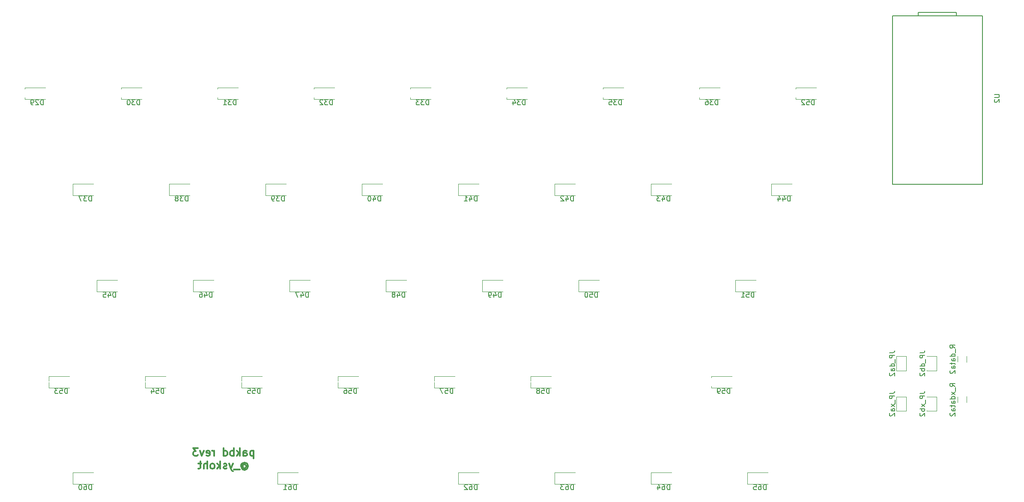
<source format=gbo>
G04 #@! TF.GenerationSoftware,KiCad,Pcbnew,(5.0.2)-1*
G04 #@! TF.CreationDate,2019-03-03T00:18:13+09:00*
G04 #@! TF.ProjectId,pakbd,70616b62-642e-46b6-9963-61645f706362,3*
G04 #@! TF.SameCoordinates,Original*
G04 #@! TF.FileFunction,Legend,Bot*
G04 #@! TF.FilePolarity,Positive*
%FSLAX46Y46*%
G04 Gerber Fmt 4.6, Leading zero omitted, Abs format (unit mm)*
G04 Created by KiCad (PCBNEW (5.0.2)-1) date 2019/03/03 0:18:13*
%MOMM*%
%LPD*%
G01*
G04 APERTURE LIST*
%ADD10C,0.300000*%
%ADD11C,0.150000*%
%ADD12C,0.120000*%
%ADD13C,3.400000*%
%ADD14C,4.400000*%
%ADD15C,2.200000*%
%ADD16R,3.400000X2.900000*%
%ADD17C,1.797000*%
%ADD18C,1.670000*%
%ADD19R,1.670000X1.670000*%
%ADD20C,1.600000*%
%ADD21O,2.700000X1.900000*%
%ADD22C,0.100000*%
%ADD23C,1.825000*%
%ADD24R,1.900000X1.400000*%
%ADD25C,3.450000*%
%ADD26C,2.600000*%
G04 APERTURE END LIST*
D10*
X240228571Y-109403571D02*
X240228571Y-110903571D01*
X240228571Y-109475000D02*
X240085714Y-109403571D01*
X239800000Y-109403571D01*
X239657142Y-109475000D01*
X239585714Y-109546428D01*
X239514285Y-109689285D01*
X239514285Y-110117857D01*
X239585714Y-110260714D01*
X239657142Y-110332142D01*
X239800000Y-110403571D01*
X240085714Y-110403571D01*
X240228571Y-110332142D01*
X238228571Y-110403571D02*
X238228571Y-109617857D01*
X238300000Y-109475000D01*
X238442857Y-109403571D01*
X238728571Y-109403571D01*
X238871428Y-109475000D01*
X238228571Y-110332142D02*
X238371428Y-110403571D01*
X238728571Y-110403571D01*
X238871428Y-110332142D01*
X238942857Y-110189285D01*
X238942857Y-110046428D01*
X238871428Y-109903571D01*
X238728571Y-109832142D01*
X238371428Y-109832142D01*
X238228571Y-109760714D01*
X237514285Y-110403571D02*
X237514285Y-108903571D01*
X237371428Y-109832142D02*
X236942857Y-110403571D01*
X236942857Y-109403571D02*
X237514285Y-109975000D01*
X236300000Y-110403571D02*
X236300000Y-108903571D01*
X236300000Y-109475000D02*
X236157142Y-109403571D01*
X235871428Y-109403571D01*
X235728571Y-109475000D01*
X235657142Y-109546428D01*
X235585714Y-109689285D01*
X235585714Y-110117857D01*
X235657142Y-110260714D01*
X235728571Y-110332142D01*
X235871428Y-110403571D01*
X236157142Y-110403571D01*
X236300000Y-110332142D01*
X234300000Y-110403571D02*
X234300000Y-108903571D01*
X234300000Y-110332142D02*
X234442857Y-110403571D01*
X234728571Y-110403571D01*
X234871428Y-110332142D01*
X234942857Y-110260714D01*
X235014285Y-110117857D01*
X235014285Y-109689285D01*
X234942857Y-109546428D01*
X234871428Y-109475000D01*
X234728571Y-109403571D01*
X234442857Y-109403571D01*
X234300000Y-109475000D01*
X232442857Y-110403571D02*
X232442857Y-109403571D01*
X232442857Y-109689285D02*
X232371428Y-109546428D01*
X232300000Y-109475000D01*
X232157142Y-109403571D01*
X232014285Y-109403571D01*
X230942857Y-110332142D02*
X231085714Y-110403571D01*
X231371428Y-110403571D01*
X231514285Y-110332142D01*
X231585714Y-110189285D01*
X231585714Y-109617857D01*
X231514285Y-109475000D01*
X231371428Y-109403571D01*
X231085714Y-109403571D01*
X230942857Y-109475000D01*
X230871428Y-109617857D01*
X230871428Y-109760714D01*
X231585714Y-109903571D01*
X230371428Y-109403571D02*
X230014285Y-110403571D01*
X229657142Y-109403571D01*
X229228571Y-108903571D02*
X228300000Y-108903571D01*
X228800000Y-109475000D01*
X228585714Y-109475000D01*
X228442857Y-109546428D01*
X228371428Y-109617857D01*
X228300000Y-109760714D01*
X228300000Y-110117857D01*
X228371428Y-110260714D01*
X228442857Y-110332142D01*
X228585714Y-110403571D01*
X229014285Y-110403571D01*
X229157142Y-110332142D01*
X229228571Y-110260714D01*
X238121428Y-112239285D02*
X238192857Y-112167857D01*
X238335714Y-112096428D01*
X238478571Y-112096428D01*
X238621428Y-112167857D01*
X238692857Y-112239285D01*
X238764285Y-112382142D01*
X238764285Y-112525000D01*
X238692857Y-112667857D01*
X238621428Y-112739285D01*
X238478571Y-112810714D01*
X238335714Y-112810714D01*
X238192857Y-112739285D01*
X238121428Y-112667857D01*
X238121428Y-112096428D02*
X238121428Y-112667857D01*
X238050000Y-112739285D01*
X237978571Y-112739285D01*
X237835714Y-112667857D01*
X237764285Y-112525000D01*
X237764285Y-112167857D01*
X237907142Y-111953571D01*
X238121428Y-111810714D01*
X238407142Y-111739285D01*
X238692857Y-111810714D01*
X238907142Y-111953571D01*
X239050000Y-112167857D01*
X239121428Y-112453571D01*
X239050000Y-112739285D01*
X238907142Y-112953571D01*
X238692857Y-113096428D01*
X238407142Y-113167857D01*
X238121428Y-113096428D01*
X237907142Y-112953571D01*
X237478571Y-113096428D02*
X236335714Y-113096428D01*
X236121428Y-111953571D02*
X235764285Y-112953571D01*
X235407142Y-111953571D02*
X235764285Y-112953571D01*
X235907142Y-113310714D01*
X235978571Y-113382142D01*
X236121428Y-113453571D01*
X234907142Y-112882142D02*
X234764285Y-112953571D01*
X234478571Y-112953571D01*
X234335714Y-112882142D01*
X234264285Y-112739285D01*
X234264285Y-112667857D01*
X234335714Y-112525000D01*
X234478571Y-112453571D01*
X234692857Y-112453571D01*
X234835714Y-112382142D01*
X234907142Y-112239285D01*
X234907142Y-112167857D01*
X234835714Y-112025000D01*
X234692857Y-111953571D01*
X234478571Y-111953571D01*
X234335714Y-112025000D01*
X233621428Y-112953571D02*
X233621428Y-111453571D01*
X233478571Y-112382142D02*
X233050000Y-112953571D01*
X233050000Y-111953571D02*
X233621428Y-112525000D01*
X232192857Y-112953571D02*
X232335714Y-112882142D01*
X232407142Y-112810714D01*
X232478571Y-112667857D01*
X232478571Y-112239285D01*
X232407142Y-112096428D01*
X232335714Y-112025000D01*
X232192857Y-111953571D01*
X231978571Y-111953571D01*
X231835714Y-112025000D01*
X231764285Y-112096428D01*
X231692857Y-112239285D01*
X231692857Y-112667857D01*
X231764285Y-112810714D01*
X231835714Y-112882142D01*
X231978571Y-112953571D01*
X232192857Y-112953571D01*
X231050000Y-112953571D02*
X231050000Y-111453571D01*
X230407142Y-112953571D02*
X230407142Y-112167857D01*
X230478571Y-112025000D01*
X230621428Y-111953571D01*
X230835714Y-111953571D01*
X230978571Y-112025000D01*
X231050000Y-112096428D01*
X229907142Y-111953571D02*
X229335714Y-111953571D01*
X229692857Y-111453571D02*
X229692857Y-112739285D01*
X229621428Y-112882142D01*
X229478571Y-112953571D01*
X229335714Y-112953571D01*
D11*
G04 #@! TO.C,U2*
X379140000Y-22590000D02*
X379140000Y-23300000D01*
X371640000Y-22590000D02*
X371640000Y-23300000D01*
X371640000Y-22590000D02*
X379140000Y-22590000D01*
X384280000Y-56600000D02*
X384280000Y-23300000D01*
X366500000Y-56600000D02*
X366500000Y-23300000D01*
X366500000Y-23300000D02*
X384280000Y-23300000D01*
X366500000Y-56600000D02*
X384280000Y-56600000D01*
D12*
G04 #@! TO.C,D38*
X227612500Y-58805000D02*
X223552500Y-58805000D01*
X223552500Y-58805000D02*
X223552500Y-56535000D01*
X223552500Y-56535000D02*
X227612500Y-56535000D01*
G04 #@! TO.C,D29*
X199037500Y-39755000D02*
X194977500Y-39755000D01*
X194977500Y-39755000D02*
X194977500Y-37485000D01*
X194977500Y-37485000D02*
X199037500Y-37485000D01*
G04 #@! TO.C,D30*
X214027500Y-37485000D02*
X218087500Y-37485000D01*
X214027500Y-39755000D02*
X214027500Y-37485000D01*
X218087500Y-39755000D02*
X214027500Y-39755000D01*
G04 #@! TO.C,D33*
X275237500Y-39755000D02*
X271177500Y-39755000D01*
X271177500Y-39755000D02*
X271177500Y-37485000D01*
X271177500Y-37485000D02*
X275237500Y-37485000D01*
G04 #@! TO.C,D31*
X237137500Y-39755000D02*
X233077500Y-39755000D01*
X233077500Y-39755000D02*
X233077500Y-37485000D01*
X233077500Y-37485000D02*
X237137500Y-37485000D01*
G04 #@! TO.C,D32*
X252127500Y-37485000D02*
X256187500Y-37485000D01*
X252127500Y-39755000D02*
X252127500Y-37485000D01*
X256187500Y-39755000D02*
X252127500Y-39755000D01*
G04 #@! TO.C,D34*
X290227500Y-37485000D02*
X294287500Y-37485000D01*
X290227500Y-39755000D02*
X290227500Y-37485000D01*
X294287500Y-39755000D02*
X290227500Y-39755000D01*
G04 #@! TO.C,D35*
X313337500Y-39755000D02*
X309277500Y-39755000D01*
X309277500Y-39755000D02*
X309277500Y-37485000D01*
X309277500Y-37485000D02*
X313337500Y-37485000D01*
G04 #@! TO.C,D36*
X328327500Y-37485000D02*
X332387500Y-37485000D01*
X328327500Y-39755000D02*
X328327500Y-37485000D01*
X332387500Y-39755000D02*
X328327500Y-39755000D01*
G04 #@! TO.C,D37*
X204502500Y-56535000D02*
X208562500Y-56535000D01*
X204502500Y-58805000D02*
X204502500Y-56535000D01*
X208562500Y-58805000D02*
X204502500Y-58805000D01*
G04 #@! TO.C,D39*
X246662500Y-58805000D02*
X242602500Y-58805000D01*
X242602500Y-58805000D02*
X242602500Y-56535000D01*
X242602500Y-56535000D02*
X246662500Y-56535000D01*
G04 #@! TO.C,D41*
X280702500Y-56535000D02*
X284762500Y-56535000D01*
X280702500Y-58805000D02*
X280702500Y-56535000D01*
X284762500Y-58805000D02*
X280702500Y-58805000D01*
G04 #@! TO.C,D45*
X209264500Y-75585000D02*
X213324500Y-75585000D01*
X209264500Y-77855000D02*
X209264500Y-75585000D01*
X213324500Y-77855000D02*
X209264500Y-77855000D01*
G04 #@! TO.C,D48*
X270474500Y-77855000D02*
X266414500Y-77855000D01*
X266414500Y-77855000D02*
X266414500Y-75585000D01*
X266414500Y-75585000D02*
X270474500Y-75585000D01*
G04 #@! TO.C,D50*
X308574500Y-77855000D02*
X304514500Y-77855000D01*
X304514500Y-77855000D02*
X304514500Y-75585000D01*
X304514500Y-75585000D02*
X308574500Y-75585000D01*
G04 #@! TO.C,D51*
X335470900Y-75585000D02*
X339530900Y-75585000D01*
X335470900Y-77855000D02*
X335470900Y-75585000D01*
X339530900Y-77855000D02*
X335470900Y-77855000D01*
G04 #@! TO.C,D52*
X351437500Y-39755000D02*
X347377500Y-39755000D01*
X347377500Y-39755000D02*
X347377500Y-37485000D01*
X347377500Y-37485000D02*
X351437500Y-37485000D01*
G04 #@! TO.C,D54*
X218789500Y-94635000D02*
X222849500Y-94635000D01*
X218789500Y-96905000D02*
X218789500Y-94635000D01*
X222849500Y-96905000D02*
X218789500Y-96905000D01*
G04 #@! TO.C,D55*
X241899500Y-96905000D02*
X237839500Y-96905000D01*
X237839500Y-96905000D02*
X237839500Y-94635000D01*
X237839500Y-94635000D02*
X241899500Y-94635000D01*
G04 #@! TO.C,D46*
X232374500Y-77855000D02*
X228314500Y-77855000D01*
X228314500Y-77855000D02*
X228314500Y-75585000D01*
X228314500Y-75585000D02*
X232374500Y-75585000D01*
G04 #@! TO.C,D40*
X265712500Y-58805000D02*
X261652500Y-58805000D01*
X261652500Y-58805000D02*
X261652500Y-56535000D01*
X261652500Y-56535000D02*
X265712500Y-56535000D01*
G04 #@! TO.C,D56*
X260949500Y-96905000D02*
X256889500Y-96905000D01*
X256889500Y-96905000D02*
X256889500Y-94635000D01*
X256889500Y-94635000D02*
X260949500Y-94635000D01*
G04 #@! TO.C,D57*
X275939500Y-94635000D02*
X279999500Y-94635000D01*
X275939500Y-96905000D02*
X275939500Y-94635000D01*
X279999500Y-96905000D02*
X275939500Y-96905000D01*
G04 #@! TO.C,D42*
X303812500Y-58805000D02*
X299752500Y-58805000D01*
X299752500Y-58805000D02*
X299752500Y-56535000D01*
X299752500Y-56535000D02*
X303812500Y-56535000D01*
G04 #@! TO.C,D58*
X299049500Y-96905000D02*
X294989500Y-96905000D01*
X294989500Y-96905000D02*
X294989500Y-94635000D01*
X294989500Y-94635000D02*
X299049500Y-94635000D01*
G04 #@! TO.C,D47*
X247364500Y-75585000D02*
X251424500Y-75585000D01*
X247364500Y-77855000D02*
X247364500Y-75585000D01*
X251424500Y-77855000D02*
X247364500Y-77855000D01*
G04 #@! TO.C,D49*
X285464500Y-75585000D02*
X289524500Y-75585000D01*
X285464500Y-77855000D02*
X285464500Y-75585000D01*
X289524500Y-77855000D02*
X285464500Y-77855000D01*
G04 #@! TO.C,D59*
X330709500Y-94635000D02*
X334769500Y-94635000D01*
X330709500Y-96905000D02*
X330709500Y-94635000D01*
X334769500Y-96905000D02*
X330709500Y-96905000D01*
G04 #@! TO.C,D61*
X244989500Y-113685000D02*
X249049500Y-113685000D01*
X244989500Y-115955000D02*
X244989500Y-113685000D01*
X249049500Y-115955000D02*
X244989500Y-115955000D01*
G04 #@! TO.C,D60*
X204502000Y-113685000D02*
X208562000Y-113685000D01*
X204502000Y-115955000D02*
X204502000Y-113685000D01*
X208562000Y-115955000D02*
X204502000Y-115955000D01*
G04 #@! TO.C,D43*
X318802500Y-56535000D02*
X322862500Y-56535000D01*
X318802500Y-58805000D02*
X318802500Y-56535000D01*
X322862500Y-58805000D02*
X318802500Y-58805000D01*
G04 #@! TO.C,D62*
X280717000Y-113685000D02*
X284777000Y-113685000D01*
X280717000Y-115955000D02*
X280717000Y-113685000D01*
X284777000Y-115955000D02*
X280717000Y-115955000D01*
G04 #@! TO.C,D63*
X303827000Y-115955000D02*
X299767000Y-115955000D01*
X299767000Y-115955000D02*
X299767000Y-113685000D01*
X299767000Y-113685000D02*
X303827000Y-113685000D01*
G04 #@! TO.C,D64*
X318817000Y-113685000D02*
X322877000Y-113685000D01*
X318817000Y-115955000D02*
X318817000Y-113685000D01*
X322877000Y-115955000D02*
X318817000Y-115955000D01*
G04 #@! TO.C,D44*
X346675000Y-58805000D02*
X342615000Y-58805000D01*
X342615000Y-58805000D02*
X342615000Y-56535000D01*
X342615000Y-56535000D02*
X346675000Y-56535000D01*
G04 #@! TO.C,D65*
X341927000Y-115955000D02*
X337867000Y-115955000D01*
X337867000Y-115955000D02*
X337867000Y-113685000D01*
X337867000Y-113685000D02*
X341927000Y-113685000D01*
G04 #@! TO.C,D53*
X203799500Y-96905000D02*
X199739500Y-96905000D01*
X199739500Y-96905000D02*
X199739500Y-94635000D01*
X199739500Y-94635000D02*
X203799500Y-94635000D01*
G04 #@! TO.C,JP_xb2*
X375280000Y-98700000D02*
X373280000Y-98700000D01*
X375280000Y-101500000D02*
X375280000Y-98700000D01*
X373280000Y-101500000D02*
X375280000Y-101500000D01*
X373280000Y-98700000D02*
X373280000Y-101500000D01*
G04 #@! TO.C,JP_da2*
X367280000Y-90700000D02*
X367280000Y-93500000D01*
X367280000Y-93500000D02*
X369280000Y-93500000D01*
X369280000Y-93500000D02*
X369280000Y-90700000D01*
X369280000Y-90700000D02*
X367280000Y-90700000D01*
G04 #@! TO.C,JP_db2*
X375280000Y-90700000D02*
X373280000Y-90700000D01*
X375280000Y-93500000D02*
X375280000Y-90700000D01*
X373280000Y-93500000D02*
X375280000Y-93500000D01*
X373280000Y-90700000D02*
X373280000Y-93500000D01*
G04 #@! TO.C,R_data2*
X379370000Y-90660436D02*
X379370000Y-91864564D01*
X381190000Y-90660436D02*
X381190000Y-91864564D01*
G04 #@! TO.C,JP_xa2*
X367280000Y-98700000D02*
X367280000Y-101500000D01*
X367280000Y-101500000D02*
X369280000Y-101500000D01*
X369280000Y-101500000D02*
X369280000Y-98700000D01*
X369280000Y-98700000D02*
X367280000Y-98700000D01*
G04 #@! TO.C,R_xdata2*
X381190000Y-98660436D02*
X381190000Y-99864564D01*
X379370000Y-98660436D02*
X379370000Y-99864564D01*
G04 #@! TO.C,U2*
D11*
X386652380Y-38838095D02*
X387461904Y-38838095D01*
X387557142Y-38885714D01*
X387604761Y-38933333D01*
X387652380Y-39028571D01*
X387652380Y-39219047D01*
X387604761Y-39314285D01*
X387557142Y-39361904D01*
X387461904Y-39409523D01*
X386652380Y-39409523D01*
X386747619Y-39838095D02*
X386700000Y-39885714D01*
X386652380Y-39980952D01*
X386652380Y-40219047D01*
X386700000Y-40314285D01*
X386747619Y-40361904D01*
X386842857Y-40409523D01*
X386938095Y-40409523D01*
X387080952Y-40361904D01*
X387652380Y-39790476D01*
X387652380Y-40409523D01*
G04 #@! TO.C,D38*
X227226785Y-59942380D02*
X227226785Y-58942380D01*
X226988690Y-58942380D01*
X226845833Y-58990000D01*
X226750595Y-59085238D01*
X226702976Y-59180476D01*
X226655357Y-59370952D01*
X226655357Y-59513809D01*
X226702976Y-59704285D01*
X226750595Y-59799523D01*
X226845833Y-59894761D01*
X226988690Y-59942380D01*
X227226785Y-59942380D01*
X226322023Y-58942380D02*
X225702976Y-58942380D01*
X226036309Y-59323333D01*
X225893452Y-59323333D01*
X225798214Y-59370952D01*
X225750595Y-59418571D01*
X225702976Y-59513809D01*
X225702976Y-59751904D01*
X225750595Y-59847142D01*
X225798214Y-59894761D01*
X225893452Y-59942380D01*
X226179166Y-59942380D01*
X226274404Y-59894761D01*
X226322023Y-59847142D01*
X225131547Y-59370952D02*
X225226785Y-59323333D01*
X225274404Y-59275714D01*
X225322023Y-59180476D01*
X225322023Y-59132857D01*
X225274404Y-59037619D01*
X225226785Y-58990000D01*
X225131547Y-58942380D01*
X224941071Y-58942380D01*
X224845833Y-58990000D01*
X224798214Y-59037619D01*
X224750595Y-59132857D01*
X224750595Y-59180476D01*
X224798214Y-59275714D01*
X224845833Y-59323333D01*
X224941071Y-59370952D01*
X225131547Y-59370952D01*
X225226785Y-59418571D01*
X225274404Y-59466190D01*
X225322023Y-59561428D01*
X225322023Y-59751904D01*
X225274404Y-59847142D01*
X225226785Y-59894761D01*
X225131547Y-59942380D01*
X224941071Y-59942380D01*
X224845833Y-59894761D01*
X224798214Y-59847142D01*
X224750595Y-59751904D01*
X224750595Y-59561428D01*
X224798214Y-59466190D01*
X224845833Y-59418571D01*
X224941071Y-59370952D01*
G04 #@! TO.C,D29*
X198651785Y-40892380D02*
X198651785Y-39892380D01*
X198413690Y-39892380D01*
X198270833Y-39940000D01*
X198175595Y-40035238D01*
X198127976Y-40130476D01*
X198080357Y-40320952D01*
X198080357Y-40463809D01*
X198127976Y-40654285D01*
X198175595Y-40749523D01*
X198270833Y-40844761D01*
X198413690Y-40892380D01*
X198651785Y-40892380D01*
X197699404Y-39987619D02*
X197651785Y-39940000D01*
X197556547Y-39892380D01*
X197318452Y-39892380D01*
X197223214Y-39940000D01*
X197175595Y-39987619D01*
X197127976Y-40082857D01*
X197127976Y-40178095D01*
X197175595Y-40320952D01*
X197747023Y-40892380D01*
X197127976Y-40892380D01*
X196651785Y-40892380D02*
X196461309Y-40892380D01*
X196366071Y-40844761D01*
X196318452Y-40797142D01*
X196223214Y-40654285D01*
X196175595Y-40463809D01*
X196175595Y-40082857D01*
X196223214Y-39987619D01*
X196270833Y-39940000D01*
X196366071Y-39892380D01*
X196556547Y-39892380D01*
X196651785Y-39940000D01*
X196699404Y-39987619D01*
X196747023Y-40082857D01*
X196747023Y-40320952D01*
X196699404Y-40416190D01*
X196651785Y-40463809D01*
X196556547Y-40511428D01*
X196366071Y-40511428D01*
X196270833Y-40463809D01*
X196223214Y-40416190D01*
X196175595Y-40320952D01*
G04 #@! TO.C,D30*
X217701785Y-40892380D02*
X217701785Y-39892380D01*
X217463690Y-39892380D01*
X217320833Y-39940000D01*
X217225595Y-40035238D01*
X217177976Y-40130476D01*
X217130357Y-40320952D01*
X217130357Y-40463809D01*
X217177976Y-40654285D01*
X217225595Y-40749523D01*
X217320833Y-40844761D01*
X217463690Y-40892380D01*
X217701785Y-40892380D01*
X216797023Y-39892380D02*
X216177976Y-39892380D01*
X216511309Y-40273333D01*
X216368452Y-40273333D01*
X216273214Y-40320952D01*
X216225595Y-40368571D01*
X216177976Y-40463809D01*
X216177976Y-40701904D01*
X216225595Y-40797142D01*
X216273214Y-40844761D01*
X216368452Y-40892380D01*
X216654166Y-40892380D01*
X216749404Y-40844761D01*
X216797023Y-40797142D01*
X215558928Y-39892380D02*
X215463690Y-39892380D01*
X215368452Y-39940000D01*
X215320833Y-39987619D01*
X215273214Y-40082857D01*
X215225595Y-40273333D01*
X215225595Y-40511428D01*
X215273214Y-40701904D01*
X215320833Y-40797142D01*
X215368452Y-40844761D01*
X215463690Y-40892380D01*
X215558928Y-40892380D01*
X215654166Y-40844761D01*
X215701785Y-40797142D01*
X215749404Y-40701904D01*
X215797023Y-40511428D01*
X215797023Y-40273333D01*
X215749404Y-40082857D01*
X215701785Y-39987619D01*
X215654166Y-39940000D01*
X215558928Y-39892380D01*
G04 #@! TO.C,D33*
X274851785Y-40892380D02*
X274851785Y-39892380D01*
X274613690Y-39892380D01*
X274470833Y-39940000D01*
X274375595Y-40035238D01*
X274327976Y-40130476D01*
X274280357Y-40320952D01*
X274280357Y-40463809D01*
X274327976Y-40654285D01*
X274375595Y-40749523D01*
X274470833Y-40844761D01*
X274613690Y-40892380D01*
X274851785Y-40892380D01*
X273947023Y-39892380D02*
X273327976Y-39892380D01*
X273661309Y-40273333D01*
X273518452Y-40273333D01*
X273423214Y-40320952D01*
X273375595Y-40368571D01*
X273327976Y-40463809D01*
X273327976Y-40701904D01*
X273375595Y-40797142D01*
X273423214Y-40844761D01*
X273518452Y-40892380D01*
X273804166Y-40892380D01*
X273899404Y-40844761D01*
X273947023Y-40797142D01*
X272994642Y-39892380D02*
X272375595Y-39892380D01*
X272708928Y-40273333D01*
X272566071Y-40273333D01*
X272470833Y-40320952D01*
X272423214Y-40368571D01*
X272375595Y-40463809D01*
X272375595Y-40701904D01*
X272423214Y-40797142D01*
X272470833Y-40844761D01*
X272566071Y-40892380D01*
X272851785Y-40892380D01*
X272947023Y-40844761D01*
X272994642Y-40797142D01*
G04 #@! TO.C,D31*
X236751785Y-40892380D02*
X236751785Y-39892380D01*
X236513690Y-39892380D01*
X236370833Y-39940000D01*
X236275595Y-40035238D01*
X236227976Y-40130476D01*
X236180357Y-40320952D01*
X236180357Y-40463809D01*
X236227976Y-40654285D01*
X236275595Y-40749523D01*
X236370833Y-40844761D01*
X236513690Y-40892380D01*
X236751785Y-40892380D01*
X235847023Y-39892380D02*
X235227976Y-39892380D01*
X235561309Y-40273333D01*
X235418452Y-40273333D01*
X235323214Y-40320952D01*
X235275595Y-40368571D01*
X235227976Y-40463809D01*
X235227976Y-40701904D01*
X235275595Y-40797142D01*
X235323214Y-40844761D01*
X235418452Y-40892380D01*
X235704166Y-40892380D01*
X235799404Y-40844761D01*
X235847023Y-40797142D01*
X234275595Y-40892380D02*
X234847023Y-40892380D01*
X234561309Y-40892380D02*
X234561309Y-39892380D01*
X234656547Y-40035238D01*
X234751785Y-40130476D01*
X234847023Y-40178095D01*
G04 #@! TO.C,D32*
X255801785Y-40892380D02*
X255801785Y-39892380D01*
X255563690Y-39892380D01*
X255420833Y-39940000D01*
X255325595Y-40035238D01*
X255277976Y-40130476D01*
X255230357Y-40320952D01*
X255230357Y-40463809D01*
X255277976Y-40654285D01*
X255325595Y-40749523D01*
X255420833Y-40844761D01*
X255563690Y-40892380D01*
X255801785Y-40892380D01*
X254897023Y-39892380D02*
X254277976Y-39892380D01*
X254611309Y-40273333D01*
X254468452Y-40273333D01*
X254373214Y-40320952D01*
X254325595Y-40368571D01*
X254277976Y-40463809D01*
X254277976Y-40701904D01*
X254325595Y-40797142D01*
X254373214Y-40844761D01*
X254468452Y-40892380D01*
X254754166Y-40892380D01*
X254849404Y-40844761D01*
X254897023Y-40797142D01*
X253897023Y-39987619D02*
X253849404Y-39940000D01*
X253754166Y-39892380D01*
X253516071Y-39892380D01*
X253420833Y-39940000D01*
X253373214Y-39987619D01*
X253325595Y-40082857D01*
X253325595Y-40178095D01*
X253373214Y-40320952D01*
X253944642Y-40892380D01*
X253325595Y-40892380D01*
G04 #@! TO.C,D34*
X293901785Y-40892380D02*
X293901785Y-39892380D01*
X293663690Y-39892380D01*
X293520833Y-39940000D01*
X293425595Y-40035238D01*
X293377976Y-40130476D01*
X293330357Y-40320952D01*
X293330357Y-40463809D01*
X293377976Y-40654285D01*
X293425595Y-40749523D01*
X293520833Y-40844761D01*
X293663690Y-40892380D01*
X293901785Y-40892380D01*
X292997023Y-39892380D02*
X292377976Y-39892380D01*
X292711309Y-40273333D01*
X292568452Y-40273333D01*
X292473214Y-40320952D01*
X292425595Y-40368571D01*
X292377976Y-40463809D01*
X292377976Y-40701904D01*
X292425595Y-40797142D01*
X292473214Y-40844761D01*
X292568452Y-40892380D01*
X292854166Y-40892380D01*
X292949404Y-40844761D01*
X292997023Y-40797142D01*
X291520833Y-40225714D02*
X291520833Y-40892380D01*
X291758928Y-39844761D02*
X291997023Y-40559047D01*
X291377976Y-40559047D01*
G04 #@! TO.C,D35*
X312951785Y-40892380D02*
X312951785Y-39892380D01*
X312713690Y-39892380D01*
X312570833Y-39940000D01*
X312475595Y-40035238D01*
X312427976Y-40130476D01*
X312380357Y-40320952D01*
X312380357Y-40463809D01*
X312427976Y-40654285D01*
X312475595Y-40749523D01*
X312570833Y-40844761D01*
X312713690Y-40892380D01*
X312951785Y-40892380D01*
X312047023Y-39892380D02*
X311427976Y-39892380D01*
X311761309Y-40273333D01*
X311618452Y-40273333D01*
X311523214Y-40320952D01*
X311475595Y-40368571D01*
X311427976Y-40463809D01*
X311427976Y-40701904D01*
X311475595Y-40797142D01*
X311523214Y-40844761D01*
X311618452Y-40892380D01*
X311904166Y-40892380D01*
X311999404Y-40844761D01*
X312047023Y-40797142D01*
X310523214Y-39892380D02*
X310999404Y-39892380D01*
X311047023Y-40368571D01*
X310999404Y-40320952D01*
X310904166Y-40273333D01*
X310666071Y-40273333D01*
X310570833Y-40320952D01*
X310523214Y-40368571D01*
X310475595Y-40463809D01*
X310475595Y-40701904D01*
X310523214Y-40797142D01*
X310570833Y-40844761D01*
X310666071Y-40892380D01*
X310904166Y-40892380D01*
X310999404Y-40844761D01*
X311047023Y-40797142D01*
G04 #@! TO.C,D36*
X332001785Y-40892380D02*
X332001785Y-39892380D01*
X331763690Y-39892380D01*
X331620833Y-39940000D01*
X331525595Y-40035238D01*
X331477976Y-40130476D01*
X331430357Y-40320952D01*
X331430357Y-40463809D01*
X331477976Y-40654285D01*
X331525595Y-40749523D01*
X331620833Y-40844761D01*
X331763690Y-40892380D01*
X332001785Y-40892380D01*
X331097023Y-39892380D02*
X330477976Y-39892380D01*
X330811309Y-40273333D01*
X330668452Y-40273333D01*
X330573214Y-40320952D01*
X330525595Y-40368571D01*
X330477976Y-40463809D01*
X330477976Y-40701904D01*
X330525595Y-40797142D01*
X330573214Y-40844761D01*
X330668452Y-40892380D01*
X330954166Y-40892380D01*
X331049404Y-40844761D01*
X331097023Y-40797142D01*
X329620833Y-39892380D02*
X329811309Y-39892380D01*
X329906547Y-39940000D01*
X329954166Y-39987619D01*
X330049404Y-40130476D01*
X330097023Y-40320952D01*
X330097023Y-40701904D01*
X330049404Y-40797142D01*
X330001785Y-40844761D01*
X329906547Y-40892380D01*
X329716071Y-40892380D01*
X329620833Y-40844761D01*
X329573214Y-40797142D01*
X329525595Y-40701904D01*
X329525595Y-40463809D01*
X329573214Y-40368571D01*
X329620833Y-40320952D01*
X329716071Y-40273333D01*
X329906547Y-40273333D01*
X330001785Y-40320952D01*
X330049404Y-40368571D01*
X330097023Y-40463809D01*
G04 #@! TO.C,D37*
X208176785Y-59942380D02*
X208176785Y-58942380D01*
X207938690Y-58942380D01*
X207795833Y-58990000D01*
X207700595Y-59085238D01*
X207652976Y-59180476D01*
X207605357Y-59370952D01*
X207605357Y-59513809D01*
X207652976Y-59704285D01*
X207700595Y-59799523D01*
X207795833Y-59894761D01*
X207938690Y-59942380D01*
X208176785Y-59942380D01*
X207272023Y-58942380D02*
X206652976Y-58942380D01*
X206986309Y-59323333D01*
X206843452Y-59323333D01*
X206748214Y-59370952D01*
X206700595Y-59418571D01*
X206652976Y-59513809D01*
X206652976Y-59751904D01*
X206700595Y-59847142D01*
X206748214Y-59894761D01*
X206843452Y-59942380D01*
X207129166Y-59942380D01*
X207224404Y-59894761D01*
X207272023Y-59847142D01*
X206319642Y-58942380D02*
X205652976Y-58942380D01*
X206081547Y-59942380D01*
G04 #@! TO.C,D39*
X246276785Y-59942380D02*
X246276785Y-58942380D01*
X246038690Y-58942380D01*
X245895833Y-58990000D01*
X245800595Y-59085238D01*
X245752976Y-59180476D01*
X245705357Y-59370952D01*
X245705357Y-59513809D01*
X245752976Y-59704285D01*
X245800595Y-59799523D01*
X245895833Y-59894761D01*
X246038690Y-59942380D01*
X246276785Y-59942380D01*
X245372023Y-58942380D02*
X244752976Y-58942380D01*
X245086309Y-59323333D01*
X244943452Y-59323333D01*
X244848214Y-59370952D01*
X244800595Y-59418571D01*
X244752976Y-59513809D01*
X244752976Y-59751904D01*
X244800595Y-59847142D01*
X244848214Y-59894761D01*
X244943452Y-59942380D01*
X245229166Y-59942380D01*
X245324404Y-59894761D01*
X245372023Y-59847142D01*
X244276785Y-59942380D02*
X244086309Y-59942380D01*
X243991071Y-59894761D01*
X243943452Y-59847142D01*
X243848214Y-59704285D01*
X243800595Y-59513809D01*
X243800595Y-59132857D01*
X243848214Y-59037619D01*
X243895833Y-58990000D01*
X243991071Y-58942380D01*
X244181547Y-58942380D01*
X244276785Y-58990000D01*
X244324404Y-59037619D01*
X244372023Y-59132857D01*
X244372023Y-59370952D01*
X244324404Y-59466190D01*
X244276785Y-59513809D01*
X244181547Y-59561428D01*
X243991071Y-59561428D01*
X243895833Y-59513809D01*
X243848214Y-59466190D01*
X243800595Y-59370952D01*
G04 #@! TO.C,D41*
X284376785Y-59942380D02*
X284376785Y-58942380D01*
X284138690Y-58942380D01*
X283995833Y-58990000D01*
X283900595Y-59085238D01*
X283852976Y-59180476D01*
X283805357Y-59370952D01*
X283805357Y-59513809D01*
X283852976Y-59704285D01*
X283900595Y-59799523D01*
X283995833Y-59894761D01*
X284138690Y-59942380D01*
X284376785Y-59942380D01*
X282948214Y-59275714D02*
X282948214Y-59942380D01*
X283186309Y-58894761D02*
X283424404Y-59609047D01*
X282805357Y-59609047D01*
X281900595Y-59942380D02*
X282472023Y-59942380D01*
X282186309Y-59942380D02*
X282186309Y-58942380D01*
X282281547Y-59085238D01*
X282376785Y-59180476D01*
X282472023Y-59228095D01*
G04 #@! TO.C,D45*
X212938785Y-78992380D02*
X212938785Y-77992380D01*
X212700690Y-77992380D01*
X212557833Y-78040000D01*
X212462595Y-78135238D01*
X212414976Y-78230476D01*
X212367357Y-78420952D01*
X212367357Y-78563809D01*
X212414976Y-78754285D01*
X212462595Y-78849523D01*
X212557833Y-78944761D01*
X212700690Y-78992380D01*
X212938785Y-78992380D01*
X211510214Y-78325714D02*
X211510214Y-78992380D01*
X211748309Y-77944761D02*
X211986404Y-78659047D01*
X211367357Y-78659047D01*
X210510214Y-77992380D02*
X210986404Y-77992380D01*
X211034023Y-78468571D01*
X210986404Y-78420952D01*
X210891166Y-78373333D01*
X210653071Y-78373333D01*
X210557833Y-78420952D01*
X210510214Y-78468571D01*
X210462595Y-78563809D01*
X210462595Y-78801904D01*
X210510214Y-78897142D01*
X210557833Y-78944761D01*
X210653071Y-78992380D01*
X210891166Y-78992380D01*
X210986404Y-78944761D01*
X211034023Y-78897142D01*
G04 #@! TO.C,D48*
X270088785Y-78992380D02*
X270088785Y-77992380D01*
X269850690Y-77992380D01*
X269707833Y-78040000D01*
X269612595Y-78135238D01*
X269564976Y-78230476D01*
X269517357Y-78420952D01*
X269517357Y-78563809D01*
X269564976Y-78754285D01*
X269612595Y-78849523D01*
X269707833Y-78944761D01*
X269850690Y-78992380D01*
X270088785Y-78992380D01*
X268660214Y-78325714D02*
X268660214Y-78992380D01*
X268898309Y-77944761D02*
X269136404Y-78659047D01*
X268517357Y-78659047D01*
X267993547Y-78420952D02*
X268088785Y-78373333D01*
X268136404Y-78325714D01*
X268184023Y-78230476D01*
X268184023Y-78182857D01*
X268136404Y-78087619D01*
X268088785Y-78040000D01*
X267993547Y-77992380D01*
X267803071Y-77992380D01*
X267707833Y-78040000D01*
X267660214Y-78087619D01*
X267612595Y-78182857D01*
X267612595Y-78230476D01*
X267660214Y-78325714D01*
X267707833Y-78373333D01*
X267803071Y-78420952D01*
X267993547Y-78420952D01*
X268088785Y-78468571D01*
X268136404Y-78516190D01*
X268184023Y-78611428D01*
X268184023Y-78801904D01*
X268136404Y-78897142D01*
X268088785Y-78944761D01*
X267993547Y-78992380D01*
X267803071Y-78992380D01*
X267707833Y-78944761D01*
X267660214Y-78897142D01*
X267612595Y-78801904D01*
X267612595Y-78611428D01*
X267660214Y-78516190D01*
X267707833Y-78468571D01*
X267803071Y-78420952D01*
G04 #@! TO.C,D50*
X308188785Y-78992380D02*
X308188785Y-77992380D01*
X307950690Y-77992380D01*
X307807833Y-78040000D01*
X307712595Y-78135238D01*
X307664976Y-78230476D01*
X307617357Y-78420952D01*
X307617357Y-78563809D01*
X307664976Y-78754285D01*
X307712595Y-78849523D01*
X307807833Y-78944761D01*
X307950690Y-78992380D01*
X308188785Y-78992380D01*
X306712595Y-77992380D02*
X307188785Y-77992380D01*
X307236404Y-78468571D01*
X307188785Y-78420952D01*
X307093547Y-78373333D01*
X306855452Y-78373333D01*
X306760214Y-78420952D01*
X306712595Y-78468571D01*
X306664976Y-78563809D01*
X306664976Y-78801904D01*
X306712595Y-78897142D01*
X306760214Y-78944761D01*
X306855452Y-78992380D01*
X307093547Y-78992380D01*
X307188785Y-78944761D01*
X307236404Y-78897142D01*
X306045928Y-77992380D02*
X305950690Y-77992380D01*
X305855452Y-78040000D01*
X305807833Y-78087619D01*
X305760214Y-78182857D01*
X305712595Y-78373333D01*
X305712595Y-78611428D01*
X305760214Y-78801904D01*
X305807833Y-78897142D01*
X305855452Y-78944761D01*
X305950690Y-78992380D01*
X306045928Y-78992380D01*
X306141166Y-78944761D01*
X306188785Y-78897142D01*
X306236404Y-78801904D01*
X306284023Y-78611428D01*
X306284023Y-78373333D01*
X306236404Y-78182857D01*
X306188785Y-78087619D01*
X306141166Y-78040000D01*
X306045928Y-77992380D01*
G04 #@! TO.C,D51*
X339145185Y-78992380D02*
X339145185Y-77992380D01*
X338907090Y-77992380D01*
X338764233Y-78040000D01*
X338668995Y-78135238D01*
X338621376Y-78230476D01*
X338573757Y-78420952D01*
X338573757Y-78563809D01*
X338621376Y-78754285D01*
X338668995Y-78849523D01*
X338764233Y-78944761D01*
X338907090Y-78992380D01*
X339145185Y-78992380D01*
X337668995Y-77992380D02*
X338145185Y-77992380D01*
X338192804Y-78468571D01*
X338145185Y-78420952D01*
X338049947Y-78373333D01*
X337811852Y-78373333D01*
X337716614Y-78420952D01*
X337668995Y-78468571D01*
X337621376Y-78563809D01*
X337621376Y-78801904D01*
X337668995Y-78897142D01*
X337716614Y-78944761D01*
X337811852Y-78992380D01*
X338049947Y-78992380D01*
X338145185Y-78944761D01*
X338192804Y-78897142D01*
X336668995Y-78992380D02*
X337240423Y-78992380D01*
X336954709Y-78992380D02*
X336954709Y-77992380D01*
X337049947Y-78135238D01*
X337145185Y-78230476D01*
X337240423Y-78278095D01*
G04 #@! TO.C,D52*
X351051785Y-40892380D02*
X351051785Y-39892380D01*
X350813690Y-39892380D01*
X350670833Y-39940000D01*
X350575595Y-40035238D01*
X350527976Y-40130476D01*
X350480357Y-40320952D01*
X350480357Y-40463809D01*
X350527976Y-40654285D01*
X350575595Y-40749523D01*
X350670833Y-40844761D01*
X350813690Y-40892380D01*
X351051785Y-40892380D01*
X349575595Y-39892380D02*
X350051785Y-39892380D01*
X350099404Y-40368571D01*
X350051785Y-40320952D01*
X349956547Y-40273333D01*
X349718452Y-40273333D01*
X349623214Y-40320952D01*
X349575595Y-40368571D01*
X349527976Y-40463809D01*
X349527976Y-40701904D01*
X349575595Y-40797142D01*
X349623214Y-40844761D01*
X349718452Y-40892380D01*
X349956547Y-40892380D01*
X350051785Y-40844761D01*
X350099404Y-40797142D01*
X349147023Y-39987619D02*
X349099404Y-39940000D01*
X349004166Y-39892380D01*
X348766071Y-39892380D01*
X348670833Y-39940000D01*
X348623214Y-39987619D01*
X348575595Y-40082857D01*
X348575595Y-40178095D01*
X348623214Y-40320952D01*
X349194642Y-40892380D01*
X348575595Y-40892380D01*
G04 #@! TO.C,D54*
X222463785Y-98042380D02*
X222463785Y-97042380D01*
X222225690Y-97042380D01*
X222082833Y-97090000D01*
X221987595Y-97185238D01*
X221939976Y-97280476D01*
X221892357Y-97470952D01*
X221892357Y-97613809D01*
X221939976Y-97804285D01*
X221987595Y-97899523D01*
X222082833Y-97994761D01*
X222225690Y-98042380D01*
X222463785Y-98042380D01*
X220987595Y-97042380D02*
X221463785Y-97042380D01*
X221511404Y-97518571D01*
X221463785Y-97470952D01*
X221368547Y-97423333D01*
X221130452Y-97423333D01*
X221035214Y-97470952D01*
X220987595Y-97518571D01*
X220939976Y-97613809D01*
X220939976Y-97851904D01*
X220987595Y-97947142D01*
X221035214Y-97994761D01*
X221130452Y-98042380D01*
X221368547Y-98042380D01*
X221463785Y-97994761D01*
X221511404Y-97947142D01*
X220082833Y-97375714D02*
X220082833Y-98042380D01*
X220320928Y-96994761D02*
X220559023Y-97709047D01*
X219939976Y-97709047D01*
G04 #@! TO.C,D55*
X241513785Y-98042380D02*
X241513785Y-97042380D01*
X241275690Y-97042380D01*
X241132833Y-97090000D01*
X241037595Y-97185238D01*
X240989976Y-97280476D01*
X240942357Y-97470952D01*
X240942357Y-97613809D01*
X240989976Y-97804285D01*
X241037595Y-97899523D01*
X241132833Y-97994761D01*
X241275690Y-98042380D01*
X241513785Y-98042380D01*
X240037595Y-97042380D02*
X240513785Y-97042380D01*
X240561404Y-97518571D01*
X240513785Y-97470952D01*
X240418547Y-97423333D01*
X240180452Y-97423333D01*
X240085214Y-97470952D01*
X240037595Y-97518571D01*
X239989976Y-97613809D01*
X239989976Y-97851904D01*
X240037595Y-97947142D01*
X240085214Y-97994761D01*
X240180452Y-98042380D01*
X240418547Y-98042380D01*
X240513785Y-97994761D01*
X240561404Y-97947142D01*
X239085214Y-97042380D02*
X239561404Y-97042380D01*
X239609023Y-97518571D01*
X239561404Y-97470952D01*
X239466166Y-97423333D01*
X239228071Y-97423333D01*
X239132833Y-97470952D01*
X239085214Y-97518571D01*
X239037595Y-97613809D01*
X239037595Y-97851904D01*
X239085214Y-97947142D01*
X239132833Y-97994761D01*
X239228071Y-98042380D01*
X239466166Y-98042380D01*
X239561404Y-97994761D01*
X239609023Y-97947142D01*
G04 #@! TO.C,D46*
X231988785Y-78992380D02*
X231988785Y-77992380D01*
X231750690Y-77992380D01*
X231607833Y-78040000D01*
X231512595Y-78135238D01*
X231464976Y-78230476D01*
X231417357Y-78420952D01*
X231417357Y-78563809D01*
X231464976Y-78754285D01*
X231512595Y-78849523D01*
X231607833Y-78944761D01*
X231750690Y-78992380D01*
X231988785Y-78992380D01*
X230560214Y-78325714D02*
X230560214Y-78992380D01*
X230798309Y-77944761D02*
X231036404Y-78659047D01*
X230417357Y-78659047D01*
X229607833Y-77992380D02*
X229798309Y-77992380D01*
X229893547Y-78040000D01*
X229941166Y-78087619D01*
X230036404Y-78230476D01*
X230084023Y-78420952D01*
X230084023Y-78801904D01*
X230036404Y-78897142D01*
X229988785Y-78944761D01*
X229893547Y-78992380D01*
X229703071Y-78992380D01*
X229607833Y-78944761D01*
X229560214Y-78897142D01*
X229512595Y-78801904D01*
X229512595Y-78563809D01*
X229560214Y-78468571D01*
X229607833Y-78420952D01*
X229703071Y-78373333D01*
X229893547Y-78373333D01*
X229988785Y-78420952D01*
X230036404Y-78468571D01*
X230084023Y-78563809D01*
G04 #@! TO.C,D40*
X265326785Y-59942380D02*
X265326785Y-58942380D01*
X265088690Y-58942380D01*
X264945833Y-58990000D01*
X264850595Y-59085238D01*
X264802976Y-59180476D01*
X264755357Y-59370952D01*
X264755357Y-59513809D01*
X264802976Y-59704285D01*
X264850595Y-59799523D01*
X264945833Y-59894761D01*
X265088690Y-59942380D01*
X265326785Y-59942380D01*
X263898214Y-59275714D02*
X263898214Y-59942380D01*
X264136309Y-58894761D02*
X264374404Y-59609047D01*
X263755357Y-59609047D01*
X263183928Y-58942380D02*
X263088690Y-58942380D01*
X262993452Y-58990000D01*
X262945833Y-59037619D01*
X262898214Y-59132857D01*
X262850595Y-59323333D01*
X262850595Y-59561428D01*
X262898214Y-59751904D01*
X262945833Y-59847142D01*
X262993452Y-59894761D01*
X263088690Y-59942380D01*
X263183928Y-59942380D01*
X263279166Y-59894761D01*
X263326785Y-59847142D01*
X263374404Y-59751904D01*
X263422023Y-59561428D01*
X263422023Y-59323333D01*
X263374404Y-59132857D01*
X263326785Y-59037619D01*
X263279166Y-58990000D01*
X263183928Y-58942380D01*
G04 #@! TO.C,D56*
X260563785Y-98042380D02*
X260563785Y-97042380D01*
X260325690Y-97042380D01*
X260182833Y-97090000D01*
X260087595Y-97185238D01*
X260039976Y-97280476D01*
X259992357Y-97470952D01*
X259992357Y-97613809D01*
X260039976Y-97804285D01*
X260087595Y-97899523D01*
X260182833Y-97994761D01*
X260325690Y-98042380D01*
X260563785Y-98042380D01*
X259087595Y-97042380D02*
X259563785Y-97042380D01*
X259611404Y-97518571D01*
X259563785Y-97470952D01*
X259468547Y-97423333D01*
X259230452Y-97423333D01*
X259135214Y-97470952D01*
X259087595Y-97518571D01*
X259039976Y-97613809D01*
X259039976Y-97851904D01*
X259087595Y-97947142D01*
X259135214Y-97994761D01*
X259230452Y-98042380D01*
X259468547Y-98042380D01*
X259563785Y-97994761D01*
X259611404Y-97947142D01*
X258182833Y-97042380D02*
X258373309Y-97042380D01*
X258468547Y-97090000D01*
X258516166Y-97137619D01*
X258611404Y-97280476D01*
X258659023Y-97470952D01*
X258659023Y-97851904D01*
X258611404Y-97947142D01*
X258563785Y-97994761D01*
X258468547Y-98042380D01*
X258278071Y-98042380D01*
X258182833Y-97994761D01*
X258135214Y-97947142D01*
X258087595Y-97851904D01*
X258087595Y-97613809D01*
X258135214Y-97518571D01*
X258182833Y-97470952D01*
X258278071Y-97423333D01*
X258468547Y-97423333D01*
X258563785Y-97470952D01*
X258611404Y-97518571D01*
X258659023Y-97613809D01*
G04 #@! TO.C,D57*
X279613785Y-98042380D02*
X279613785Y-97042380D01*
X279375690Y-97042380D01*
X279232833Y-97090000D01*
X279137595Y-97185238D01*
X279089976Y-97280476D01*
X279042357Y-97470952D01*
X279042357Y-97613809D01*
X279089976Y-97804285D01*
X279137595Y-97899523D01*
X279232833Y-97994761D01*
X279375690Y-98042380D01*
X279613785Y-98042380D01*
X278137595Y-97042380D02*
X278613785Y-97042380D01*
X278661404Y-97518571D01*
X278613785Y-97470952D01*
X278518547Y-97423333D01*
X278280452Y-97423333D01*
X278185214Y-97470952D01*
X278137595Y-97518571D01*
X278089976Y-97613809D01*
X278089976Y-97851904D01*
X278137595Y-97947142D01*
X278185214Y-97994761D01*
X278280452Y-98042380D01*
X278518547Y-98042380D01*
X278613785Y-97994761D01*
X278661404Y-97947142D01*
X277756642Y-97042380D02*
X277089976Y-97042380D01*
X277518547Y-98042380D01*
G04 #@! TO.C,D42*
X303426785Y-59942380D02*
X303426785Y-58942380D01*
X303188690Y-58942380D01*
X303045833Y-58990000D01*
X302950595Y-59085238D01*
X302902976Y-59180476D01*
X302855357Y-59370952D01*
X302855357Y-59513809D01*
X302902976Y-59704285D01*
X302950595Y-59799523D01*
X303045833Y-59894761D01*
X303188690Y-59942380D01*
X303426785Y-59942380D01*
X301998214Y-59275714D02*
X301998214Y-59942380D01*
X302236309Y-58894761D02*
X302474404Y-59609047D01*
X301855357Y-59609047D01*
X301522023Y-59037619D02*
X301474404Y-58990000D01*
X301379166Y-58942380D01*
X301141071Y-58942380D01*
X301045833Y-58990000D01*
X300998214Y-59037619D01*
X300950595Y-59132857D01*
X300950595Y-59228095D01*
X300998214Y-59370952D01*
X301569642Y-59942380D01*
X300950595Y-59942380D01*
G04 #@! TO.C,D58*
X298663785Y-98042380D02*
X298663785Y-97042380D01*
X298425690Y-97042380D01*
X298282833Y-97090000D01*
X298187595Y-97185238D01*
X298139976Y-97280476D01*
X298092357Y-97470952D01*
X298092357Y-97613809D01*
X298139976Y-97804285D01*
X298187595Y-97899523D01*
X298282833Y-97994761D01*
X298425690Y-98042380D01*
X298663785Y-98042380D01*
X297187595Y-97042380D02*
X297663785Y-97042380D01*
X297711404Y-97518571D01*
X297663785Y-97470952D01*
X297568547Y-97423333D01*
X297330452Y-97423333D01*
X297235214Y-97470952D01*
X297187595Y-97518571D01*
X297139976Y-97613809D01*
X297139976Y-97851904D01*
X297187595Y-97947142D01*
X297235214Y-97994761D01*
X297330452Y-98042380D01*
X297568547Y-98042380D01*
X297663785Y-97994761D01*
X297711404Y-97947142D01*
X296568547Y-97470952D02*
X296663785Y-97423333D01*
X296711404Y-97375714D01*
X296759023Y-97280476D01*
X296759023Y-97232857D01*
X296711404Y-97137619D01*
X296663785Y-97090000D01*
X296568547Y-97042380D01*
X296378071Y-97042380D01*
X296282833Y-97090000D01*
X296235214Y-97137619D01*
X296187595Y-97232857D01*
X296187595Y-97280476D01*
X296235214Y-97375714D01*
X296282833Y-97423333D01*
X296378071Y-97470952D01*
X296568547Y-97470952D01*
X296663785Y-97518571D01*
X296711404Y-97566190D01*
X296759023Y-97661428D01*
X296759023Y-97851904D01*
X296711404Y-97947142D01*
X296663785Y-97994761D01*
X296568547Y-98042380D01*
X296378071Y-98042380D01*
X296282833Y-97994761D01*
X296235214Y-97947142D01*
X296187595Y-97851904D01*
X296187595Y-97661428D01*
X296235214Y-97566190D01*
X296282833Y-97518571D01*
X296378071Y-97470952D01*
G04 #@! TO.C,D47*
X251038785Y-78992380D02*
X251038785Y-77992380D01*
X250800690Y-77992380D01*
X250657833Y-78040000D01*
X250562595Y-78135238D01*
X250514976Y-78230476D01*
X250467357Y-78420952D01*
X250467357Y-78563809D01*
X250514976Y-78754285D01*
X250562595Y-78849523D01*
X250657833Y-78944761D01*
X250800690Y-78992380D01*
X251038785Y-78992380D01*
X249610214Y-78325714D02*
X249610214Y-78992380D01*
X249848309Y-77944761D02*
X250086404Y-78659047D01*
X249467357Y-78659047D01*
X249181642Y-77992380D02*
X248514976Y-77992380D01*
X248943547Y-78992380D01*
G04 #@! TO.C,D49*
X289138785Y-78992380D02*
X289138785Y-77992380D01*
X288900690Y-77992380D01*
X288757833Y-78040000D01*
X288662595Y-78135238D01*
X288614976Y-78230476D01*
X288567357Y-78420952D01*
X288567357Y-78563809D01*
X288614976Y-78754285D01*
X288662595Y-78849523D01*
X288757833Y-78944761D01*
X288900690Y-78992380D01*
X289138785Y-78992380D01*
X287710214Y-78325714D02*
X287710214Y-78992380D01*
X287948309Y-77944761D02*
X288186404Y-78659047D01*
X287567357Y-78659047D01*
X287138785Y-78992380D02*
X286948309Y-78992380D01*
X286853071Y-78944761D01*
X286805452Y-78897142D01*
X286710214Y-78754285D01*
X286662595Y-78563809D01*
X286662595Y-78182857D01*
X286710214Y-78087619D01*
X286757833Y-78040000D01*
X286853071Y-77992380D01*
X287043547Y-77992380D01*
X287138785Y-78040000D01*
X287186404Y-78087619D01*
X287234023Y-78182857D01*
X287234023Y-78420952D01*
X287186404Y-78516190D01*
X287138785Y-78563809D01*
X287043547Y-78611428D01*
X286853071Y-78611428D01*
X286757833Y-78563809D01*
X286710214Y-78516190D01*
X286662595Y-78420952D01*
G04 #@! TO.C,D59*
X334383785Y-98042380D02*
X334383785Y-97042380D01*
X334145690Y-97042380D01*
X334002833Y-97090000D01*
X333907595Y-97185238D01*
X333859976Y-97280476D01*
X333812357Y-97470952D01*
X333812357Y-97613809D01*
X333859976Y-97804285D01*
X333907595Y-97899523D01*
X334002833Y-97994761D01*
X334145690Y-98042380D01*
X334383785Y-98042380D01*
X332907595Y-97042380D02*
X333383785Y-97042380D01*
X333431404Y-97518571D01*
X333383785Y-97470952D01*
X333288547Y-97423333D01*
X333050452Y-97423333D01*
X332955214Y-97470952D01*
X332907595Y-97518571D01*
X332859976Y-97613809D01*
X332859976Y-97851904D01*
X332907595Y-97947142D01*
X332955214Y-97994761D01*
X333050452Y-98042380D01*
X333288547Y-98042380D01*
X333383785Y-97994761D01*
X333431404Y-97947142D01*
X332383785Y-98042380D02*
X332193309Y-98042380D01*
X332098071Y-97994761D01*
X332050452Y-97947142D01*
X331955214Y-97804285D01*
X331907595Y-97613809D01*
X331907595Y-97232857D01*
X331955214Y-97137619D01*
X332002833Y-97090000D01*
X332098071Y-97042380D01*
X332288547Y-97042380D01*
X332383785Y-97090000D01*
X332431404Y-97137619D01*
X332479023Y-97232857D01*
X332479023Y-97470952D01*
X332431404Y-97566190D01*
X332383785Y-97613809D01*
X332288547Y-97661428D01*
X332098071Y-97661428D01*
X332002833Y-97613809D01*
X331955214Y-97566190D01*
X331907595Y-97470952D01*
G04 #@! TO.C,D61*
X248663785Y-117092380D02*
X248663785Y-116092380D01*
X248425690Y-116092380D01*
X248282833Y-116140000D01*
X248187595Y-116235238D01*
X248139976Y-116330476D01*
X248092357Y-116520952D01*
X248092357Y-116663809D01*
X248139976Y-116854285D01*
X248187595Y-116949523D01*
X248282833Y-117044761D01*
X248425690Y-117092380D01*
X248663785Y-117092380D01*
X247235214Y-116092380D02*
X247425690Y-116092380D01*
X247520928Y-116140000D01*
X247568547Y-116187619D01*
X247663785Y-116330476D01*
X247711404Y-116520952D01*
X247711404Y-116901904D01*
X247663785Y-116997142D01*
X247616166Y-117044761D01*
X247520928Y-117092380D01*
X247330452Y-117092380D01*
X247235214Y-117044761D01*
X247187595Y-116997142D01*
X247139976Y-116901904D01*
X247139976Y-116663809D01*
X247187595Y-116568571D01*
X247235214Y-116520952D01*
X247330452Y-116473333D01*
X247520928Y-116473333D01*
X247616166Y-116520952D01*
X247663785Y-116568571D01*
X247711404Y-116663809D01*
X246187595Y-117092380D02*
X246759023Y-117092380D01*
X246473309Y-117092380D02*
X246473309Y-116092380D01*
X246568547Y-116235238D01*
X246663785Y-116330476D01*
X246759023Y-116378095D01*
G04 #@! TO.C,D60*
X208176285Y-117092380D02*
X208176285Y-116092380D01*
X207938190Y-116092380D01*
X207795333Y-116140000D01*
X207700095Y-116235238D01*
X207652476Y-116330476D01*
X207604857Y-116520952D01*
X207604857Y-116663809D01*
X207652476Y-116854285D01*
X207700095Y-116949523D01*
X207795333Y-117044761D01*
X207938190Y-117092380D01*
X208176285Y-117092380D01*
X206747714Y-116092380D02*
X206938190Y-116092380D01*
X207033428Y-116140000D01*
X207081047Y-116187619D01*
X207176285Y-116330476D01*
X207223904Y-116520952D01*
X207223904Y-116901904D01*
X207176285Y-116997142D01*
X207128666Y-117044761D01*
X207033428Y-117092380D01*
X206842952Y-117092380D01*
X206747714Y-117044761D01*
X206700095Y-116997142D01*
X206652476Y-116901904D01*
X206652476Y-116663809D01*
X206700095Y-116568571D01*
X206747714Y-116520952D01*
X206842952Y-116473333D01*
X207033428Y-116473333D01*
X207128666Y-116520952D01*
X207176285Y-116568571D01*
X207223904Y-116663809D01*
X206033428Y-116092380D02*
X205938190Y-116092380D01*
X205842952Y-116140000D01*
X205795333Y-116187619D01*
X205747714Y-116282857D01*
X205700095Y-116473333D01*
X205700095Y-116711428D01*
X205747714Y-116901904D01*
X205795333Y-116997142D01*
X205842952Y-117044761D01*
X205938190Y-117092380D01*
X206033428Y-117092380D01*
X206128666Y-117044761D01*
X206176285Y-116997142D01*
X206223904Y-116901904D01*
X206271523Y-116711428D01*
X206271523Y-116473333D01*
X206223904Y-116282857D01*
X206176285Y-116187619D01*
X206128666Y-116140000D01*
X206033428Y-116092380D01*
G04 #@! TO.C,D43*
X322476785Y-59942380D02*
X322476785Y-58942380D01*
X322238690Y-58942380D01*
X322095833Y-58990000D01*
X322000595Y-59085238D01*
X321952976Y-59180476D01*
X321905357Y-59370952D01*
X321905357Y-59513809D01*
X321952976Y-59704285D01*
X322000595Y-59799523D01*
X322095833Y-59894761D01*
X322238690Y-59942380D01*
X322476785Y-59942380D01*
X321048214Y-59275714D02*
X321048214Y-59942380D01*
X321286309Y-58894761D02*
X321524404Y-59609047D01*
X320905357Y-59609047D01*
X320619642Y-58942380D02*
X320000595Y-58942380D01*
X320333928Y-59323333D01*
X320191071Y-59323333D01*
X320095833Y-59370952D01*
X320048214Y-59418571D01*
X320000595Y-59513809D01*
X320000595Y-59751904D01*
X320048214Y-59847142D01*
X320095833Y-59894761D01*
X320191071Y-59942380D01*
X320476785Y-59942380D01*
X320572023Y-59894761D01*
X320619642Y-59847142D01*
G04 #@! TO.C,D62*
X284391285Y-117092380D02*
X284391285Y-116092380D01*
X284153190Y-116092380D01*
X284010333Y-116140000D01*
X283915095Y-116235238D01*
X283867476Y-116330476D01*
X283819857Y-116520952D01*
X283819857Y-116663809D01*
X283867476Y-116854285D01*
X283915095Y-116949523D01*
X284010333Y-117044761D01*
X284153190Y-117092380D01*
X284391285Y-117092380D01*
X282962714Y-116092380D02*
X283153190Y-116092380D01*
X283248428Y-116140000D01*
X283296047Y-116187619D01*
X283391285Y-116330476D01*
X283438904Y-116520952D01*
X283438904Y-116901904D01*
X283391285Y-116997142D01*
X283343666Y-117044761D01*
X283248428Y-117092380D01*
X283057952Y-117092380D01*
X282962714Y-117044761D01*
X282915095Y-116997142D01*
X282867476Y-116901904D01*
X282867476Y-116663809D01*
X282915095Y-116568571D01*
X282962714Y-116520952D01*
X283057952Y-116473333D01*
X283248428Y-116473333D01*
X283343666Y-116520952D01*
X283391285Y-116568571D01*
X283438904Y-116663809D01*
X282486523Y-116187619D02*
X282438904Y-116140000D01*
X282343666Y-116092380D01*
X282105571Y-116092380D01*
X282010333Y-116140000D01*
X281962714Y-116187619D01*
X281915095Y-116282857D01*
X281915095Y-116378095D01*
X281962714Y-116520952D01*
X282534142Y-117092380D01*
X281915095Y-117092380D01*
G04 #@! TO.C,D63*
X303441285Y-117092380D02*
X303441285Y-116092380D01*
X303203190Y-116092380D01*
X303060333Y-116140000D01*
X302965095Y-116235238D01*
X302917476Y-116330476D01*
X302869857Y-116520952D01*
X302869857Y-116663809D01*
X302917476Y-116854285D01*
X302965095Y-116949523D01*
X303060333Y-117044761D01*
X303203190Y-117092380D01*
X303441285Y-117092380D01*
X302012714Y-116092380D02*
X302203190Y-116092380D01*
X302298428Y-116140000D01*
X302346047Y-116187619D01*
X302441285Y-116330476D01*
X302488904Y-116520952D01*
X302488904Y-116901904D01*
X302441285Y-116997142D01*
X302393666Y-117044761D01*
X302298428Y-117092380D01*
X302107952Y-117092380D01*
X302012714Y-117044761D01*
X301965095Y-116997142D01*
X301917476Y-116901904D01*
X301917476Y-116663809D01*
X301965095Y-116568571D01*
X302012714Y-116520952D01*
X302107952Y-116473333D01*
X302298428Y-116473333D01*
X302393666Y-116520952D01*
X302441285Y-116568571D01*
X302488904Y-116663809D01*
X301584142Y-116092380D02*
X300965095Y-116092380D01*
X301298428Y-116473333D01*
X301155571Y-116473333D01*
X301060333Y-116520952D01*
X301012714Y-116568571D01*
X300965095Y-116663809D01*
X300965095Y-116901904D01*
X301012714Y-116997142D01*
X301060333Y-117044761D01*
X301155571Y-117092380D01*
X301441285Y-117092380D01*
X301536523Y-117044761D01*
X301584142Y-116997142D01*
G04 #@! TO.C,D64*
X322491285Y-117092380D02*
X322491285Y-116092380D01*
X322253190Y-116092380D01*
X322110333Y-116140000D01*
X322015095Y-116235238D01*
X321967476Y-116330476D01*
X321919857Y-116520952D01*
X321919857Y-116663809D01*
X321967476Y-116854285D01*
X322015095Y-116949523D01*
X322110333Y-117044761D01*
X322253190Y-117092380D01*
X322491285Y-117092380D01*
X321062714Y-116092380D02*
X321253190Y-116092380D01*
X321348428Y-116140000D01*
X321396047Y-116187619D01*
X321491285Y-116330476D01*
X321538904Y-116520952D01*
X321538904Y-116901904D01*
X321491285Y-116997142D01*
X321443666Y-117044761D01*
X321348428Y-117092380D01*
X321157952Y-117092380D01*
X321062714Y-117044761D01*
X321015095Y-116997142D01*
X320967476Y-116901904D01*
X320967476Y-116663809D01*
X321015095Y-116568571D01*
X321062714Y-116520952D01*
X321157952Y-116473333D01*
X321348428Y-116473333D01*
X321443666Y-116520952D01*
X321491285Y-116568571D01*
X321538904Y-116663809D01*
X320110333Y-116425714D02*
X320110333Y-117092380D01*
X320348428Y-116044761D02*
X320586523Y-116759047D01*
X319967476Y-116759047D01*
G04 #@! TO.C,D44*
X346289285Y-59942380D02*
X346289285Y-58942380D01*
X346051190Y-58942380D01*
X345908333Y-58990000D01*
X345813095Y-59085238D01*
X345765476Y-59180476D01*
X345717857Y-59370952D01*
X345717857Y-59513809D01*
X345765476Y-59704285D01*
X345813095Y-59799523D01*
X345908333Y-59894761D01*
X346051190Y-59942380D01*
X346289285Y-59942380D01*
X344860714Y-59275714D02*
X344860714Y-59942380D01*
X345098809Y-58894761D02*
X345336904Y-59609047D01*
X344717857Y-59609047D01*
X343908333Y-59275714D02*
X343908333Y-59942380D01*
X344146428Y-58894761D02*
X344384523Y-59609047D01*
X343765476Y-59609047D01*
G04 #@! TO.C,D65*
X341541285Y-117092380D02*
X341541285Y-116092380D01*
X341303190Y-116092380D01*
X341160333Y-116140000D01*
X341065095Y-116235238D01*
X341017476Y-116330476D01*
X340969857Y-116520952D01*
X340969857Y-116663809D01*
X341017476Y-116854285D01*
X341065095Y-116949523D01*
X341160333Y-117044761D01*
X341303190Y-117092380D01*
X341541285Y-117092380D01*
X340112714Y-116092380D02*
X340303190Y-116092380D01*
X340398428Y-116140000D01*
X340446047Y-116187619D01*
X340541285Y-116330476D01*
X340588904Y-116520952D01*
X340588904Y-116901904D01*
X340541285Y-116997142D01*
X340493666Y-117044761D01*
X340398428Y-117092380D01*
X340207952Y-117092380D01*
X340112714Y-117044761D01*
X340065095Y-116997142D01*
X340017476Y-116901904D01*
X340017476Y-116663809D01*
X340065095Y-116568571D01*
X340112714Y-116520952D01*
X340207952Y-116473333D01*
X340398428Y-116473333D01*
X340493666Y-116520952D01*
X340541285Y-116568571D01*
X340588904Y-116663809D01*
X339112714Y-116092380D02*
X339588904Y-116092380D01*
X339636523Y-116568571D01*
X339588904Y-116520952D01*
X339493666Y-116473333D01*
X339255571Y-116473333D01*
X339160333Y-116520952D01*
X339112714Y-116568571D01*
X339065095Y-116663809D01*
X339065095Y-116901904D01*
X339112714Y-116997142D01*
X339160333Y-117044761D01*
X339255571Y-117092380D01*
X339493666Y-117092380D01*
X339588904Y-117044761D01*
X339636523Y-116997142D01*
G04 #@! TO.C,D53*
X203413785Y-98042380D02*
X203413785Y-97042380D01*
X203175690Y-97042380D01*
X203032833Y-97090000D01*
X202937595Y-97185238D01*
X202889976Y-97280476D01*
X202842357Y-97470952D01*
X202842357Y-97613809D01*
X202889976Y-97804285D01*
X202937595Y-97899523D01*
X203032833Y-97994761D01*
X203175690Y-98042380D01*
X203413785Y-98042380D01*
X201937595Y-97042380D02*
X202413785Y-97042380D01*
X202461404Y-97518571D01*
X202413785Y-97470952D01*
X202318547Y-97423333D01*
X202080452Y-97423333D01*
X201985214Y-97470952D01*
X201937595Y-97518571D01*
X201889976Y-97613809D01*
X201889976Y-97851904D01*
X201937595Y-97947142D01*
X201985214Y-97994761D01*
X202080452Y-98042380D01*
X202318547Y-98042380D01*
X202413785Y-97994761D01*
X202461404Y-97947142D01*
X201556642Y-97042380D02*
X200937595Y-97042380D01*
X201270928Y-97423333D01*
X201128071Y-97423333D01*
X201032833Y-97470952D01*
X200985214Y-97518571D01*
X200937595Y-97613809D01*
X200937595Y-97851904D01*
X200985214Y-97947142D01*
X201032833Y-97994761D01*
X201128071Y-98042380D01*
X201413785Y-98042380D01*
X201509023Y-97994761D01*
X201556642Y-97947142D01*
G04 #@! TO.C,JP_xb2*
X371932380Y-98028571D02*
X372646666Y-98028571D01*
X372789523Y-97980952D01*
X372884761Y-97885714D01*
X372932380Y-97742857D01*
X372932380Y-97647619D01*
X372932380Y-98504761D02*
X371932380Y-98504761D01*
X371932380Y-98885714D01*
X371980000Y-98980952D01*
X372027619Y-99028571D01*
X372122857Y-99076190D01*
X372265714Y-99076190D01*
X372360952Y-99028571D01*
X372408571Y-98980952D01*
X372456190Y-98885714D01*
X372456190Y-98504761D01*
X373027619Y-99266666D02*
X373027619Y-100028571D01*
X372932380Y-100171428D02*
X372265714Y-100695238D01*
X372265714Y-100171428D02*
X372932380Y-100695238D01*
X372932380Y-101076190D02*
X371932380Y-101076190D01*
X372313333Y-101076190D02*
X372265714Y-101171428D01*
X372265714Y-101361904D01*
X372313333Y-101457142D01*
X372360952Y-101504761D01*
X372456190Y-101552380D01*
X372741904Y-101552380D01*
X372837142Y-101504761D01*
X372884761Y-101457142D01*
X372932380Y-101361904D01*
X372932380Y-101171428D01*
X372884761Y-101076190D01*
X372027619Y-101933333D02*
X371980000Y-101980952D01*
X371932380Y-102076190D01*
X371932380Y-102314285D01*
X371980000Y-102409523D01*
X372027619Y-102457142D01*
X372122857Y-102504761D01*
X372218095Y-102504761D01*
X372360952Y-102457142D01*
X372932380Y-101885714D01*
X372932380Y-102504761D01*
G04 #@! TO.C,JP_da2*
X365932380Y-89980952D02*
X366646666Y-89980952D01*
X366789523Y-89933333D01*
X366884761Y-89838095D01*
X366932380Y-89695238D01*
X366932380Y-89600000D01*
X366932380Y-90457142D02*
X365932380Y-90457142D01*
X365932380Y-90838095D01*
X365980000Y-90933333D01*
X366027619Y-90980952D01*
X366122857Y-91028571D01*
X366265714Y-91028571D01*
X366360952Y-90980952D01*
X366408571Y-90933333D01*
X366456190Y-90838095D01*
X366456190Y-90457142D01*
X367027619Y-91219047D02*
X367027619Y-91980952D01*
X366932380Y-92647619D02*
X365932380Y-92647619D01*
X366884761Y-92647619D02*
X366932380Y-92552380D01*
X366932380Y-92361904D01*
X366884761Y-92266666D01*
X366837142Y-92219047D01*
X366741904Y-92171428D01*
X366456190Y-92171428D01*
X366360952Y-92219047D01*
X366313333Y-92266666D01*
X366265714Y-92361904D01*
X366265714Y-92552380D01*
X366313333Y-92647619D01*
X366932380Y-93552380D02*
X366408571Y-93552380D01*
X366313333Y-93504761D01*
X366265714Y-93409523D01*
X366265714Y-93219047D01*
X366313333Y-93123809D01*
X366884761Y-93552380D02*
X366932380Y-93457142D01*
X366932380Y-93219047D01*
X366884761Y-93123809D01*
X366789523Y-93076190D01*
X366694285Y-93076190D01*
X366599047Y-93123809D01*
X366551428Y-93219047D01*
X366551428Y-93457142D01*
X366503809Y-93552380D01*
X366027619Y-93980952D02*
X365980000Y-94028571D01*
X365932380Y-94123809D01*
X365932380Y-94361904D01*
X365980000Y-94457142D01*
X366027619Y-94504761D01*
X366122857Y-94552380D01*
X366218095Y-94552380D01*
X366360952Y-94504761D01*
X366932380Y-93933333D01*
X366932380Y-94552380D01*
G04 #@! TO.C,JP_db2*
X371932380Y-89980952D02*
X372646666Y-89980952D01*
X372789523Y-89933333D01*
X372884761Y-89838095D01*
X372932380Y-89695238D01*
X372932380Y-89600000D01*
X372932380Y-90457142D02*
X371932380Y-90457142D01*
X371932380Y-90838095D01*
X371980000Y-90933333D01*
X372027619Y-90980952D01*
X372122857Y-91028571D01*
X372265714Y-91028571D01*
X372360952Y-90980952D01*
X372408571Y-90933333D01*
X372456190Y-90838095D01*
X372456190Y-90457142D01*
X373027619Y-91219047D02*
X373027619Y-91980952D01*
X372932380Y-92647619D02*
X371932380Y-92647619D01*
X372884761Y-92647619D02*
X372932380Y-92552380D01*
X372932380Y-92361904D01*
X372884761Y-92266666D01*
X372837142Y-92219047D01*
X372741904Y-92171428D01*
X372456190Y-92171428D01*
X372360952Y-92219047D01*
X372313333Y-92266666D01*
X372265714Y-92361904D01*
X372265714Y-92552380D01*
X372313333Y-92647619D01*
X372932380Y-93123809D02*
X371932380Y-93123809D01*
X372313333Y-93123809D02*
X372265714Y-93219047D01*
X372265714Y-93409523D01*
X372313333Y-93504761D01*
X372360952Y-93552380D01*
X372456190Y-93600000D01*
X372741904Y-93600000D01*
X372837142Y-93552380D01*
X372884761Y-93504761D01*
X372932380Y-93409523D01*
X372932380Y-93219047D01*
X372884761Y-93123809D01*
X372027619Y-93980952D02*
X371980000Y-94028571D01*
X371932380Y-94123809D01*
X371932380Y-94361904D01*
X371980000Y-94457142D01*
X372027619Y-94504761D01*
X372122857Y-94552380D01*
X372218095Y-94552380D01*
X372360952Y-94504761D01*
X372932380Y-93933333D01*
X372932380Y-94552380D01*
G04 #@! TO.C,R_data2*
X378912380Y-89072023D02*
X378436190Y-88738690D01*
X378912380Y-88500595D02*
X377912380Y-88500595D01*
X377912380Y-88881547D01*
X377960000Y-88976785D01*
X378007619Y-89024404D01*
X378102857Y-89072023D01*
X378245714Y-89072023D01*
X378340952Y-89024404D01*
X378388571Y-88976785D01*
X378436190Y-88881547D01*
X378436190Y-88500595D01*
X379007619Y-89262500D02*
X379007619Y-90024404D01*
X378912380Y-90691071D02*
X377912380Y-90691071D01*
X378864761Y-90691071D02*
X378912380Y-90595833D01*
X378912380Y-90405357D01*
X378864761Y-90310119D01*
X378817142Y-90262500D01*
X378721904Y-90214880D01*
X378436190Y-90214880D01*
X378340952Y-90262500D01*
X378293333Y-90310119D01*
X378245714Y-90405357D01*
X378245714Y-90595833D01*
X378293333Y-90691071D01*
X378912380Y-91595833D02*
X378388571Y-91595833D01*
X378293333Y-91548214D01*
X378245714Y-91452976D01*
X378245714Y-91262500D01*
X378293333Y-91167261D01*
X378864761Y-91595833D02*
X378912380Y-91500595D01*
X378912380Y-91262500D01*
X378864761Y-91167261D01*
X378769523Y-91119642D01*
X378674285Y-91119642D01*
X378579047Y-91167261D01*
X378531428Y-91262500D01*
X378531428Y-91500595D01*
X378483809Y-91595833D01*
X378245714Y-91929166D02*
X378245714Y-92310119D01*
X377912380Y-92072023D02*
X378769523Y-92072023D01*
X378864761Y-92119642D01*
X378912380Y-92214880D01*
X378912380Y-92310119D01*
X378912380Y-93072023D02*
X378388571Y-93072023D01*
X378293333Y-93024404D01*
X378245714Y-92929166D01*
X378245714Y-92738690D01*
X378293333Y-92643452D01*
X378864761Y-93072023D02*
X378912380Y-92976785D01*
X378912380Y-92738690D01*
X378864761Y-92643452D01*
X378769523Y-92595833D01*
X378674285Y-92595833D01*
X378579047Y-92643452D01*
X378531428Y-92738690D01*
X378531428Y-92976785D01*
X378483809Y-93072023D01*
X378007619Y-93500595D02*
X377960000Y-93548214D01*
X377912380Y-93643452D01*
X377912380Y-93881547D01*
X377960000Y-93976785D01*
X378007619Y-94024404D01*
X378102857Y-94072023D01*
X378198095Y-94072023D01*
X378340952Y-94024404D01*
X378912380Y-93452976D01*
X378912380Y-94072023D01*
G04 #@! TO.C,JP_xa2*
X365932380Y-98028571D02*
X366646666Y-98028571D01*
X366789523Y-97980952D01*
X366884761Y-97885714D01*
X366932380Y-97742857D01*
X366932380Y-97647619D01*
X366932380Y-98504761D02*
X365932380Y-98504761D01*
X365932380Y-98885714D01*
X365980000Y-98980952D01*
X366027619Y-99028571D01*
X366122857Y-99076190D01*
X366265714Y-99076190D01*
X366360952Y-99028571D01*
X366408571Y-98980952D01*
X366456190Y-98885714D01*
X366456190Y-98504761D01*
X367027619Y-99266666D02*
X367027619Y-100028571D01*
X366932380Y-100171428D02*
X366265714Y-100695238D01*
X366265714Y-100171428D02*
X366932380Y-100695238D01*
X366932380Y-101504761D02*
X366408571Y-101504761D01*
X366313333Y-101457142D01*
X366265714Y-101361904D01*
X366265714Y-101171428D01*
X366313333Y-101076190D01*
X366884761Y-101504761D02*
X366932380Y-101409523D01*
X366932380Y-101171428D01*
X366884761Y-101076190D01*
X366789523Y-101028571D01*
X366694285Y-101028571D01*
X366599047Y-101076190D01*
X366551428Y-101171428D01*
X366551428Y-101409523D01*
X366503809Y-101504761D01*
X366027619Y-101933333D02*
X365980000Y-101980952D01*
X365932380Y-102076190D01*
X365932380Y-102314285D01*
X365980000Y-102409523D01*
X366027619Y-102457142D01*
X366122857Y-102504761D01*
X366218095Y-102504761D01*
X366360952Y-102457142D01*
X366932380Y-101885714D01*
X366932380Y-102504761D01*
G04 #@! TO.C,R_xdata2*
X378912380Y-96667261D02*
X378436190Y-96333928D01*
X378912380Y-96095833D02*
X377912380Y-96095833D01*
X377912380Y-96476785D01*
X377960000Y-96572023D01*
X378007619Y-96619642D01*
X378102857Y-96667261D01*
X378245714Y-96667261D01*
X378340952Y-96619642D01*
X378388571Y-96572023D01*
X378436190Y-96476785D01*
X378436190Y-96095833D01*
X379007619Y-96857738D02*
X379007619Y-97619642D01*
X378912380Y-97762500D02*
X378245714Y-98286309D01*
X378245714Y-97762500D02*
X378912380Y-98286309D01*
X378912380Y-99095833D02*
X377912380Y-99095833D01*
X378864761Y-99095833D02*
X378912380Y-99000595D01*
X378912380Y-98810119D01*
X378864761Y-98714880D01*
X378817142Y-98667261D01*
X378721904Y-98619642D01*
X378436190Y-98619642D01*
X378340952Y-98667261D01*
X378293333Y-98714880D01*
X378245714Y-98810119D01*
X378245714Y-99000595D01*
X378293333Y-99095833D01*
X378912380Y-100000595D02*
X378388571Y-100000595D01*
X378293333Y-99952976D01*
X378245714Y-99857738D01*
X378245714Y-99667261D01*
X378293333Y-99572023D01*
X378864761Y-100000595D02*
X378912380Y-99905357D01*
X378912380Y-99667261D01*
X378864761Y-99572023D01*
X378769523Y-99524404D01*
X378674285Y-99524404D01*
X378579047Y-99572023D01*
X378531428Y-99667261D01*
X378531428Y-99905357D01*
X378483809Y-100000595D01*
X378245714Y-100333928D02*
X378245714Y-100714880D01*
X377912380Y-100476785D02*
X378769523Y-100476785D01*
X378864761Y-100524404D01*
X378912380Y-100619642D01*
X378912380Y-100714880D01*
X378912380Y-101476785D02*
X378388571Y-101476785D01*
X378293333Y-101429166D01*
X378245714Y-101333928D01*
X378245714Y-101143452D01*
X378293333Y-101048214D01*
X378864761Y-101476785D02*
X378912380Y-101381547D01*
X378912380Y-101143452D01*
X378864761Y-101048214D01*
X378769523Y-101000595D01*
X378674285Y-101000595D01*
X378579047Y-101048214D01*
X378531428Y-101143452D01*
X378531428Y-101381547D01*
X378483809Y-101476785D01*
X378007619Y-101905357D02*
X377960000Y-101952976D01*
X377912380Y-102048214D01*
X377912380Y-102286309D01*
X377960000Y-102381547D01*
X378007619Y-102429166D01*
X378102857Y-102476785D01*
X378198095Y-102476785D01*
X378340952Y-102429166D01*
X378912380Y-101857738D01*
X378912380Y-102476785D01*
G04 #@! TD*
%LPC*%
D13*
G04 #@! TO.C,SW63*
X310899500Y-106230000D03*
X304549500Y-108770000D03*
D14*
X308359500Y-111310000D03*
D15*
X303279500Y-111310000D03*
X313439500Y-111310000D03*
D16*
X314709500Y-106230000D03*
X300739500Y-108770000D03*
G04 #@! TD*
D13*
G04 #@! TO.C,SW60*
X215634500Y-106230000D03*
X209284500Y-108770000D03*
D14*
X213094500Y-111310000D03*
D15*
X208014500Y-111310000D03*
X218174500Y-111310000D03*
D16*
X219444500Y-106230000D03*
X205474500Y-108770000D03*
G04 #@! TD*
D17*
G04 #@! TO.C,SW_r2*
X376360000Y-76800000D03*
X371280000Y-76800000D03*
X376360000Y-69180000D03*
X371280000Y-69180000D03*
G04 #@! TD*
D16*
G04 #@! TO.C,SW65*
X338839500Y-108770000D03*
X352809500Y-106230000D03*
D15*
X351539500Y-111310000D03*
X341379500Y-111310000D03*
D14*
X346459500Y-111310000D03*
D13*
X342649500Y-108770000D03*
X348999500Y-106230000D03*
G04 #@! TD*
D16*
G04 #@! TO.C,SW61*
X245962000Y-108770000D03*
X259932000Y-106230000D03*
D15*
X258662000Y-111310000D03*
X248502000Y-111310000D03*
D14*
X253582000Y-111310000D03*
D13*
X249772000Y-108770000D03*
X256122000Y-106230000D03*
G04 #@! TD*
G04 #@! TO.C,SW62*
X291849500Y-106230000D03*
X285499500Y-108770000D03*
D14*
X289309500Y-111310000D03*
D15*
X284229500Y-111310000D03*
X294389500Y-111310000D03*
D16*
X295659500Y-106230000D03*
X281689500Y-108770000D03*
G04 #@! TD*
D18*
G04 #@! TO.C,U2*
X383010000Y-32400000D03*
X383010000Y-42560000D03*
X383010000Y-37480000D03*
X383010000Y-50250000D03*
X383010000Y-45100000D03*
X383010000Y-34940000D03*
X383010000Y-47640000D03*
X383010000Y-29860000D03*
D19*
X383010000Y-27320000D03*
D18*
X383010000Y-40020000D03*
X383010000Y-52790000D03*
X383010000Y-55330000D03*
X367770000Y-29860000D03*
X367770000Y-27320000D03*
X367770000Y-32400000D03*
X367770000Y-34940000D03*
X367770000Y-42560000D03*
X367770000Y-45100000D03*
X367770000Y-40020000D03*
X367770000Y-37480000D03*
X367770000Y-47640000D03*
X367770000Y-50250000D03*
X367770000Y-52790000D03*
X367770000Y-55330000D03*
G04 #@! TD*
D16*
G04 #@! TO.C,SW64*
X319789500Y-108770000D03*
X333759500Y-106230000D03*
D15*
X332489500Y-111310000D03*
X322329500Y-111310000D03*
D14*
X327409500Y-111310000D03*
D13*
X323599500Y-108770000D03*
X329949500Y-106230000D03*
G04 #@! TD*
D20*
G04 #@! TO.C,J3*
X382780000Y-61930000D03*
X375780000Y-61930000D03*
D21*
X380980000Y-64080000D03*
X377980000Y-64080000D03*
X373980000Y-64080000D03*
X372480000Y-59780000D03*
G04 #@! TD*
D22*
G04 #@! TO.C,D38*
G36*
X225148707Y-56596542D02*
X225179787Y-56601152D01*
X225210266Y-56608787D01*
X225239850Y-56619372D01*
X225268254Y-56632806D01*
X225295204Y-56648959D01*
X225320442Y-56667677D01*
X225343723Y-56688777D01*
X225364823Y-56712058D01*
X225383541Y-56737296D01*
X225399694Y-56764246D01*
X225413128Y-56792650D01*
X225423713Y-56822234D01*
X225431348Y-56852713D01*
X225435958Y-56883793D01*
X225437500Y-56915176D01*
X225437500Y-58424824D01*
X225435958Y-58456207D01*
X225431348Y-58487287D01*
X225423713Y-58517766D01*
X225413128Y-58547350D01*
X225399694Y-58575754D01*
X225383541Y-58602704D01*
X225364823Y-58627942D01*
X225343723Y-58651223D01*
X225320442Y-58672323D01*
X225295204Y-58691041D01*
X225268254Y-58707194D01*
X225239850Y-58720628D01*
X225210266Y-58731213D01*
X225179787Y-58738848D01*
X225148707Y-58743458D01*
X225117324Y-58745000D01*
X223932676Y-58745000D01*
X223901293Y-58743458D01*
X223870213Y-58738848D01*
X223839734Y-58731213D01*
X223810150Y-58720628D01*
X223781746Y-58707194D01*
X223754796Y-58691041D01*
X223729558Y-58672323D01*
X223706277Y-58651223D01*
X223685177Y-58627942D01*
X223666459Y-58602704D01*
X223650306Y-58575754D01*
X223636872Y-58547350D01*
X223626287Y-58517766D01*
X223618652Y-58487287D01*
X223614042Y-58456207D01*
X223612500Y-58424824D01*
X223612500Y-56915176D01*
X223614042Y-56883793D01*
X223618652Y-56852713D01*
X223626287Y-56822234D01*
X223636872Y-56792650D01*
X223650306Y-56764246D01*
X223666459Y-56737296D01*
X223685177Y-56712058D01*
X223706277Y-56688777D01*
X223729558Y-56667677D01*
X223754796Y-56648959D01*
X223781746Y-56632806D01*
X223810150Y-56619372D01*
X223839734Y-56608787D01*
X223870213Y-56601152D01*
X223901293Y-56596542D01*
X223932676Y-56595000D01*
X225117324Y-56595000D01*
X225148707Y-56596542D01*
X225148707Y-56596542D01*
G37*
D23*
X224525000Y-57670000D03*
D22*
G36*
X228123707Y-56596542D02*
X228154787Y-56601152D01*
X228185266Y-56608787D01*
X228214850Y-56619372D01*
X228243254Y-56632806D01*
X228270204Y-56648959D01*
X228295442Y-56667677D01*
X228318723Y-56688777D01*
X228339823Y-56712058D01*
X228358541Y-56737296D01*
X228374694Y-56764246D01*
X228388128Y-56792650D01*
X228398713Y-56822234D01*
X228406348Y-56852713D01*
X228410958Y-56883793D01*
X228412500Y-56915176D01*
X228412500Y-58424824D01*
X228410958Y-58456207D01*
X228406348Y-58487287D01*
X228398713Y-58517766D01*
X228388128Y-58547350D01*
X228374694Y-58575754D01*
X228358541Y-58602704D01*
X228339823Y-58627942D01*
X228318723Y-58651223D01*
X228295442Y-58672323D01*
X228270204Y-58691041D01*
X228243254Y-58707194D01*
X228214850Y-58720628D01*
X228185266Y-58731213D01*
X228154787Y-58738848D01*
X228123707Y-58743458D01*
X228092324Y-58745000D01*
X226907676Y-58745000D01*
X226876293Y-58743458D01*
X226845213Y-58738848D01*
X226814734Y-58731213D01*
X226785150Y-58720628D01*
X226756746Y-58707194D01*
X226729796Y-58691041D01*
X226704558Y-58672323D01*
X226681277Y-58651223D01*
X226660177Y-58627942D01*
X226641459Y-58602704D01*
X226625306Y-58575754D01*
X226611872Y-58547350D01*
X226601287Y-58517766D01*
X226593652Y-58487287D01*
X226589042Y-58456207D01*
X226587500Y-58424824D01*
X226587500Y-56915176D01*
X226589042Y-56883793D01*
X226593652Y-56852713D01*
X226601287Y-56822234D01*
X226611872Y-56792650D01*
X226625306Y-56764246D01*
X226641459Y-56737296D01*
X226660177Y-56712058D01*
X226681277Y-56688777D01*
X226704558Y-56667677D01*
X226729796Y-56648959D01*
X226756746Y-56632806D01*
X226785150Y-56619372D01*
X226814734Y-56608787D01*
X226845213Y-56601152D01*
X226876293Y-56596542D01*
X226907676Y-56595000D01*
X228092324Y-56595000D01*
X228123707Y-56596542D01*
X228123707Y-56596542D01*
G37*
D23*
X227500000Y-57670000D03*
G04 #@! TD*
D22*
G04 #@! TO.C,D29*
G36*
X196573707Y-37546542D02*
X196604787Y-37551152D01*
X196635266Y-37558787D01*
X196664850Y-37569372D01*
X196693254Y-37582806D01*
X196720204Y-37598959D01*
X196745442Y-37617677D01*
X196768723Y-37638777D01*
X196789823Y-37662058D01*
X196808541Y-37687296D01*
X196824694Y-37714246D01*
X196838128Y-37742650D01*
X196848713Y-37772234D01*
X196856348Y-37802713D01*
X196860958Y-37833793D01*
X196862500Y-37865176D01*
X196862500Y-39374824D01*
X196860958Y-39406207D01*
X196856348Y-39437287D01*
X196848713Y-39467766D01*
X196838128Y-39497350D01*
X196824694Y-39525754D01*
X196808541Y-39552704D01*
X196789823Y-39577942D01*
X196768723Y-39601223D01*
X196745442Y-39622323D01*
X196720204Y-39641041D01*
X196693254Y-39657194D01*
X196664850Y-39670628D01*
X196635266Y-39681213D01*
X196604787Y-39688848D01*
X196573707Y-39693458D01*
X196542324Y-39695000D01*
X195357676Y-39695000D01*
X195326293Y-39693458D01*
X195295213Y-39688848D01*
X195264734Y-39681213D01*
X195235150Y-39670628D01*
X195206746Y-39657194D01*
X195179796Y-39641041D01*
X195154558Y-39622323D01*
X195131277Y-39601223D01*
X195110177Y-39577942D01*
X195091459Y-39552704D01*
X195075306Y-39525754D01*
X195061872Y-39497350D01*
X195051287Y-39467766D01*
X195043652Y-39437287D01*
X195039042Y-39406207D01*
X195037500Y-39374824D01*
X195037500Y-37865176D01*
X195039042Y-37833793D01*
X195043652Y-37802713D01*
X195051287Y-37772234D01*
X195061872Y-37742650D01*
X195075306Y-37714246D01*
X195091459Y-37687296D01*
X195110177Y-37662058D01*
X195131277Y-37638777D01*
X195154558Y-37617677D01*
X195179796Y-37598959D01*
X195206746Y-37582806D01*
X195235150Y-37569372D01*
X195264734Y-37558787D01*
X195295213Y-37551152D01*
X195326293Y-37546542D01*
X195357676Y-37545000D01*
X196542324Y-37545000D01*
X196573707Y-37546542D01*
X196573707Y-37546542D01*
G37*
D23*
X195950000Y-38620000D03*
D22*
G36*
X199548707Y-37546542D02*
X199579787Y-37551152D01*
X199610266Y-37558787D01*
X199639850Y-37569372D01*
X199668254Y-37582806D01*
X199695204Y-37598959D01*
X199720442Y-37617677D01*
X199743723Y-37638777D01*
X199764823Y-37662058D01*
X199783541Y-37687296D01*
X199799694Y-37714246D01*
X199813128Y-37742650D01*
X199823713Y-37772234D01*
X199831348Y-37802713D01*
X199835958Y-37833793D01*
X199837500Y-37865176D01*
X199837500Y-39374824D01*
X199835958Y-39406207D01*
X199831348Y-39437287D01*
X199823713Y-39467766D01*
X199813128Y-39497350D01*
X199799694Y-39525754D01*
X199783541Y-39552704D01*
X199764823Y-39577942D01*
X199743723Y-39601223D01*
X199720442Y-39622323D01*
X199695204Y-39641041D01*
X199668254Y-39657194D01*
X199639850Y-39670628D01*
X199610266Y-39681213D01*
X199579787Y-39688848D01*
X199548707Y-39693458D01*
X199517324Y-39695000D01*
X198332676Y-39695000D01*
X198301293Y-39693458D01*
X198270213Y-39688848D01*
X198239734Y-39681213D01*
X198210150Y-39670628D01*
X198181746Y-39657194D01*
X198154796Y-39641041D01*
X198129558Y-39622323D01*
X198106277Y-39601223D01*
X198085177Y-39577942D01*
X198066459Y-39552704D01*
X198050306Y-39525754D01*
X198036872Y-39497350D01*
X198026287Y-39467766D01*
X198018652Y-39437287D01*
X198014042Y-39406207D01*
X198012500Y-39374824D01*
X198012500Y-37865176D01*
X198014042Y-37833793D01*
X198018652Y-37802713D01*
X198026287Y-37772234D01*
X198036872Y-37742650D01*
X198050306Y-37714246D01*
X198066459Y-37687296D01*
X198085177Y-37662058D01*
X198106277Y-37638777D01*
X198129558Y-37617677D01*
X198154796Y-37598959D01*
X198181746Y-37582806D01*
X198210150Y-37569372D01*
X198239734Y-37558787D01*
X198270213Y-37551152D01*
X198301293Y-37546542D01*
X198332676Y-37545000D01*
X199517324Y-37545000D01*
X199548707Y-37546542D01*
X199548707Y-37546542D01*
G37*
D23*
X198925000Y-38620000D03*
G04 #@! TD*
D22*
G04 #@! TO.C,D30*
G36*
X218598707Y-37546542D02*
X218629787Y-37551152D01*
X218660266Y-37558787D01*
X218689850Y-37569372D01*
X218718254Y-37582806D01*
X218745204Y-37598959D01*
X218770442Y-37617677D01*
X218793723Y-37638777D01*
X218814823Y-37662058D01*
X218833541Y-37687296D01*
X218849694Y-37714246D01*
X218863128Y-37742650D01*
X218873713Y-37772234D01*
X218881348Y-37802713D01*
X218885958Y-37833793D01*
X218887500Y-37865176D01*
X218887500Y-39374824D01*
X218885958Y-39406207D01*
X218881348Y-39437287D01*
X218873713Y-39467766D01*
X218863128Y-39497350D01*
X218849694Y-39525754D01*
X218833541Y-39552704D01*
X218814823Y-39577942D01*
X218793723Y-39601223D01*
X218770442Y-39622323D01*
X218745204Y-39641041D01*
X218718254Y-39657194D01*
X218689850Y-39670628D01*
X218660266Y-39681213D01*
X218629787Y-39688848D01*
X218598707Y-39693458D01*
X218567324Y-39695000D01*
X217382676Y-39695000D01*
X217351293Y-39693458D01*
X217320213Y-39688848D01*
X217289734Y-39681213D01*
X217260150Y-39670628D01*
X217231746Y-39657194D01*
X217204796Y-39641041D01*
X217179558Y-39622323D01*
X217156277Y-39601223D01*
X217135177Y-39577942D01*
X217116459Y-39552704D01*
X217100306Y-39525754D01*
X217086872Y-39497350D01*
X217076287Y-39467766D01*
X217068652Y-39437287D01*
X217064042Y-39406207D01*
X217062500Y-39374824D01*
X217062500Y-37865176D01*
X217064042Y-37833793D01*
X217068652Y-37802713D01*
X217076287Y-37772234D01*
X217086872Y-37742650D01*
X217100306Y-37714246D01*
X217116459Y-37687296D01*
X217135177Y-37662058D01*
X217156277Y-37638777D01*
X217179558Y-37617677D01*
X217204796Y-37598959D01*
X217231746Y-37582806D01*
X217260150Y-37569372D01*
X217289734Y-37558787D01*
X217320213Y-37551152D01*
X217351293Y-37546542D01*
X217382676Y-37545000D01*
X218567324Y-37545000D01*
X218598707Y-37546542D01*
X218598707Y-37546542D01*
G37*
D23*
X217975000Y-38620000D03*
D22*
G36*
X215623707Y-37546542D02*
X215654787Y-37551152D01*
X215685266Y-37558787D01*
X215714850Y-37569372D01*
X215743254Y-37582806D01*
X215770204Y-37598959D01*
X215795442Y-37617677D01*
X215818723Y-37638777D01*
X215839823Y-37662058D01*
X215858541Y-37687296D01*
X215874694Y-37714246D01*
X215888128Y-37742650D01*
X215898713Y-37772234D01*
X215906348Y-37802713D01*
X215910958Y-37833793D01*
X215912500Y-37865176D01*
X215912500Y-39374824D01*
X215910958Y-39406207D01*
X215906348Y-39437287D01*
X215898713Y-39467766D01*
X215888128Y-39497350D01*
X215874694Y-39525754D01*
X215858541Y-39552704D01*
X215839823Y-39577942D01*
X215818723Y-39601223D01*
X215795442Y-39622323D01*
X215770204Y-39641041D01*
X215743254Y-39657194D01*
X215714850Y-39670628D01*
X215685266Y-39681213D01*
X215654787Y-39688848D01*
X215623707Y-39693458D01*
X215592324Y-39695000D01*
X214407676Y-39695000D01*
X214376293Y-39693458D01*
X214345213Y-39688848D01*
X214314734Y-39681213D01*
X214285150Y-39670628D01*
X214256746Y-39657194D01*
X214229796Y-39641041D01*
X214204558Y-39622323D01*
X214181277Y-39601223D01*
X214160177Y-39577942D01*
X214141459Y-39552704D01*
X214125306Y-39525754D01*
X214111872Y-39497350D01*
X214101287Y-39467766D01*
X214093652Y-39437287D01*
X214089042Y-39406207D01*
X214087500Y-39374824D01*
X214087500Y-37865176D01*
X214089042Y-37833793D01*
X214093652Y-37802713D01*
X214101287Y-37772234D01*
X214111872Y-37742650D01*
X214125306Y-37714246D01*
X214141459Y-37687296D01*
X214160177Y-37662058D01*
X214181277Y-37638777D01*
X214204558Y-37617677D01*
X214229796Y-37598959D01*
X214256746Y-37582806D01*
X214285150Y-37569372D01*
X214314734Y-37558787D01*
X214345213Y-37551152D01*
X214376293Y-37546542D01*
X214407676Y-37545000D01*
X215592324Y-37545000D01*
X215623707Y-37546542D01*
X215623707Y-37546542D01*
G37*
D23*
X215000000Y-38620000D03*
G04 #@! TD*
D22*
G04 #@! TO.C,D33*
G36*
X272773707Y-37546542D02*
X272804787Y-37551152D01*
X272835266Y-37558787D01*
X272864850Y-37569372D01*
X272893254Y-37582806D01*
X272920204Y-37598959D01*
X272945442Y-37617677D01*
X272968723Y-37638777D01*
X272989823Y-37662058D01*
X273008541Y-37687296D01*
X273024694Y-37714246D01*
X273038128Y-37742650D01*
X273048713Y-37772234D01*
X273056348Y-37802713D01*
X273060958Y-37833793D01*
X273062500Y-37865176D01*
X273062500Y-39374824D01*
X273060958Y-39406207D01*
X273056348Y-39437287D01*
X273048713Y-39467766D01*
X273038128Y-39497350D01*
X273024694Y-39525754D01*
X273008541Y-39552704D01*
X272989823Y-39577942D01*
X272968723Y-39601223D01*
X272945442Y-39622323D01*
X272920204Y-39641041D01*
X272893254Y-39657194D01*
X272864850Y-39670628D01*
X272835266Y-39681213D01*
X272804787Y-39688848D01*
X272773707Y-39693458D01*
X272742324Y-39695000D01*
X271557676Y-39695000D01*
X271526293Y-39693458D01*
X271495213Y-39688848D01*
X271464734Y-39681213D01*
X271435150Y-39670628D01*
X271406746Y-39657194D01*
X271379796Y-39641041D01*
X271354558Y-39622323D01*
X271331277Y-39601223D01*
X271310177Y-39577942D01*
X271291459Y-39552704D01*
X271275306Y-39525754D01*
X271261872Y-39497350D01*
X271251287Y-39467766D01*
X271243652Y-39437287D01*
X271239042Y-39406207D01*
X271237500Y-39374824D01*
X271237500Y-37865176D01*
X271239042Y-37833793D01*
X271243652Y-37802713D01*
X271251287Y-37772234D01*
X271261872Y-37742650D01*
X271275306Y-37714246D01*
X271291459Y-37687296D01*
X271310177Y-37662058D01*
X271331277Y-37638777D01*
X271354558Y-37617677D01*
X271379796Y-37598959D01*
X271406746Y-37582806D01*
X271435150Y-37569372D01*
X271464734Y-37558787D01*
X271495213Y-37551152D01*
X271526293Y-37546542D01*
X271557676Y-37545000D01*
X272742324Y-37545000D01*
X272773707Y-37546542D01*
X272773707Y-37546542D01*
G37*
D23*
X272150000Y-38620000D03*
D22*
G36*
X275748707Y-37546542D02*
X275779787Y-37551152D01*
X275810266Y-37558787D01*
X275839850Y-37569372D01*
X275868254Y-37582806D01*
X275895204Y-37598959D01*
X275920442Y-37617677D01*
X275943723Y-37638777D01*
X275964823Y-37662058D01*
X275983541Y-37687296D01*
X275999694Y-37714246D01*
X276013128Y-37742650D01*
X276023713Y-37772234D01*
X276031348Y-37802713D01*
X276035958Y-37833793D01*
X276037500Y-37865176D01*
X276037500Y-39374824D01*
X276035958Y-39406207D01*
X276031348Y-39437287D01*
X276023713Y-39467766D01*
X276013128Y-39497350D01*
X275999694Y-39525754D01*
X275983541Y-39552704D01*
X275964823Y-39577942D01*
X275943723Y-39601223D01*
X275920442Y-39622323D01*
X275895204Y-39641041D01*
X275868254Y-39657194D01*
X275839850Y-39670628D01*
X275810266Y-39681213D01*
X275779787Y-39688848D01*
X275748707Y-39693458D01*
X275717324Y-39695000D01*
X274532676Y-39695000D01*
X274501293Y-39693458D01*
X274470213Y-39688848D01*
X274439734Y-39681213D01*
X274410150Y-39670628D01*
X274381746Y-39657194D01*
X274354796Y-39641041D01*
X274329558Y-39622323D01*
X274306277Y-39601223D01*
X274285177Y-39577942D01*
X274266459Y-39552704D01*
X274250306Y-39525754D01*
X274236872Y-39497350D01*
X274226287Y-39467766D01*
X274218652Y-39437287D01*
X274214042Y-39406207D01*
X274212500Y-39374824D01*
X274212500Y-37865176D01*
X274214042Y-37833793D01*
X274218652Y-37802713D01*
X274226287Y-37772234D01*
X274236872Y-37742650D01*
X274250306Y-37714246D01*
X274266459Y-37687296D01*
X274285177Y-37662058D01*
X274306277Y-37638777D01*
X274329558Y-37617677D01*
X274354796Y-37598959D01*
X274381746Y-37582806D01*
X274410150Y-37569372D01*
X274439734Y-37558787D01*
X274470213Y-37551152D01*
X274501293Y-37546542D01*
X274532676Y-37545000D01*
X275717324Y-37545000D01*
X275748707Y-37546542D01*
X275748707Y-37546542D01*
G37*
D23*
X275125000Y-38620000D03*
G04 #@! TD*
D22*
G04 #@! TO.C,D31*
G36*
X234673707Y-37546542D02*
X234704787Y-37551152D01*
X234735266Y-37558787D01*
X234764850Y-37569372D01*
X234793254Y-37582806D01*
X234820204Y-37598959D01*
X234845442Y-37617677D01*
X234868723Y-37638777D01*
X234889823Y-37662058D01*
X234908541Y-37687296D01*
X234924694Y-37714246D01*
X234938128Y-37742650D01*
X234948713Y-37772234D01*
X234956348Y-37802713D01*
X234960958Y-37833793D01*
X234962500Y-37865176D01*
X234962500Y-39374824D01*
X234960958Y-39406207D01*
X234956348Y-39437287D01*
X234948713Y-39467766D01*
X234938128Y-39497350D01*
X234924694Y-39525754D01*
X234908541Y-39552704D01*
X234889823Y-39577942D01*
X234868723Y-39601223D01*
X234845442Y-39622323D01*
X234820204Y-39641041D01*
X234793254Y-39657194D01*
X234764850Y-39670628D01*
X234735266Y-39681213D01*
X234704787Y-39688848D01*
X234673707Y-39693458D01*
X234642324Y-39695000D01*
X233457676Y-39695000D01*
X233426293Y-39693458D01*
X233395213Y-39688848D01*
X233364734Y-39681213D01*
X233335150Y-39670628D01*
X233306746Y-39657194D01*
X233279796Y-39641041D01*
X233254558Y-39622323D01*
X233231277Y-39601223D01*
X233210177Y-39577942D01*
X233191459Y-39552704D01*
X233175306Y-39525754D01*
X233161872Y-39497350D01*
X233151287Y-39467766D01*
X233143652Y-39437287D01*
X233139042Y-39406207D01*
X233137500Y-39374824D01*
X233137500Y-37865176D01*
X233139042Y-37833793D01*
X233143652Y-37802713D01*
X233151287Y-37772234D01*
X233161872Y-37742650D01*
X233175306Y-37714246D01*
X233191459Y-37687296D01*
X233210177Y-37662058D01*
X233231277Y-37638777D01*
X233254558Y-37617677D01*
X233279796Y-37598959D01*
X233306746Y-37582806D01*
X233335150Y-37569372D01*
X233364734Y-37558787D01*
X233395213Y-37551152D01*
X233426293Y-37546542D01*
X233457676Y-37545000D01*
X234642324Y-37545000D01*
X234673707Y-37546542D01*
X234673707Y-37546542D01*
G37*
D23*
X234050000Y-38620000D03*
D22*
G36*
X237648707Y-37546542D02*
X237679787Y-37551152D01*
X237710266Y-37558787D01*
X237739850Y-37569372D01*
X237768254Y-37582806D01*
X237795204Y-37598959D01*
X237820442Y-37617677D01*
X237843723Y-37638777D01*
X237864823Y-37662058D01*
X237883541Y-37687296D01*
X237899694Y-37714246D01*
X237913128Y-37742650D01*
X237923713Y-37772234D01*
X237931348Y-37802713D01*
X237935958Y-37833793D01*
X237937500Y-37865176D01*
X237937500Y-39374824D01*
X237935958Y-39406207D01*
X237931348Y-39437287D01*
X237923713Y-39467766D01*
X237913128Y-39497350D01*
X237899694Y-39525754D01*
X237883541Y-39552704D01*
X237864823Y-39577942D01*
X237843723Y-39601223D01*
X237820442Y-39622323D01*
X237795204Y-39641041D01*
X237768254Y-39657194D01*
X237739850Y-39670628D01*
X237710266Y-39681213D01*
X237679787Y-39688848D01*
X237648707Y-39693458D01*
X237617324Y-39695000D01*
X236432676Y-39695000D01*
X236401293Y-39693458D01*
X236370213Y-39688848D01*
X236339734Y-39681213D01*
X236310150Y-39670628D01*
X236281746Y-39657194D01*
X236254796Y-39641041D01*
X236229558Y-39622323D01*
X236206277Y-39601223D01*
X236185177Y-39577942D01*
X236166459Y-39552704D01*
X236150306Y-39525754D01*
X236136872Y-39497350D01*
X236126287Y-39467766D01*
X236118652Y-39437287D01*
X236114042Y-39406207D01*
X236112500Y-39374824D01*
X236112500Y-37865176D01*
X236114042Y-37833793D01*
X236118652Y-37802713D01*
X236126287Y-37772234D01*
X236136872Y-37742650D01*
X236150306Y-37714246D01*
X236166459Y-37687296D01*
X236185177Y-37662058D01*
X236206277Y-37638777D01*
X236229558Y-37617677D01*
X236254796Y-37598959D01*
X236281746Y-37582806D01*
X236310150Y-37569372D01*
X236339734Y-37558787D01*
X236370213Y-37551152D01*
X236401293Y-37546542D01*
X236432676Y-37545000D01*
X237617324Y-37545000D01*
X237648707Y-37546542D01*
X237648707Y-37546542D01*
G37*
D23*
X237025000Y-38620000D03*
G04 #@! TD*
D22*
G04 #@! TO.C,D32*
G36*
X256698707Y-37546542D02*
X256729787Y-37551152D01*
X256760266Y-37558787D01*
X256789850Y-37569372D01*
X256818254Y-37582806D01*
X256845204Y-37598959D01*
X256870442Y-37617677D01*
X256893723Y-37638777D01*
X256914823Y-37662058D01*
X256933541Y-37687296D01*
X256949694Y-37714246D01*
X256963128Y-37742650D01*
X256973713Y-37772234D01*
X256981348Y-37802713D01*
X256985958Y-37833793D01*
X256987500Y-37865176D01*
X256987500Y-39374824D01*
X256985958Y-39406207D01*
X256981348Y-39437287D01*
X256973713Y-39467766D01*
X256963128Y-39497350D01*
X256949694Y-39525754D01*
X256933541Y-39552704D01*
X256914823Y-39577942D01*
X256893723Y-39601223D01*
X256870442Y-39622323D01*
X256845204Y-39641041D01*
X256818254Y-39657194D01*
X256789850Y-39670628D01*
X256760266Y-39681213D01*
X256729787Y-39688848D01*
X256698707Y-39693458D01*
X256667324Y-39695000D01*
X255482676Y-39695000D01*
X255451293Y-39693458D01*
X255420213Y-39688848D01*
X255389734Y-39681213D01*
X255360150Y-39670628D01*
X255331746Y-39657194D01*
X255304796Y-39641041D01*
X255279558Y-39622323D01*
X255256277Y-39601223D01*
X255235177Y-39577942D01*
X255216459Y-39552704D01*
X255200306Y-39525754D01*
X255186872Y-39497350D01*
X255176287Y-39467766D01*
X255168652Y-39437287D01*
X255164042Y-39406207D01*
X255162500Y-39374824D01*
X255162500Y-37865176D01*
X255164042Y-37833793D01*
X255168652Y-37802713D01*
X255176287Y-37772234D01*
X255186872Y-37742650D01*
X255200306Y-37714246D01*
X255216459Y-37687296D01*
X255235177Y-37662058D01*
X255256277Y-37638777D01*
X255279558Y-37617677D01*
X255304796Y-37598959D01*
X255331746Y-37582806D01*
X255360150Y-37569372D01*
X255389734Y-37558787D01*
X255420213Y-37551152D01*
X255451293Y-37546542D01*
X255482676Y-37545000D01*
X256667324Y-37545000D01*
X256698707Y-37546542D01*
X256698707Y-37546542D01*
G37*
D23*
X256075000Y-38620000D03*
D22*
G36*
X253723707Y-37546542D02*
X253754787Y-37551152D01*
X253785266Y-37558787D01*
X253814850Y-37569372D01*
X253843254Y-37582806D01*
X253870204Y-37598959D01*
X253895442Y-37617677D01*
X253918723Y-37638777D01*
X253939823Y-37662058D01*
X253958541Y-37687296D01*
X253974694Y-37714246D01*
X253988128Y-37742650D01*
X253998713Y-37772234D01*
X254006348Y-37802713D01*
X254010958Y-37833793D01*
X254012500Y-37865176D01*
X254012500Y-39374824D01*
X254010958Y-39406207D01*
X254006348Y-39437287D01*
X253998713Y-39467766D01*
X253988128Y-39497350D01*
X253974694Y-39525754D01*
X253958541Y-39552704D01*
X253939823Y-39577942D01*
X253918723Y-39601223D01*
X253895442Y-39622323D01*
X253870204Y-39641041D01*
X253843254Y-39657194D01*
X253814850Y-39670628D01*
X253785266Y-39681213D01*
X253754787Y-39688848D01*
X253723707Y-39693458D01*
X253692324Y-39695000D01*
X252507676Y-39695000D01*
X252476293Y-39693458D01*
X252445213Y-39688848D01*
X252414734Y-39681213D01*
X252385150Y-39670628D01*
X252356746Y-39657194D01*
X252329796Y-39641041D01*
X252304558Y-39622323D01*
X252281277Y-39601223D01*
X252260177Y-39577942D01*
X252241459Y-39552704D01*
X252225306Y-39525754D01*
X252211872Y-39497350D01*
X252201287Y-39467766D01*
X252193652Y-39437287D01*
X252189042Y-39406207D01*
X252187500Y-39374824D01*
X252187500Y-37865176D01*
X252189042Y-37833793D01*
X252193652Y-37802713D01*
X252201287Y-37772234D01*
X252211872Y-37742650D01*
X252225306Y-37714246D01*
X252241459Y-37687296D01*
X252260177Y-37662058D01*
X252281277Y-37638777D01*
X252304558Y-37617677D01*
X252329796Y-37598959D01*
X252356746Y-37582806D01*
X252385150Y-37569372D01*
X252414734Y-37558787D01*
X252445213Y-37551152D01*
X252476293Y-37546542D01*
X252507676Y-37545000D01*
X253692324Y-37545000D01*
X253723707Y-37546542D01*
X253723707Y-37546542D01*
G37*
D23*
X253100000Y-38620000D03*
G04 #@! TD*
D22*
G04 #@! TO.C,D34*
G36*
X294798707Y-37546542D02*
X294829787Y-37551152D01*
X294860266Y-37558787D01*
X294889850Y-37569372D01*
X294918254Y-37582806D01*
X294945204Y-37598959D01*
X294970442Y-37617677D01*
X294993723Y-37638777D01*
X295014823Y-37662058D01*
X295033541Y-37687296D01*
X295049694Y-37714246D01*
X295063128Y-37742650D01*
X295073713Y-37772234D01*
X295081348Y-37802713D01*
X295085958Y-37833793D01*
X295087500Y-37865176D01*
X295087500Y-39374824D01*
X295085958Y-39406207D01*
X295081348Y-39437287D01*
X295073713Y-39467766D01*
X295063128Y-39497350D01*
X295049694Y-39525754D01*
X295033541Y-39552704D01*
X295014823Y-39577942D01*
X294993723Y-39601223D01*
X294970442Y-39622323D01*
X294945204Y-39641041D01*
X294918254Y-39657194D01*
X294889850Y-39670628D01*
X294860266Y-39681213D01*
X294829787Y-39688848D01*
X294798707Y-39693458D01*
X294767324Y-39695000D01*
X293582676Y-39695000D01*
X293551293Y-39693458D01*
X293520213Y-39688848D01*
X293489734Y-39681213D01*
X293460150Y-39670628D01*
X293431746Y-39657194D01*
X293404796Y-39641041D01*
X293379558Y-39622323D01*
X293356277Y-39601223D01*
X293335177Y-39577942D01*
X293316459Y-39552704D01*
X293300306Y-39525754D01*
X293286872Y-39497350D01*
X293276287Y-39467766D01*
X293268652Y-39437287D01*
X293264042Y-39406207D01*
X293262500Y-39374824D01*
X293262500Y-37865176D01*
X293264042Y-37833793D01*
X293268652Y-37802713D01*
X293276287Y-37772234D01*
X293286872Y-37742650D01*
X293300306Y-37714246D01*
X293316459Y-37687296D01*
X293335177Y-37662058D01*
X293356277Y-37638777D01*
X293379558Y-37617677D01*
X293404796Y-37598959D01*
X293431746Y-37582806D01*
X293460150Y-37569372D01*
X293489734Y-37558787D01*
X293520213Y-37551152D01*
X293551293Y-37546542D01*
X293582676Y-37545000D01*
X294767324Y-37545000D01*
X294798707Y-37546542D01*
X294798707Y-37546542D01*
G37*
D23*
X294175000Y-38620000D03*
D22*
G36*
X291823707Y-37546542D02*
X291854787Y-37551152D01*
X291885266Y-37558787D01*
X291914850Y-37569372D01*
X291943254Y-37582806D01*
X291970204Y-37598959D01*
X291995442Y-37617677D01*
X292018723Y-37638777D01*
X292039823Y-37662058D01*
X292058541Y-37687296D01*
X292074694Y-37714246D01*
X292088128Y-37742650D01*
X292098713Y-37772234D01*
X292106348Y-37802713D01*
X292110958Y-37833793D01*
X292112500Y-37865176D01*
X292112500Y-39374824D01*
X292110958Y-39406207D01*
X292106348Y-39437287D01*
X292098713Y-39467766D01*
X292088128Y-39497350D01*
X292074694Y-39525754D01*
X292058541Y-39552704D01*
X292039823Y-39577942D01*
X292018723Y-39601223D01*
X291995442Y-39622323D01*
X291970204Y-39641041D01*
X291943254Y-39657194D01*
X291914850Y-39670628D01*
X291885266Y-39681213D01*
X291854787Y-39688848D01*
X291823707Y-39693458D01*
X291792324Y-39695000D01*
X290607676Y-39695000D01*
X290576293Y-39693458D01*
X290545213Y-39688848D01*
X290514734Y-39681213D01*
X290485150Y-39670628D01*
X290456746Y-39657194D01*
X290429796Y-39641041D01*
X290404558Y-39622323D01*
X290381277Y-39601223D01*
X290360177Y-39577942D01*
X290341459Y-39552704D01*
X290325306Y-39525754D01*
X290311872Y-39497350D01*
X290301287Y-39467766D01*
X290293652Y-39437287D01*
X290289042Y-39406207D01*
X290287500Y-39374824D01*
X290287500Y-37865176D01*
X290289042Y-37833793D01*
X290293652Y-37802713D01*
X290301287Y-37772234D01*
X290311872Y-37742650D01*
X290325306Y-37714246D01*
X290341459Y-37687296D01*
X290360177Y-37662058D01*
X290381277Y-37638777D01*
X290404558Y-37617677D01*
X290429796Y-37598959D01*
X290456746Y-37582806D01*
X290485150Y-37569372D01*
X290514734Y-37558787D01*
X290545213Y-37551152D01*
X290576293Y-37546542D01*
X290607676Y-37545000D01*
X291792324Y-37545000D01*
X291823707Y-37546542D01*
X291823707Y-37546542D01*
G37*
D23*
X291200000Y-38620000D03*
G04 #@! TD*
D22*
G04 #@! TO.C,D35*
G36*
X310873707Y-37546542D02*
X310904787Y-37551152D01*
X310935266Y-37558787D01*
X310964850Y-37569372D01*
X310993254Y-37582806D01*
X311020204Y-37598959D01*
X311045442Y-37617677D01*
X311068723Y-37638777D01*
X311089823Y-37662058D01*
X311108541Y-37687296D01*
X311124694Y-37714246D01*
X311138128Y-37742650D01*
X311148713Y-37772234D01*
X311156348Y-37802713D01*
X311160958Y-37833793D01*
X311162500Y-37865176D01*
X311162500Y-39374824D01*
X311160958Y-39406207D01*
X311156348Y-39437287D01*
X311148713Y-39467766D01*
X311138128Y-39497350D01*
X311124694Y-39525754D01*
X311108541Y-39552704D01*
X311089823Y-39577942D01*
X311068723Y-39601223D01*
X311045442Y-39622323D01*
X311020204Y-39641041D01*
X310993254Y-39657194D01*
X310964850Y-39670628D01*
X310935266Y-39681213D01*
X310904787Y-39688848D01*
X310873707Y-39693458D01*
X310842324Y-39695000D01*
X309657676Y-39695000D01*
X309626293Y-39693458D01*
X309595213Y-39688848D01*
X309564734Y-39681213D01*
X309535150Y-39670628D01*
X309506746Y-39657194D01*
X309479796Y-39641041D01*
X309454558Y-39622323D01*
X309431277Y-39601223D01*
X309410177Y-39577942D01*
X309391459Y-39552704D01*
X309375306Y-39525754D01*
X309361872Y-39497350D01*
X309351287Y-39467766D01*
X309343652Y-39437287D01*
X309339042Y-39406207D01*
X309337500Y-39374824D01*
X309337500Y-37865176D01*
X309339042Y-37833793D01*
X309343652Y-37802713D01*
X309351287Y-37772234D01*
X309361872Y-37742650D01*
X309375306Y-37714246D01*
X309391459Y-37687296D01*
X309410177Y-37662058D01*
X309431277Y-37638777D01*
X309454558Y-37617677D01*
X309479796Y-37598959D01*
X309506746Y-37582806D01*
X309535150Y-37569372D01*
X309564734Y-37558787D01*
X309595213Y-37551152D01*
X309626293Y-37546542D01*
X309657676Y-37545000D01*
X310842324Y-37545000D01*
X310873707Y-37546542D01*
X310873707Y-37546542D01*
G37*
D23*
X310250000Y-38620000D03*
D22*
G36*
X313848707Y-37546542D02*
X313879787Y-37551152D01*
X313910266Y-37558787D01*
X313939850Y-37569372D01*
X313968254Y-37582806D01*
X313995204Y-37598959D01*
X314020442Y-37617677D01*
X314043723Y-37638777D01*
X314064823Y-37662058D01*
X314083541Y-37687296D01*
X314099694Y-37714246D01*
X314113128Y-37742650D01*
X314123713Y-37772234D01*
X314131348Y-37802713D01*
X314135958Y-37833793D01*
X314137500Y-37865176D01*
X314137500Y-39374824D01*
X314135958Y-39406207D01*
X314131348Y-39437287D01*
X314123713Y-39467766D01*
X314113128Y-39497350D01*
X314099694Y-39525754D01*
X314083541Y-39552704D01*
X314064823Y-39577942D01*
X314043723Y-39601223D01*
X314020442Y-39622323D01*
X313995204Y-39641041D01*
X313968254Y-39657194D01*
X313939850Y-39670628D01*
X313910266Y-39681213D01*
X313879787Y-39688848D01*
X313848707Y-39693458D01*
X313817324Y-39695000D01*
X312632676Y-39695000D01*
X312601293Y-39693458D01*
X312570213Y-39688848D01*
X312539734Y-39681213D01*
X312510150Y-39670628D01*
X312481746Y-39657194D01*
X312454796Y-39641041D01*
X312429558Y-39622323D01*
X312406277Y-39601223D01*
X312385177Y-39577942D01*
X312366459Y-39552704D01*
X312350306Y-39525754D01*
X312336872Y-39497350D01*
X312326287Y-39467766D01*
X312318652Y-39437287D01*
X312314042Y-39406207D01*
X312312500Y-39374824D01*
X312312500Y-37865176D01*
X312314042Y-37833793D01*
X312318652Y-37802713D01*
X312326287Y-37772234D01*
X312336872Y-37742650D01*
X312350306Y-37714246D01*
X312366459Y-37687296D01*
X312385177Y-37662058D01*
X312406277Y-37638777D01*
X312429558Y-37617677D01*
X312454796Y-37598959D01*
X312481746Y-37582806D01*
X312510150Y-37569372D01*
X312539734Y-37558787D01*
X312570213Y-37551152D01*
X312601293Y-37546542D01*
X312632676Y-37545000D01*
X313817324Y-37545000D01*
X313848707Y-37546542D01*
X313848707Y-37546542D01*
G37*
D23*
X313225000Y-38620000D03*
G04 #@! TD*
D22*
G04 #@! TO.C,D36*
G36*
X332898707Y-37546542D02*
X332929787Y-37551152D01*
X332960266Y-37558787D01*
X332989850Y-37569372D01*
X333018254Y-37582806D01*
X333045204Y-37598959D01*
X333070442Y-37617677D01*
X333093723Y-37638777D01*
X333114823Y-37662058D01*
X333133541Y-37687296D01*
X333149694Y-37714246D01*
X333163128Y-37742650D01*
X333173713Y-37772234D01*
X333181348Y-37802713D01*
X333185958Y-37833793D01*
X333187500Y-37865176D01*
X333187500Y-39374824D01*
X333185958Y-39406207D01*
X333181348Y-39437287D01*
X333173713Y-39467766D01*
X333163128Y-39497350D01*
X333149694Y-39525754D01*
X333133541Y-39552704D01*
X333114823Y-39577942D01*
X333093723Y-39601223D01*
X333070442Y-39622323D01*
X333045204Y-39641041D01*
X333018254Y-39657194D01*
X332989850Y-39670628D01*
X332960266Y-39681213D01*
X332929787Y-39688848D01*
X332898707Y-39693458D01*
X332867324Y-39695000D01*
X331682676Y-39695000D01*
X331651293Y-39693458D01*
X331620213Y-39688848D01*
X331589734Y-39681213D01*
X331560150Y-39670628D01*
X331531746Y-39657194D01*
X331504796Y-39641041D01*
X331479558Y-39622323D01*
X331456277Y-39601223D01*
X331435177Y-39577942D01*
X331416459Y-39552704D01*
X331400306Y-39525754D01*
X331386872Y-39497350D01*
X331376287Y-39467766D01*
X331368652Y-39437287D01*
X331364042Y-39406207D01*
X331362500Y-39374824D01*
X331362500Y-37865176D01*
X331364042Y-37833793D01*
X331368652Y-37802713D01*
X331376287Y-37772234D01*
X331386872Y-37742650D01*
X331400306Y-37714246D01*
X331416459Y-37687296D01*
X331435177Y-37662058D01*
X331456277Y-37638777D01*
X331479558Y-37617677D01*
X331504796Y-37598959D01*
X331531746Y-37582806D01*
X331560150Y-37569372D01*
X331589734Y-37558787D01*
X331620213Y-37551152D01*
X331651293Y-37546542D01*
X331682676Y-37545000D01*
X332867324Y-37545000D01*
X332898707Y-37546542D01*
X332898707Y-37546542D01*
G37*
D23*
X332275000Y-38620000D03*
D22*
G36*
X329923707Y-37546542D02*
X329954787Y-37551152D01*
X329985266Y-37558787D01*
X330014850Y-37569372D01*
X330043254Y-37582806D01*
X330070204Y-37598959D01*
X330095442Y-37617677D01*
X330118723Y-37638777D01*
X330139823Y-37662058D01*
X330158541Y-37687296D01*
X330174694Y-37714246D01*
X330188128Y-37742650D01*
X330198713Y-37772234D01*
X330206348Y-37802713D01*
X330210958Y-37833793D01*
X330212500Y-37865176D01*
X330212500Y-39374824D01*
X330210958Y-39406207D01*
X330206348Y-39437287D01*
X330198713Y-39467766D01*
X330188128Y-39497350D01*
X330174694Y-39525754D01*
X330158541Y-39552704D01*
X330139823Y-39577942D01*
X330118723Y-39601223D01*
X330095442Y-39622323D01*
X330070204Y-39641041D01*
X330043254Y-39657194D01*
X330014850Y-39670628D01*
X329985266Y-39681213D01*
X329954787Y-39688848D01*
X329923707Y-39693458D01*
X329892324Y-39695000D01*
X328707676Y-39695000D01*
X328676293Y-39693458D01*
X328645213Y-39688848D01*
X328614734Y-39681213D01*
X328585150Y-39670628D01*
X328556746Y-39657194D01*
X328529796Y-39641041D01*
X328504558Y-39622323D01*
X328481277Y-39601223D01*
X328460177Y-39577942D01*
X328441459Y-39552704D01*
X328425306Y-39525754D01*
X328411872Y-39497350D01*
X328401287Y-39467766D01*
X328393652Y-39437287D01*
X328389042Y-39406207D01*
X328387500Y-39374824D01*
X328387500Y-37865176D01*
X328389042Y-37833793D01*
X328393652Y-37802713D01*
X328401287Y-37772234D01*
X328411872Y-37742650D01*
X328425306Y-37714246D01*
X328441459Y-37687296D01*
X328460177Y-37662058D01*
X328481277Y-37638777D01*
X328504558Y-37617677D01*
X328529796Y-37598959D01*
X328556746Y-37582806D01*
X328585150Y-37569372D01*
X328614734Y-37558787D01*
X328645213Y-37551152D01*
X328676293Y-37546542D01*
X328707676Y-37545000D01*
X329892324Y-37545000D01*
X329923707Y-37546542D01*
X329923707Y-37546542D01*
G37*
D23*
X329300000Y-38620000D03*
G04 #@! TD*
D22*
G04 #@! TO.C,D37*
G36*
X209073707Y-56596542D02*
X209104787Y-56601152D01*
X209135266Y-56608787D01*
X209164850Y-56619372D01*
X209193254Y-56632806D01*
X209220204Y-56648959D01*
X209245442Y-56667677D01*
X209268723Y-56688777D01*
X209289823Y-56712058D01*
X209308541Y-56737296D01*
X209324694Y-56764246D01*
X209338128Y-56792650D01*
X209348713Y-56822234D01*
X209356348Y-56852713D01*
X209360958Y-56883793D01*
X209362500Y-56915176D01*
X209362500Y-58424824D01*
X209360958Y-58456207D01*
X209356348Y-58487287D01*
X209348713Y-58517766D01*
X209338128Y-58547350D01*
X209324694Y-58575754D01*
X209308541Y-58602704D01*
X209289823Y-58627942D01*
X209268723Y-58651223D01*
X209245442Y-58672323D01*
X209220204Y-58691041D01*
X209193254Y-58707194D01*
X209164850Y-58720628D01*
X209135266Y-58731213D01*
X209104787Y-58738848D01*
X209073707Y-58743458D01*
X209042324Y-58745000D01*
X207857676Y-58745000D01*
X207826293Y-58743458D01*
X207795213Y-58738848D01*
X207764734Y-58731213D01*
X207735150Y-58720628D01*
X207706746Y-58707194D01*
X207679796Y-58691041D01*
X207654558Y-58672323D01*
X207631277Y-58651223D01*
X207610177Y-58627942D01*
X207591459Y-58602704D01*
X207575306Y-58575754D01*
X207561872Y-58547350D01*
X207551287Y-58517766D01*
X207543652Y-58487287D01*
X207539042Y-58456207D01*
X207537500Y-58424824D01*
X207537500Y-56915176D01*
X207539042Y-56883793D01*
X207543652Y-56852713D01*
X207551287Y-56822234D01*
X207561872Y-56792650D01*
X207575306Y-56764246D01*
X207591459Y-56737296D01*
X207610177Y-56712058D01*
X207631277Y-56688777D01*
X207654558Y-56667677D01*
X207679796Y-56648959D01*
X207706746Y-56632806D01*
X207735150Y-56619372D01*
X207764734Y-56608787D01*
X207795213Y-56601152D01*
X207826293Y-56596542D01*
X207857676Y-56595000D01*
X209042324Y-56595000D01*
X209073707Y-56596542D01*
X209073707Y-56596542D01*
G37*
D23*
X208450000Y-57670000D03*
D22*
G36*
X206098707Y-56596542D02*
X206129787Y-56601152D01*
X206160266Y-56608787D01*
X206189850Y-56619372D01*
X206218254Y-56632806D01*
X206245204Y-56648959D01*
X206270442Y-56667677D01*
X206293723Y-56688777D01*
X206314823Y-56712058D01*
X206333541Y-56737296D01*
X206349694Y-56764246D01*
X206363128Y-56792650D01*
X206373713Y-56822234D01*
X206381348Y-56852713D01*
X206385958Y-56883793D01*
X206387500Y-56915176D01*
X206387500Y-58424824D01*
X206385958Y-58456207D01*
X206381348Y-58487287D01*
X206373713Y-58517766D01*
X206363128Y-58547350D01*
X206349694Y-58575754D01*
X206333541Y-58602704D01*
X206314823Y-58627942D01*
X206293723Y-58651223D01*
X206270442Y-58672323D01*
X206245204Y-58691041D01*
X206218254Y-58707194D01*
X206189850Y-58720628D01*
X206160266Y-58731213D01*
X206129787Y-58738848D01*
X206098707Y-58743458D01*
X206067324Y-58745000D01*
X204882676Y-58745000D01*
X204851293Y-58743458D01*
X204820213Y-58738848D01*
X204789734Y-58731213D01*
X204760150Y-58720628D01*
X204731746Y-58707194D01*
X204704796Y-58691041D01*
X204679558Y-58672323D01*
X204656277Y-58651223D01*
X204635177Y-58627942D01*
X204616459Y-58602704D01*
X204600306Y-58575754D01*
X204586872Y-58547350D01*
X204576287Y-58517766D01*
X204568652Y-58487287D01*
X204564042Y-58456207D01*
X204562500Y-58424824D01*
X204562500Y-56915176D01*
X204564042Y-56883793D01*
X204568652Y-56852713D01*
X204576287Y-56822234D01*
X204586872Y-56792650D01*
X204600306Y-56764246D01*
X204616459Y-56737296D01*
X204635177Y-56712058D01*
X204656277Y-56688777D01*
X204679558Y-56667677D01*
X204704796Y-56648959D01*
X204731746Y-56632806D01*
X204760150Y-56619372D01*
X204789734Y-56608787D01*
X204820213Y-56601152D01*
X204851293Y-56596542D01*
X204882676Y-56595000D01*
X206067324Y-56595000D01*
X206098707Y-56596542D01*
X206098707Y-56596542D01*
G37*
D23*
X205475000Y-57670000D03*
G04 #@! TD*
D22*
G04 #@! TO.C,D39*
G36*
X244198707Y-56596542D02*
X244229787Y-56601152D01*
X244260266Y-56608787D01*
X244289850Y-56619372D01*
X244318254Y-56632806D01*
X244345204Y-56648959D01*
X244370442Y-56667677D01*
X244393723Y-56688777D01*
X244414823Y-56712058D01*
X244433541Y-56737296D01*
X244449694Y-56764246D01*
X244463128Y-56792650D01*
X244473713Y-56822234D01*
X244481348Y-56852713D01*
X244485958Y-56883793D01*
X244487500Y-56915176D01*
X244487500Y-58424824D01*
X244485958Y-58456207D01*
X244481348Y-58487287D01*
X244473713Y-58517766D01*
X244463128Y-58547350D01*
X244449694Y-58575754D01*
X244433541Y-58602704D01*
X244414823Y-58627942D01*
X244393723Y-58651223D01*
X244370442Y-58672323D01*
X244345204Y-58691041D01*
X244318254Y-58707194D01*
X244289850Y-58720628D01*
X244260266Y-58731213D01*
X244229787Y-58738848D01*
X244198707Y-58743458D01*
X244167324Y-58745000D01*
X242982676Y-58745000D01*
X242951293Y-58743458D01*
X242920213Y-58738848D01*
X242889734Y-58731213D01*
X242860150Y-58720628D01*
X242831746Y-58707194D01*
X242804796Y-58691041D01*
X242779558Y-58672323D01*
X242756277Y-58651223D01*
X242735177Y-58627942D01*
X242716459Y-58602704D01*
X242700306Y-58575754D01*
X242686872Y-58547350D01*
X242676287Y-58517766D01*
X242668652Y-58487287D01*
X242664042Y-58456207D01*
X242662500Y-58424824D01*
X242662500Y-56915176D01*
X242664042Y-56883793D01*
X242668652Y-56852713D01*
X242676287Y-56822234D01*
X242686872Y-56792650D01*
X242700306Y-56764246D01*
X242716459Y-56737296D01*
X242735177Y-56712058D01*
X242756277Y-56688777D01*
X242779558Y-56667677D01*
X242804796Y-56648959D01*
X242831746Y-56632806D01*
X242860150Y-56619372D01*
X242889734Y-56608787D01*
X242920213Y-56601152D01*
X242951293Y-56596542D01*
X242982676Y-56595000D01*
X244167324Y-56595000D01*
X244198707Y-56596542D01*
X244198707Y-56596542D01*
G37*
D23*
X243575000Y-57670000D03*
D22*
G36*
X247173707Y-56596542D02*
X247204787Y-56601152D01*
X247235266Y-56608787D01*
X247264850Y-56619372D01*
X247293254Y-56632806D01*
X247320204Y-56648959D01*
X247345442Y-56667677D01*
X247368723Y-56688777D01*
X247389823Y-56712058D01*
X247408541Y-56737296D01*
X247424694Y-56764246D01*
X247438128Y-56792650D01*
X247448713Y-56822234D01*
X247456348Y-56852713D01*
X247460958Y-56883793D01*
X247462500Y-56915176D01*
X247462500Y-58424824D01*
X247460958Y-58456207D01*
X247456348Y-58487287D01*
X247448713Y-58517766D01*
X247438128Y-58547350D01*
X247424694Y-58575754D01*
X247408541Y-58602704D01*
X247389823Y-58627942D01*
X247368723Y-58651223D01*
X247345442Y-58672323D01*
X247320204Y-58691041D01*
X247293254Y-58707194D01*
X247264850Y-58720628D01*
X247235266Y-58731213D01*
X247204787Y-58738848D01*
X247173707Y-58743458D01*
X247142324Y-58745000D01*
X245957676Y-58745000D01*
X245926293Y-58743458D01*
X245895213Y-58738848D01*
X245864734Y-58731213D01*
X245835150Y-58720628D01*
X245806746Y-58707194D01*
X245779796Y-58691041D01*
X245754558Y-58672323D01*
X245731277Y-58651223D01*
X245710177Y-58627942D01*
X245691459Y-58602704D01*
X245675306Y-58575754D01*
X245661872Y-58547350D01*
X245651287Y-58517766D01*
X245643652Y-58487287D01*
X245639042Y-58456207D01*
X245637500Y-58424824D01*
X245637500Y-56915176D01*
X245639042Y-56883793D01*
X245643652Y-56852713D01*
X245651287Y-56822234D01*
X245661872Y-56792650D01*
X245675306Y-56764246D01*
X245691459Y-56737296D01*
X245710177Y-56712058D01*
X245731277Y-56688777D01*
X245754558Y-56667677D01*
X245779796Y-56648959D01*
X245806746Y-56632806D01*
X245835150Y-56619372D01*
X245864734Y-56608787D01*
X245895213Y-56601152D01*
X245926293Y-56596542D01*
X245957676Y-56595000D01*
X247142324Y-56595000D01*
X247173707Y-56596542D01*
X247173707Y-56596542D01*
G37*
D23*
X246550000Y-57670000D03*
G04 #@! TD*
D22*
G04 #@! TO.C,D41*
G36*
X285273707Y-56596542D02*
X285304787Y-56601152D01*
X285335266Y-56608787D01*
X285364850Y-56619372D01*
X285393254Y-56632806D01*
X285420204Y-56648959D01*
X285445442Y-56667677D01*
X285468723Y-56688777D01*
X285489823Y-56712058D01*
X285508541Y-56737296D01*
X285524694Y-56764246D01*
X285538128Y-56792650D01*
X285548713Y-56822234D01*
X285556348Y-56852713D01*
X285560958Y-56883793D01*
X285562500Y-56915176D01*
X285562500Y-58424824D01*
X285560958Y-58456207D01*
X285556348Y-58487287D01*
X285548713Y-58517766D01*
X285538128Y-58547350D01*
X285524694Y-58575754D01*
X285508541Y-58602704D01*
X285489823Y-58627942D01*
X285468723Y-58651223D01*
X285445442Y-58672323D01*
X285420204Y-58691041D01*
X285393254Y-58707194D01*
X285364850Y-58720628D01*
X285335266Y-58731213D01*
X285304787Y-58738848D01*
X285273707Y-58743458D01*
X285242324Y-58745000D01*
X284057676Y-58745000D01*
X284026293Y-58743458D01*
X283995213Y-58738848D01*
X283964734Y-58731213D01*
X283935150Y-58720628D01*
X283906746Y-58707194D01*
X283879796Y-58691041D01*
X283854558Y-58672323D01*
X283831277Y-58651223D01*
X283810177Y-58627942D01*
X283791459Y-58602704D01*
X283775306Y-58575754D01*
X283761872Y-58547350D01*
X283751287Y-58517766D01*
X283743652Y-58487287D01*
X283739042Y-58456207D01*
X283737500Y-58424824D01*
X283737500Y-56915176D01*
X283739042Y-56883793D01*
X283743652Y-56852713D01*
X283751287Y-56822234D01*
X283761872Y-56792650D01*
X283775306Y-56764246D01*
X283791459Y-56737296D01*
X283810177Y-56712058D01*
X283831277Y-56688777D01*
X283854558Y-56667677D01*
X283879796Y-56648959D01*
X283906746Y-56632806D01*
X283935150Y-56619372D01*
X283964734Y-56608787D01*
X283995213Y-56601152D01*
X284026293Y-56596542D01*
X284057676Y-56595000D01*
X285242324Y-56595000D01*
X285273707Y-56596542D01*
X285273707Y-56596542D01*
G37*
D23*
X284650000Y-57670000D03*
D22*
G36*
X282298707Y-56596542D02*
X282329787Y-56601152D01*
X282360266Y-56608787D01*
X282389850Y-56619372D01*
X282418254Y-56632806D01*
X282445204Y-56648959D01*
X282470442Y-56667677D01*
X282493723Y-56688777D01*
X282514823Y-56712058D01*
X282533541Y-56737296D01*
X282549694Y-56764246D01*
X282563128Y-56792650D01*
X282573713Y-56822234D01*
X282581348Y-56852713D01*
X282585958Y-56883793D01*
X282587500Y-56915176D01*
X282587500Y-58424824D01*
X282585958Y-58456207D01*
X282581348Y-58487287D01*
X282573713Y-58517766D01*
X282563128Y-58547350D01*
X282549694Y-58575754D01*
X282533541Y-58602704D01*
X282514823Y-58627942D01*
X282493723Y-58651223D01*
X282470442Y-58672323D01*
X282445204Y-58691041D01*
X282418254Y-58707194D01*
X282389850Y-58720628D01*
X282360266Y-58731213D01*
X282329787Y-58738848D01*
X282298707Y-58743458D01*
X282267324Y-58745000D01*
X281082676Y-58745000D01*
X281051293Y-58743458D01*
X281020213Y-58738848D01*
X280989734Y-58731213D01*
X280960150Y-58720628D01*
X280931746Y-58707194D01*
X280904796Y-58691041D01*
X280879558Y-58672323D01*
X280856277Y-58651223D01*
X280835177Y-58627942D01*
X280816459Y-58602704D01*
X280800306Y-58575754D01*
X280786872Y-58547350D01*
X280776287Y-58517766D01*
X280768652Y-58487287D01*
X280764042Y-58456207D01*
X280762500Y-58424824D01*
X280762500Y-56915176D01*
X280764042Y-56883793D01*
X280768652Y-56852713D01*
X280776287Y-56822234D01*
X280786872Y-56792650D01*
X280800306Y-56764246D01*
X280816459Y-56737296D01*
X280835177Y-56712058D01*
X280856277Y-56688777D01*
X280879558Y-56667677D01*
X280904796Y-56648959D01*
X280931746Y-56632806D01*
X280960150Y-56619372D01*
X280989734Y-56608787D01*
X281020213Y-56601152D01*
X281051293Y-56596542D01*
X281082676Y-56595000D01*
X282267324Y-56595000D01*
X282298707Y-56596542D01*
X282298707Y-56596542D01*
G37*
D23*
X281675000Y-57670000D03*
G04 #@! TD*
D22*
G04 #@! TO.C,D45*
G36*
X213835707Y-75646542D02*
X213866787Y-75651152D01*
X213897266Y-75658787D01*
X213926850Y-75669372D01*
X213955254Y-75682806D01*
X213982204Y-75698959D01*
X214007442Y-75717677D01*
X214030723Y-75738777D01*
X214051823Y-75762058D01*
X214070541Y-75787296D01*
X214086694Y-75814246D01*
X214100128Y-75842650D01*
X214110713Y-75872234D01*
X214118348Y-75902713D01*
X214122958Y-75933793D01*
X214124500Y-75965176D01*
X214124500Y-77474824D01*
X214122958Y-77506207D01*
X214118348Y-77537287D01*
X214110713Y-77567766D01*
X214100128Y-77597350D01*
X214086694Y-77625754D01*
X214070541Y-77652704D01*
X214051823Y-77677942D01*
X214030723Y-77701223D01*
X214007442Y-77722323D01*
X213982204Y-77741041D01*
X213955254Y-77757194D01*
X213926850Y-77770628D01*
X213897266Y-77781213D01*
X213866787Y-77788848D01*
X213835707Y-77793458D01*
X213804324Y-77795000D01*
X212619676Y-77795000D01*
X212588293Y-77793458D01*
X212557213Y-77788848D01*
X212526734Y-77781213D01*
X212497150Y-77770628D01*
X212468746Y-77757194D01*
X212441796Y-77741041D01*
X212416558Y-77722323D01*
X212393277Y-77701223D01*
X212372177Y-77677942D01*
X212353459Y-77652704D01*
X212337306Y-77625754D01*
X212323872Y-77597350D01*
X212313287Y-77567766D01*
X212305652Y-77537287D01*
X212301042Y-77506207D01*
X212299500Y-77474824D01*
X212299500Y-75965176D01*
X212301042Y-75933793D01*
X212305652Y-75902713D01*
X212313287Y-75872234D01*
X212323872Y-75842650D01*
X212337306Y-75814246D01*
X212353459Y-75787296D01*
X212372177Y-75762058D01*
X212393277Y-75738777D01*
X212416558Y-75717677D01*
X212441796Y-75698959D01*
X212468746Y-75682806D01*
X212497150Y-75669372D01*
X212526734Y-75658787D01*
X212557213Y-75651152D01*
X212588293Y-75646542D01*
X212619676Y-75645000D01*
X213804324Y-75645000D01*
X213835707Y-75646542D01*
X213835707Y-75646542D01*
G37*
D23*
X213212000Y-76720000D03*
D22*
G36*
X210860707Y-75646542D02*
X210891787Y-75651152D01*
X210922266Y-75658787D01*
X210951850Y-75669372D01*
X210980254Y-75682806D01*
X211007204Y-75698959D01*
X211032442Y-75717677D01*
X211055723Y-75738777D01*
X211076823Y-75762058D01*
X211095541Y-75787296D01*
X211111694Y-75814246D01*
X211125128Y-75842650D01*
X211135713Y-75872234D01*
X211143348Y-75902713D01*
X211147958Y-75933793D01*
X211149500Y-75965176D01*
X211149500Y-77474824D01*
X211147958Y-77506207D01*
X211143348Y-77537287D01*
X211135713Y-77567766D01*
X211125128Y-77597350D01*
X211111694Y-77625754D01*
X211095541Y-77652704D01*
X211076823Y-77677942D01*
X211055723Y-77701223D01*
X211032442Y-77722323D01*
X211007204Y-77741041D01*
X210980254Y-77757194D01*
X210951850Y-77770628D01*
X210922266Y-77781213D01*
X210891787Y-77788848D01*
X210860707Y-77793458D01*
X210829324Y-77795000D01*
X209644676Y-77795000D01*
X209613293Y-77793458D01*
X209582213Y-77788848D01*
X209551734Y-77781213D01*
X209522150Y-77770628D01*
X209493746Y-77757194D01*
X209466796Y-77741041D01*
X209441558Y-77722323D01*
X209418277Y-77701223D01*
X209397177Y-77677942D01*
X209378459Y-77652704D01*
X209362306Y-77625754D01*
X209348872Y-77597350D01*
X209338287Y-77567766D01*
X209330652Y-77537287D01*
X209326042Y-77506207D01*
X209324500Y-77474824D01*
X209324500Y-75965176D01*
X209326042Y-75933793D01*
X209330652Y-75902713D01*
X209338287Y-75872234D01*
X209348872Y-75842650D01*
X209362306Y-75814246D01*
X209378459Y-75787296D01*
X209397177Y-75762058D01*
X209418277Y-75738777D01*
X209441558Y-75717677D01*
X209466796Y-75698959D01*
X209493746Y-75682806D01*
X209522150Y-75669372D01*
X209551734Y-75658787D01*
X209582213Y-75651152D01*
X209613293Y-75646542D01*
X209644676Y-75645000D01*
X210829324Y-75645000D01*
X210860707Y-75646542D01*
X210860707Y-75646542D01*
G37*
D23*
X210237000Y-76720000D03*
G04 #@! TD*
D22*
G04 #@! TO.C,D48*
G36*
X268010707Y-75646542D02*
X268041787Y-75651152D01*
X268072266Y-75658787D01*
X268101850Y-75669372D01*
X268130254Y-75682806D01*
X268157204Y-75698959D01*
X268182442Y-75717677D01*
X268205723Y-75738777D01*
X268226823Y-75762058D01*
X268245541Y-75787296D01*
X268261694Y-75814246D01*
X268275128Y-75842650D01*
X268285713Y-75872234D01*
X268293348Y-75902713D01*
X268297958Y-75933793D01*
X268299500Y-75965176D01*
X268299500Y-77474824D01*
X268297958Y-77506207D01*
X268293348Y-77537287D01*
X268285713Y-77567766D01*
X268275128Y-77597350D01*
X268261694Y-77625754D01*
X268245541Y-77652704D01*
X268226823Y-77677942D01*
X268205723Y-77701223D01*
X268182442Y-77722323D01*
X268157204Y-77741041D01*
X268130254Y-77757194D01*
X268101850Y-77770628D01*
X268072266Y-77781213D01*
X268041787Y-77788848D01*
X268010707Y-77793458D01*
X267979324Y-77795000D01*
X266794676Y-77795000D01*
X266763293Y-77793458D01*
X266732213Y-77788848D01*
X266701734Y-77781213D01*
X266672150Y-77770628D01*
X266643746Y-77757194D01*
X266616796Y-77741041D01*
X266591558Y-77722323D01*
X266568277Y-77701223D01*
X266547177Y-77677942D01*
X266528459Y-77652704D01*
X266512306Y-77625754D01*
X266498872Y-77597350D01*
X266488287Y-77567766D01*
X266480652Y-77537287D01*
X266476042Y-77506207D01*
X266474500Y-77474824D01*
X266474500Y-75965176D01*
X266476042Y-75933793D01*
X266480652Y-75902713D01*
X266488287Y-75872234D01*
X266498872Y-75842650D01*
X266512306Y-75814246D01*
X266528459Y-75787296D01*
X266547177Y-75762058D01*
X266568277Y-75738777D01*
X266591558Y-75717677D01*
X266616796Y-75698959D01*
X266643746Y-75682806D01*
X266672150Y-75669372D01*
X266701734Y-75658787D01*
X266732213Y-75651152D01*
X266763293Y-75646542D01*
X266794676Y-75645000D01*
X267979324Y-75645000D01*
X268010707Y-75646542D01*
X268010707Y-75646542D01*
G37*
D23*
X267387000Y-76720000D03*
D22*
G36*
X270985707Y-75646542D02*
X271016787Y-75651152D01*
X271047266Y-75658787D01*
X271076850Y-75669372D01*
X271105254Y-75682806D01*
X271132204Y-75698959D01*
X271157442Y-75717677D01*
X271180723Y-75738777D01*
X271201823Y-75762058D01*
X271220541Y-75787296D01*
X271236694Y-75814246D01*
X271250128Y-75842650D01*
X271260713Y-75872234D01*
X271268348Y-75902713D01*
X271272958Y-75933793D01*
X271274500Y-75965176D01*
X271274500Y-77474824D01*
X271272958Y-77506207D01*
X271268348Y-77537287D01*
X271260713Y-77567766D01*
X271250128Y-77597350D01*
X271236694Y-77625754D01*
X271220541Y-77652704D01*
X271201823Y-77677942D01*
X271180723Y-77701223D01*
X271157442Y-77722323D01*
X271132204Y-77741041D01*
X271105254Y-77757194D01*
X271076850Y-77770628D01*
X271047266Y-77781213D01*
X271016787Y-77788848D01*
X270985707Y-77793458D01*
X270954324Y-77795000D01*
X269769676Y-77795000D01*
X269738293Y-77793458D01*
X269707213Y-77788848D01*
X269676734Y-77781213D01*
X269647150Y-77770628D01*
X269618746Y-77757194D01*
X269591796Y-77741041D01*
X269566558Y-77722323D01*
X269543277Y-77701223D01*
X269522177Y-77677942D01*
X269503459Y-77652704D01*
X269487306Y-77625754D01*
X269473872Y-77597350D01*
X269463287Y-77567766D01*
X269455652Y-77537287D01*
X269451042Y-77506207D01*
X269449500Y-77474824D01*
X269449500Y-75965176D01*
X269451042Y-75933793D01*
X269455652Y-75902713D01*
X269463287Y-75872234D01*
X269473872Y-75842650D01*
X269487306Y-75814246D01*
X269503459Y-75787296D01*
X269522177Y-75762058D01*
X269543277Y-75738777D01*
X269566558Y-75717677D01*
X269591796Y-75698959D01*
X269618746Y-75682806D01*
X269647150Y-75669372D01*
X269676734Y-75658787D01*
X269707213Y-75651152D01*
X269738293Y-75646542D01*
X269769676Y-75645000D01*
X270954324Y-75645000D01*
X270985707Y-75646542D01*
X270985707Y-75646542D01*
G37*
D23*
X270362000Y-76720000D03*
G04 #@! TD*
D22*
G04 #@! TO.C,D50*
G36*
X306110707Y-75646542D02*
X306141787Y-75651152D01*
X306172266Y-75658787D01*
X306201850Y-75669372D01*
X306230254Y-75682806D01*
X306257204Y-75698959D01*
X306282442Y-75717677D01*
X306305723Y-75738777D01*
X306326823Y-75762058D01*
X306345541Y-75787296D01*
X306361694Y-75814246D01*
X306375128Y-75842650D01*
X306385713Y-75872234D01*
X306393348Y-75902713D01*
X306397958Y-75933793D01*
X306399500Y-75965176D01*
X306399500Y-77474824D01*
X306397958Y-77506207D01*
X306393348Y-77537287D01*
X306385713Y-77567766D01*
X306375128Y-77597350D01*
X306361694Y-77625754D01*
X306345541Y-77652704D01*
X306326823Y-77677942D01*
X306305723Y-77701223D01*
X306282442Y-77722323D01*
X306257204Y-77741041D01*
X306230254Y-77757194D01*
X306201850Y-77770628D01*
X306172266Y-77781213D01*
X306141787Y-77788848D01*
X306110707Y-77793458D01*
X306079324Y-77795000D01*
X304894676Y-77795000D01*
X304863293Y-77793458D01*
X304832213Y-77788848D01*
X304801734Y-77781213D01*
X304772150Y-77770628D01*
X304743746Y-77757194D01*
X304716796Y-77741041D01*
X304691558Y-77722323D01*
X304668277Y-77701223D01*
X304647177Y-77677942D01*
X304628459Y-77652704D01*
X304612306Y-77625754D01*
X304598872Y-77597350D01*
X304588287Y-77567766D01*
X304580652Y-77537287D01*
X304576042Y-77506207D01*
X304574500Y-77474824D01*
X304574500Y-75965176D01*
X304576042Y-75933793D01*
X304580652Y-75902713D01*
X304588287Y-75872234D01*
X304598872Y-75842650D01*
X304612306Y-75814246D01*
X304628459Y-75787296D01*
X304647177Y-75762058D01*
X304668277Y-75738777D01*
X304691558Y-75717677D01*
X304716796Y-75698959D01*
X304743746Y-75682806D01*
X304772150Y-75669372D01*
X304801734Y-75658787D01*
X304832213Y-75651152D01*
X304863293Y-75646542D01*
X304894676Y-75645000D01*
X306079324Y-75645000D01*
X306110707Y-75646542D01*
X306110707Y-75646542D01*
G37*
D23*
X305487000Y-76720000D03*
D22*
G36*
X309085707Y-75646542D02*
X309116787Y-75651152D01*
X309147266Y-75658787D01*
X309176850Y-75669372D01*
X309205254Y-75682806D01*
X309232204Y-75698959D01*
X309257442Y-75717677D01*
X309280723Y-75738777D01*
X309301823Y-75762058D01*
X309320541Y-75787296D01*
X309336694Y-75814246D01*
X309350128Y-75842650D01*
X309360713Y-75872234D01*
X309368348Y-75902713D01*
X309372958Y-75933793D01*
X309374500Y-75965176D01*
X309374500Y-77474824D01*
X309372958Y-77506207D01*
X309368348Y-77537287D01*
X309360713Y-77567766D01*
X309350128Y-77597350D01*
X309336694Y-77625754D01*
X309320541Y-77652704D01*
X309301823Y-77677942D01*
X309280723Y-77701223D01*
X309257442Y-77722323D01*
X309232204Y-77741041D01*
X309205254Y-77757194D01*
X309176850Y-77770628D01*
X309147266Y-77781213D01*
X309116787Y-77788848D01*
X309085707Y-77793458D01*
X309054324Y-77795000D01*
X307869676Y-77795000D01*
X307838293Y-77793458D01*
X307807213Y-77788848D01*
X307776734Y-77781213D01*
X307747150Y-77770628D01*
X307718746Y-77757194D01*
X307691796Y-77741041D01*
X307666558Y-77722323D01*
X307643277Y-77701223D01*
X307622177Y-77677942D01*
X307603459Y-77652704D01*
X307587306Y-77625754D01*
X307573872Y-77597350D01*
X307563287Y-77567766D01*
X307555652Y-77537287D01*
X307551042Y-77506207D01*
X307549500Y-77474824D01*
X307549500Y-75965176D01*
X307551042Y-75933793D01*
X307555652Y-75902713D01*
X307563287Y-75872234D01*
X307573872Y-75842650D01*
X307587306Y-75814246D01*
X307603459Y-75787296D01*
X307622177Y-75762058D01*
X307643277Y-75738777D01*
X307666558Y-75717677D01*
X307691796Y-75698959D01*
X307718746Y-75682806D01*
X307747150Y-75669372D01*
X307776734Y-75658787D01*
X307807213Y-75651152D01*
X307838293Y-75646542D01*
X307869676Y-75645000D01*
X309054324Y-75645000D01*
X309085707Y-75646542D01*
X309085707Y-75646542D01*
G37*
D23*
X308462000Y-76720000D03*
G04 #@! TD*
D22*
G04 #@! TO.C,D51*
G36*
X340042107Y-75646542D02*
X340073187Y-75651152D01*
X340103666Y-75658787D01*
X340133250Y-75669372D01*
X340161654Y-75682806D01*
X340188604Y-75698959D01*
X340213842Y-75717677D01*
X340237123Y-75738777D01*
X340258223Y-75762058D01*
X340276941Y-75787296D01*
X340293094Y-75814246D01*
X340306528Y-75842650D01*
X340317113Y-75872234D01*
X340324748Y-75902713D01*
X340329358Y-75933793D01*
X340330900Y-75965176D01*
X340330900Y-77474824D01*
X340329358Y-77506207D01*
X340324748Y-77537287D01*
X340317113Y-77567766D01*
X340306528Y-77597350D01*
X340293094Y-77625754D01*
X340276941Y-77652704D01*
X340258223Y-77677942D01*
X340237123Y-77701223D01*
X340213842Y-77722323D01*
X340188604Y-77741041D01*
X340161654Y-77757194D01*
X340133250Y-77770628D01*
X340103666Y-77781213D01*
X340073187Y-77788848D01*
X340042107Y-77793458D01*
X340010724Y-77795000D01*
X338826076Y-77795000D01*
X338794693Y-77793458D01*
X338763613Y-77788848D01*
X338733134Y-77781213D01*
X338703550Y-77770628D01*
X338675146Y-77757194D01*
X338648196Y-77741041D01*
X338622958Y-77722323D01*
X338599677Y-77701223D01*
X338578577Y-77677942D01*
X338559859Y-77652704D01*
X338543706Y-77625754D01*
X338530272Y-77597350D01*
X338519687Y-77567766D01*
X338512052Y-77537287D01*
X338507442Y-77506207D01*
X338505900Y-77474824D01*
X338505900Y-75965176D01*
X338507442Y-75933793D01*
X338512052Y-75902713D01*
X338519687Y-75872234D01*
X338530272Y-75842650D01*
X338543706Y-75814246D01*
X338559859Y-75787296D01*
X338578577Y-75762058D01*
X338599677Y-75738777D01*
X338622958Y-75717677D01*
X338648196Y-75698959D01*
X338675146Y-75682806D01*
X338703550Y-75669372D01*
X338733134Y-75658787D01*
X338763613Y-75651152D01*
X338794693Y-75646542D01*
X338826076Y-75645000D01*
X340010724Y-75645000D01*
X340042107Y-75646542D01*
X340042107Y-75646542D01*
G37*
D23*
X339418400Y-76720000D03*
D22*
G36*
X337067107Y-75646542D02*
X337098187Y-75651152D01*
X337128666Y-75658787D01*
X337158250Y-75669372D01*
X337186654Y-75682806D01*
X337213604Y-75698959D01*
X337238842Y-75717677D01*
X337262123Y-75738777D01*
X337283223Y-75762058D01*
X337301941Y-75787296D01*
X337318094Y-75814246D01*
X337331528Y-75842650D01*
X337342113Y-75872234D01*
X337349748Y-75902713D01*
X337354358Y-75933793D01*
X337355900Y-75965176D01*
X337355900Y-77474824D01*
X337354358Y-77506207D01*
X337349748Y-77537287D01*
X337342113Y-77567766D01*
X337331528Y-77597350D01*
X337318094Y-77625754D01*
X337301941Y-77652704D01*
X337283223Y-77677942D01*
X337262123Y-77701223D01*
X337238842Y-77722323D01*
X337213604Y-77741041D01*
X337186654Y-77757194D01*
X337158250Y-77770628D01*
X337128666Y-77781213D01*
X337098187Y-77788848D01*
X337067107Y-77793458D01*
X337035724Y-77795000D01*
X335851076Y-77795000D01*
X335819693Y-77793458D01*
X335788613Y-77788848D01*
X335758134Y-77781213D01*
X335728550Y-77770628D01*
X335700146Y-77757194D01*
X335673196Y-77741041D01*
X335647958Y-77722323D01*
X335624677Y-77701223D01*
X335603577Y-77677942D01*
X335584859Y-77652704D01*
X335568706Y-77625754D01*
X335555272Y-77597350D01*
X335544687Y-77567766D01*
X335537052Y-77537287D01*
X335532442Y-77506207D01*
X335530900Y-77474824D01*
X335530900Y-75965176D01*
X335532442Y-75933793D01*
X335537052Y-75902713D01*
X335544687Y-75872234D01*
X335555272Y-75842650D01*
X335568706Y-75814246D01*
X335584859Y-75787296D01*
X335603577Y-75762058D01*
X335624677Y-75738777D01*
X335647958Y-75717677D01*
X335673196Y-75698959D01*
X335700146Y-75682806D01*
X335728550Y-75669372D01*
X335758134Y-75658787D01*
X335788613Y-75651152D01*
X335819693Y-75646542D01*
X335851076Y-75645000D01*
X337035724Y-75645000D01*
X337067107Y-75646542D01*
X337067107Y-75646542D01*
G37*
D23*
X336443400Y-76720000D03*
G04 #@! TD*
D22*
G04 #@! TO.C,D52*
G36*
X348973707Y-37546542D02*
X349004787Y-37551152D01*
X349035266Y-37558787D01*
X349064850Y-37569372D01*
X349093254Y-37582806D01*
X349120204Y-37598959D01*
X349145442Y-37617677D01*
X349168723Y-37638777D01*
X349189823Y-37662058D01*
X349208541Y-37687296D01*
X349224694Y-37714246D01*
X349238128Y-37742650D01*
X349248713Y-37772234D01*
X349256348Y-37802713D01*
X349260958Y-37833793D01*
X349262500Y-37865176D01*
X349262500Y-39374824D01*
X349260958Y-39406207D01*
X349256348Y-39437287D01*
X349248713Y-39467766D01*
X349238128Y-39497350D01*
X349224694Y-39525754D01*
X349208541Y-39552704D01*
X349189823Y-39577942D01*
X349168723Y-39601223D01*
X349145442Y-39622323D01*
X349120204Y-39641041D01*
X349093254Y-39657194D01*
X349064850Y-39670628D01*
X349035266Y-39681213D01*
X349004787Y-39688848D01*
X348973707Y-39693458D01*
X348942324Y-39695000D01*
X347757676Y-39695000D01*
X347726293Y-39693458D01*
X347695213Y-39688848D01*
X347664734Y-39681213D01*
X347635150Y-39670628D01*
X347606746Y-39657194D01*
X347579796Y-39641041D01*
X347554558Y-39622323D01*
X347531277Y-39601223D01*
X347510177Y-39577942D01*
X347491459Y-39552704D01*
X347475306Y-39525754D01*
X347461872Y-39497350D01*
X347451287Y-39467766D01*
X347443652Y-39437287D01*
X347439042Y-39406207D01*
X347437500Y-39374824D01*
X347437500Y-37865176D01*
X347439042Y-37833793D01*
X347443652Y-37802713D01*
X347451287Y-37772234D01*
X347461872Y-37742650D01*
X347475306Y-37714246D01*
X347491459Y-37687296D01*
X347510177Y-37662058D01*
X347531277Y-37638777D01*
X347554558Y-37617677D01*
X347579796Y-37598959D01*
X347606746Y-37582806D01*
X347635150Y-37569372D01*
X347664734Y-37558787D01*
X347695213Y-37551152D01*
X347726293Y-37546542D01*
X347757676Y-37545000D01*
X348942324Y-37545000D01*
X348973707Y-37546542D01*
X348973707Y-37546542D01*
G37*
D23*
X348350000Y-38620000D03*
D22*
G36*
X351948707Y-37546542D02*
X351979787Y-37551152D01*
X352010266Y-37558787D01*
X352039850Y-37569372D01*
X352068254Y-37582806D01*
X352095204Y-37598959D01*
X352120442Y-37617677D01*
X352143723Y-37638777D01*
X352164823Y-37662058D01*
X352183541Y-37687296D01*
X352199694Y-37714246D01*
X352213128Y-37742650D01*
X352223713Y-37772234D01*
X352231348Y-37802713D01*
X352235958Y-37833793D01*
X352237500Y-37865176D01*
X352237500Y-39374824D01*
X352235958Y-39406207D01*
X352231348Y-39437287D01*
X352223713Y-39467766D01*
X352213128Y-39497350D01*
X352199694Y-39525754D01*
X352183541Y-39552704D01*
X352164823Y-39577942D01*
X352143723Y-39601223D01*
X352120442Y-39622323D01*
X352095204Y-39641041D01*
X352068254Y-39657194D01*
X352039850Y-39670628D01*
X352010266Y-39681213D01*
X351979787Y-39688848D01*
X351948707Y-39693458D01*
X351917324Y-39695000D01*
X350732676Y-39695000D01*
X350701293Y-39693458D01*
X350670213Y-39688848D01*
X350639734Y-39681213D01*
X350610150Y-39670628D01*
X350581746Y-39657194D01*
X350554796Y-39641041D01*
X350529558Y-39622323D01*
X350506277Y-39601223D01*
X350485177Y-39577942D01*
X350466459Y-39552704D01*
X350450306Y-39525754D01*
X350436872Y-39497350D01*
X350426287Y-39467766D01*
X350418652Y-39437287D01*
X350414042Y-39406207D01*
X350412500Y-39374824D01*
X350412500Y-37865176D01*
X350414042Y-37833793D01*
X350418652Y-37802713D01*
X350426287Y-37772234D01*
X350436872Y-37742650D01*
X350450306Y-37714246D01*
X350466459Y-37687296D01*
X350485177Y-37662058D01*
X350506277Y-37638777D01*
X350529558Y-37617677D01*
X350554796Y-37598959D01*
X350581746Y-37582806D01*
X350610150Y-37569372D01*
X350639734Y-37558787D01*
X350670213Y-37551152D01*
X350701293Y-37546542D01*
X350732676Y-37545000D01*
X351917324Y-37545000D01*
X351948707Y-37546542D01*
X351948707Y-37546542D01*
G37*
D23*
X351325000Y-38620000D03*
G04 #@! TD*
D22*
G04 #@! TO.C,D54*
G36*
X223360707Y-94696542D02*
X223391787Y-94701152D01*
X223422266Y-94708787D01*
X223451850Y-94719372D01*
X223480254Y-94732806D01*
X223507204Y-94748959D01*
X223532442Y-94767677D01*
X223555723Y-94788777D01*
X223576823Y-94812058D01*
X223595541Y-94837296D01*
X223611694Y-94864246D01*
X223625128Y-94892650D01*
X223635713Y-94922234D01*
X223643348Y-94952713D01*
X223647958Y-94983793D01*
X223649500Y-95015176D01*
X223649500Y-96524824D01*
X223647958Y-96556207D01*
X223643348Y-96587287D01*
X223635713Y-96617766D01*
X223625128Y-96647350D01*
X223611694Y-96675754D01*
X223595541Y-96702704D01*
X223576823Y-96727942D01*
X223555723Y-96751223D01*
X223532442Y-96772323D01*
X223507204Y-96791041D01*
X223480254Y-96807194D01*
X223451850Y-96820628D01*
X223422266Y-96831213D01*
X223391787Y-96838848D01*
X223360707Y-96843458D01*
X223329324Y-96845000D01*
X222144676Y-96845000D01*
X222113293Y-96843458D01*
X222082213Y-96838848D01*
X222051734Y-96831213D01*
X222022150Y-96820628D01*
X221993746Y-96807194D01*
X221966796Y-96791041D01*
X221941558Y-96772323D01*
X221918277Y-96751223D01*
X221897177Y-96727942D01*
X221878459Y-96702704D01*
X221862306Y-96675754D01*
X221848872Y-96647350D01*
X221838287Y-96617766D01*
X221830652Y-96587287D01*
X221826042Y-96556207D01*
X221824500Y-96524824D01*
X221824500Y-95015176D01*
X221826042Y-94983793D01*
X221830652Y-94952713D01*
X221838287Y-94922234D01*
X221848872Y-94892650D01*
X221862306Y-94864246D01*
X221878459Y-94837296D01*
X221897177Y-94812058D01*
X221918277Y-94788777D01*
X221941558Y-94767677D01*
X221966796Y-94748959D01*
X221993746Y-94732806D01*
X222022150Y-94719372D01*
X222051734Y-94708787D01*
X222082213Y-94701152D01*
X222113293Y-94696542D01*
X222144676Y-94695000D01*
X223329324Y-94695000D01*
X223360707Y-94696542D01*
X223360707Y-94696542D01*
G37*
D23*
X222737000Y-95770000D03*
D22*
G36*
X220385707Y-94696542D02*
X220416787Y-94701152D01*
X220447266Y-94708787D01*
X220476850Y-94719372D01*
X220505254Y-94732806D01*
X220532204Y-94748959D01*
X220557442Y-94767677D01*
X220580723Y-94788777D01*
X220601823Y-94812058D01*
X220620541Y-94837296D01*
X220636694Y-94864246D01*
X220650128Y-94892650D01*
X220660713Y-94922234D01*
X220668348Y-94952713D01*
X220672958Y-94983793D01*
X220674500Y-95015176D01*
X220674500Y-96524824D01*
X220672958Y-96556207D01*
X220668348Y-96587287D01*
X220660713Y-96617766D01*
X220650128Y-96647350D01*
X220636694Y-96675754D01*
X220620541Y-96702704D01*
X220601823Y-96727942D01*
X220580723Y-96751223D01*
X220557442Y-96772323D01*
X220532204Y-96791041D01*
X220505254Y-96807194D01*
X220476850Y-96820628D01*
X220447266Y-96831213D01*
X220416787Y-96838848D01*
X220385707Y-96843458D01*
X220354324Y-96845000D01*
X219169676Y-96845000D01*
X219138293Y-96843458D01*
X219107213Y-96838848D01*
X219076734Y-96831213D01*
X219047150Y-96820628D01*
X219018746Y-96807194D01*
X218991796Y-96791041D01*
X218966558Y-96772323D01*
X218943277Y-96751223D01*
X218922177Y-96727942D01*
X218903459Y-96702704D01*
X218887306Y-96675754D01*
X218873872Y-96647350D01*
X218863287Y-96617766D01*
X218855652Y-96587287D01*
X218851042Y-96556207D01*
X218849500Y-96524824D01*
X218849500Y-95015176D01*
X218851042Y-94983793D01*
X218855652Y-94952713D01*
X218863287Y-94922234D01*
X218873872Y-94892650D01*
X218887306Y-94864246D01*
X218903459Y-94837296D01*
X218922177Y-94812058D01*
X218943277Y-94788777D01*
X218966558Y-94767677D01*
X218991796Y-94748959D01*
X219018746Y-94732806D01*
X219047150Y-94719372D01*
X219076734Y-94708787D01*
X219107213Y-94701152D01*
X219138293Y-94696542D01*
X219169676Y-94695000D01*
X220354324Y-94695000D01*
X220385707Y-94696542D01*
X220385707Y-94696542D01*
G37*
D23*
X219762000Y-95770000D03*
G04 #@! TD*
D22*
G04 #@! TO.C,D55*
G36*
X239435707Y-94696542D02*
X239466787Y-94701152D01*
X239497266Y-94708787D01*
X239526850Y-94719372D01*
X239555254Y-94732806D01*
X239582204Y-94748959D01*
X239607442Y-94767677D01*
X239630723Y-94788777D01*
X239651823Y-94812058D01*
X239670541Y-94837296D01*
X239686694Y-94864246D01*
X239700128Y-94892650D01*
X239710713Y-94922234D01*
X239718348Y-94952713D01*
X239722958Y-94983793D01*
X239724500Y-95015176D01*
X239724500Y-96524824D01*
X239722958Y-96556207D01*
X239718348Y-96587287D01*
X239710713Y-96617766D01*
X239700128Y-96647350D01*
X239686694Y-96675754D01*
X239670541Y-96702704D01*
X239651823Y-96727942D01*
X239630723Y-96751223D01*
X239607442Y-96772323D01*
X239582204Y-96791041D01*
X239555254Y-96807194D01*
X239526850Y-96820628D01*
X239497266Y-96831213D01*
X239466787Y-96838848D01*
X239435707Y-96843458D01*
X239404324Y-96845000D01*
X238219676Y-96845000D01*
X238188293Y-96843458D01*
X238157213Y-96838848D01*
X238126734Y-96831213D01*
X238097150Y-96820628D01*
X238068746Y-96807194D01*
X238041796Y-96791041D01*
X238016558Y-96772323D01*
X237993277Y-96751223D01*
X237972177Y-96727942D01*
X237953459Y-96702704D01*
X237937306Y-96675754D01*
X237923872Y-96647350D01*
X237913287Y-96617766D01*
X237905652Y-96587287D01*
X237901042Y-96556207D01*
X237899500Y-96524824D01*
X237899500Y-95015176D01*
X237901042Y-94983793D01*
X237905652Y-94952713D01*
X237913287Y-94922234D01*
X237923872Y-94892650D01*
X237937306Y-94864246D01*
X237953459Y-94837296D01*
X237972177Y-94812058D01*
X237993277Y-94788777D01*
X238016558Y-94767677D01*
X238041796Y-94748959D01*
X238068746Y-94732806D01*
X238097150Y-94719372D01*
X238126734Y-94708787D01*
X238157213Y-94701152D01*
X238188293Y-94696542D01*
X238219676Y-94695000D01*
X239404324Y-94695000D01*
X239435707Y-94696542D01*
X239435707Y-94696542D01*
G37*
D23*
X238812000Y-95770000D03*
D22*
G36*
X242410707Y-94696542D02*
X242441787Y-94701152D01*
X242472266Y-94708787D01*
X242501850Y-94719372D01*
X242530254Y-94732806D01*
X242557204Y-94748959D01*
X242582442Y-94767677D01*
X242605723Y-94788777D01*
X242626823Y-94812058D01*
X242645541Y-94837296D01*
X242661694Y-94864246D01*
X242675128Y-94892650D01*
X242685713Y-94922234D01*
X242693348Y-94952713D01*
X242697958Y-94983793D01*
X242699500Y-95015176D01*
X242699500Y-96524824D01*
X242697958Y-96556207D01*
X242693348Y-96587287D01*
X242685713Y-96617766D01*
X242675128Y-96647350D01*
X242661694Y-96675754D01*
X242645541Y-96702704D01*
X242626823Y-96727942D01*
X242605723Y-96751223D01*
X242582442Y-96772323D01*
X242557204Y-96791041D01*
X242530254Y-96807194D01*
X242501850Y-96820628D01*
X242472266Y-96831213D01*
X242441787Y-96838848D01*
X242410707Y-96843458D01*
X242379324Y-96845000D01*
X241194676Y-96845000D01*
X241163293Y-96843458D01*
X241132213Y-96838848D01*
X241101734Y-96831213D01*
X241072150Y-96820628D01*
X241043746Y-96807194D01*
X241016796Y-96791041D01*
X240991558Y-96772323D01*
X240968277Y-96751223D01*
X240947177Y-96727942D01*
X240928459Y-96702704D01*
X240912306Y-96675754D01*
X240898872Y-96647350D01*
X240888287Y-96617766D01*
X240880652Y-96587287D01*
X240876042Y-96556207D01*
X240874500Y-96524824D01*
X240874500Y-95015176D01*
X240876042Y-94983793D01*
X240880652Y-94952713D01*
X240888287Y-94922234D01*
X240898872Y-94892650D01*
X240912306Y-94864246D01*
X240928459Y-94837296D01*
X240947177Y-94812058D01*
X240968277Y-94788777D01*
X240991558Y-94767677D01*
X241016796Y-94748959D01*
X241043746Y-94732806D01*
X241072150Y-94719372D01*
X241101734Y-94708787D01*
X241132213Y-94701152D01*
X241163293Y-94696542D01*
X241194676Y-94695000D01*
X242379324Y-94695000D01*
X242410707Y-94696542D01*
X242410707Y-94696542D01*
G37*
D23*
X241787000Y-95770000D03*
G04 #@! TD*
D22*
G04 #@! TO.C,D46*
G36*
X229910707Y-75646542D02*
X229941787Y-75651152D01*
X229972266Y-75658787D01*
X230001850Y-75669372D01*
X230030254Y-75682806D01*
X230057204Y-75698959D01*
X230082442Y-75717677D01*
X230105723Y-75738777D01*
X230126823Y-75762058D01*
X230145541Y-75787296D01*
X230161694Y-75814246D01*
X230175128Y-75842650D01*
X230185713Y-75872234D01*
X230193348Y-75902713D01*
X230197958Y-75933793D01*
X230199500Y-75965176D01*
X230199500Y-77474824D01*
X230197958Y-77506207D01*
X230193348Y-77537287D01*
X230185713Y-77567766D01*
X230175128Y-77597350D01*
X230161694Y-77625754D01*
X230145541Y-77652704D01*
X230126823Y-77677942D01*
X230105723Y-77701223D01*
X230082442Y-77722323D01*
X230057204Y-77741041D01*
X230030254Y-77757194D01*
X230001850Y-77770628D01*
X229972266Y-77781213D01*
X229941787Y-77788848D01*
X229910707Y-77793458D01*
X229879324Y-77795000D01*
X228694676Y-77795000D01*
X228663293Y-77793458D01*
X228632213Y-77788848D01*
X228601734Y-77781213D01*
X228572150Y-77770628D01*
X228543746Y-77757194D01*
X228516796Y-77741041D01*
X228491558Y-77722323D01*
X228468277Y-77701223D01*
X228447177Y-77677942D01*
X228428459Y-77652704D01*
X228412306Y-77625754D01*
X228398872Y-77597350D01*
X228388287Y-77567766D01*
X228380652Y-77537287D01*
X228376042Y-77506207D01*
X228374500Y-77474824D01*
X228374500Y-75965176D01*
X228376042Y-75933793D01*
X228380652Y-75902713D01*
X228388287Y-75872234D01*
X228398872Y-75842650D01*
X228412306Y-75814246D01*
X228428459Y-75787296D01*
X228447177Y-75762058D01*
X228468277Y-75738777D01*
X228491558Y-75717677D01*
X228516796Y-75698959D01*
X228543746Y-75682806D01*
X228572150Y-75669372D01*
X228601734Y-75658787D01*
X228632213Y-75651152D01*
X228663293Y-75646542D01*
X228694676Y-75645000D01*
X229879324Y-75645000D01*
X229910707Y-75646542D01*
X229910707Y-75646542D01*
G37*
D23*
X229287000Y-76720000D03*
D22*
G36*
X232885707Y-75646542D02*
X232916787Y-75651152D01*
X232947266Y-75658787D01*
X232976850Y-75669372D01*
X233005254Y-75682806D01*
X233032204Y-75698959D01*
X233057442Y-75717677D01*
X233080723Y-75738777D01*
X233101823Y-75762058D01*
X233120541Y-75787296D01*
X233136694Y-75814246D01*
X233150128Y-75842650D01*
X233160713Y-75872234D01*
X233168348Y-75902713D01*
X233172958Y-75933793D01*
X233174500Y-75965176D01*
X233174500Y-77474824D01*
X233172958Y-77506207D01*
X233168348Y-77537287D01*
X233160713Y-77567766D01*
X233150128Y-77597350D01*
X233136694Y-77625754D01*
X233120541Y-77652704D01*
X233101823Y-77677942D01*
X233080723Y-77701223D01*
X233057442Y-77722323D01*
X233032204Y-77741041D01*
X233005254Y-77757194D01*
X232976850Y-77770628D01*
X232947266Y-77781213D01*
X232916787Y-77788848D01*
X232885707Y-77793458D01*
X232854324Y-77795000D01*
X231669676Y-77795000D01*
X231638293Y-77793458D01*
X231607213Y-77788848D01*
X231576734Y-77781213D01*
X231547150Y-77770628D01*
X231518746Y-77757194D01*
X231491796Y-77741041D01*
X231466558Y-77722323D01*
X231443277Y-77701223D01*
X231422177Y-77677942D01*
X231403459Y-77652704D01*
X231387306Y-77625754D01*
X231373872Y-77597350D01*
X231363287Y-77567766D01*
X231355652Y-77537287D01*
X231351042Y-77506207D01*
X231349500Y-77474824D01*
X231349500Y-75965176D01*
X231351042Y-75933793D01*
X231355652Y-75902713D01*
X231363287Y-75872234D01*
X231373872Y-75842650D01*
X231387306Y-75814246D01*
X231403459Y-75787296D01*
X231422177Y-75762058D01*
X231443277Y-75738777D01*
X231466558Y-75717677D01*
X231491796Y-75698959D01*
X231518746Y-75682806D01*
X231547150Y-75669372D01*
X231576734Y-75658787D01*
X231607213Y-75651152D01*
X231638293Y-75646542D01*
X231669676Y-75645000D01*
X232854324Y-75645000D01*
X232885707Y-75646542D01*
X232885707Y-75646542D01*
G37*
D23*
X232262000Y-76720000D03*
G04 #@! TD*
D22*
G04 #@! TO.C,D40*
G36*
X263248707Y-56596542D02*
X263279787Y-56601152D01*
X263310266Y-56608787D01*
X263339850Y-56619372D01*
X263368254Y-56632806D01*
X263395204Y-56648959D01*
X263420442Y-56667677D01*
X263443723Y-56688777D01*
X263464823Y-56712058D01*
X263483541Y-56737296D01*
X263499694Y-56764246D01*
X263513128Y-56792650D01*
X263523713Y-56822234D01*
X263531348Y-56852713D01*
X263535958Y-56883793D01*
X263537500Y-56915176D01*
X263537500Y-58424824D01*
X263535958Y-58456207D01*
X263531348Y-58487287D01*
X263523713Y-58517766D01*
X263513128Y-58547350D01*
X263499694Y-58575754D01*
X263483541Y-58602704D01*
X263464823Y-58627942D01*
X263443723Y-58651223D01*
X263420442Y-58672323D01*
X263395204Y-58691041D01*
X263368254Y-58707194D01*
X263339850Y-58720628D01*
X263310266Y-58731213D01*
X263279787Y-58738848D01*
X263248707Y-58743458D01*
X263217324Y-58745000D01*
X262032676Y-58745000D01*
X262001293Y-58743458D01*
X261970213Y-58738848D01*
X261939734Y-58731213D01*
X261910150Y-58720628D01*
X261881746Y-58707194D01*
X261854796Y-58691041D01*
X261829558Y-58672323D01*
X261806277Y-58651223D01*
X261785177Y-58627942D01*
X261766459Y-58602704D01*
X261750306Y-58575754D01*
X261736872Y-58547350D01*
X261726287Y-58517766D01*
X261718652Y-58487287D01*
X261714042Y-58456207D01*
X261712500Y-58424824D01*
X261712500Y-56915176D01*
X261714042Y-56883793D01*
X261718652Y-56852713D01*
X261726287Y-56822234D01*
X261736872Y-56792650D01*
X261750306Y-56764246D01*
X261766459Y-56737296D01*
X261785177Y-56712058D01*
X261806277Y-56688777D01*
X261829558Y-56667677D01*
X261854796Y-56648959D01*
X261881746Y-56632806D01*
X261910150Y-56619372D01*
X261939734Y-56608787D01*
X261970213Y-56601152D01*
X262001293Y-56596542D01*
X262032676Y-56595000D01*
X263217324Y-56595000D01*
X263248707Y-56596542D01*
X263248707Y-56596542D01*
G37*
D23*
X262625000Y-57670000D03*
D22*
G36*
X266223707Y-56596542D02*
X266254787Y-56601152D01*
X266285266Y-56608787D01*
X266314850Y-56619372D01*
X266343254Y-56632806D01*
X266370204Y-56648959D01*
X266395442Y-56667677D01*
X266418723Y-56688777D01*
X266439823Y-56712058D01*
X266458541Y-56737296D01*
X266474694Y-56764246D01*
X266488128Y-56792650D01*
X266498713Y-56822234D01*
X266506348Y-56852713D01*
X266510958Y-56883793D01*
X266512500Y-56915176D01*
X266512500Y-58424824D01*
X266510958Y-58456207D01*
X266506348Y-58487287D01*
X266498713Y-58517766D01*
X266488128Y-58547350D01*
X266474694Y-58575754D01*
X266458541Y-58602704D01*
X266439823Y-58627942D01*
X266418723Y-58651223D01*
X266395442Y-58672323D01*
X266370204Y-58691041D01*
X266343254Y-58707194D01*
X266314850Y-58720628D01*
X266285266Y-58731213D01*
X266254787Y-58738848D01*
X266223707Y-58743458D01*
X266192324Y-58745000D01*
X265007676Y-58745000D01*
X264976293Y-58743458D01*
X264945213Y-58738848D01*
X264914734Y-58731213D01*
X264885150Y-58720628D01*
X264856746Y-58707194D01*
X264829796Y-58691041D01*
X264804558Y-58672323D01*
X264781277Y-58651223D01*
X264760177Y-58627942D01*
X264741459Y-58602704D01*
X264725306Y-58575754D01*
X264711872Y-58547350D01*
X264701287Y-58517766D01*
X264693652Y-58487287D01*
X264689042Y-58456207D01*
X264687500Y-58424824D01*
X264687500Y-56915176D01*
X264689042Y-56883793D01*
X264693652Y-56852713D01*
X264701287Y-56822234D01*
X264711872Y-56792650D01*
X264725306Y-56764246D01*
X264741459Y-56737296D01*
X264760177Y-56712058D01*
X264781277Y-56688777D01*
X264804558Y-56667677D01*
X264829796Y-56648959D01*
X264856746Y-56632806D01*
X264885150Y-56619372D01*
X264914734Y-56608787D01*
X264945213Y-56601152D01*
X264976293Y-56596542D01*
X265007676Y-56595000D01*
X266192324Y-56595000D01*
X266223707Y-56596542D01*
X266223707Y-56596542D01*
G37*
D23*
X265600000Y-57670000D03*
G04 #@! TD*
D22*
G04 #@! TO.C,D56*
G36*
X258485707Y-94696542D02*
X258516787Y-94701152D01*
X258547266Y-94708787D01*
X258576850Y-94719372D01*
X258605254Y-94732806D01*
X258632204Y-94748959D01*
X258657442Y-94767677D01*
X258680723Y-94788777D01*
X258701823Y-94812058D01*
X258720541Y-94837296D01*
X258736694Y-94864246D01*
X258750128Y-94892650D01*
X258760713Y-94922234D01*
X258768348Y-94952713D01*
X258772958Y-94983793D01*
X258774500Y-95015176D01*
X258774500Y-96524824D01*
X258772958Y-96556207D01*
X258768348Y-96587287D01*
X258760713Y-96617766D01*
X258750128Y-96647350D01*
X258736694Y-96675754D01*
X258720541Y-96702704D01*
X258701823Y-96727942D01*
X258680723Y-96751223D01*
X258657442Y-96772323D01*
X258632204Y-96791041D01*
X258605254Y-96807194D01*
X258576850Y-96820628D01*
X258547266Y-96831213D01*
X258516787Y-96838848D01*
X258485707Y-96843458D01*
X258454324Y-96845000D01*
X257269676Y-96845000D01*
X257238293Y-96843458D01*
X257207213Y-96838848D01*
X257176734Y-96831213D01*
X257147150Y-96820628D01*
X257118746Y-96807194D01*
X257091796Y-96791041D01*
X257066558Y-96772323D01*
X257043277Y-96751223D01*
X257022177Y-96727942D01*
X257003459Y-96702704D01*
X256987306Y-96675754D01*
X256973872Y-96647350D01*
X256963287Y-96617766D01*
X256955652Y-96587287D01*
X256951042Y-96556207D01*
X256949500Y-96524824D01*
X256949500Y-95015176D01*
X256951042Y-94983793D01*
X256955652Y-94952713D01*
X256963287Y-94922234D01*
X256973872Y-94892650D01*
X256987306Y-94864246D01*
X257003459Y-94837296D01*
X257022177Y-94812058D01*
X257043277Y-94788777D01*
X257066558Y-94767677D01*
X257091796Y-94748959D01*
X257118746Y-94732806D01*
X257147150Y-94719372D01*
X257176734Y-94708787D01*
X257207213Y-94701152D01*
X257238293Y-94696542D01*
X257269676Y-94695000D01*
X258454324Y-94695000D01*
X258485707Y-94696542D01*
X258485707Y-94696542D01*
G37*
D23*
X257862000Y-95770000D03*
D22*
G36*
X261460707Y-94696542D02*
X261491787Y-94701152D01*
X261522266Y-94708787D01*
X261551850Y-94719372D01*
X261580254Y-94732806D01*
X261607204Y-94748959D01*
X261632442Y-94767677D01*
X261655723Y-94788777D01*
X261676823Y-94812058D01*
X261695541Y-94837296D01*
X261711694Y-94864246D01*
X261725128Y-94892650D01*
X261735713Y-94922234D01*
X261743348Y-94952713D01*
X261747958Y-94983793D01*
X261749500Y-95015176D01*
X261749500Y-96524824D01*
X261747958Y-96556207D01*
X261743348Y-96587287D01*
X261735713Y-96617766D01*
X261725128Y-96647350D01*
X261711694Y-96675754D01*
X261695541Y-96702704D01*
X261676823Y-96727942D01*
X261655723Y-96751223D01*
X261632442Y-96772323D01*
X261607204Y-96791041D01*
X261580254Y-96807194D01*
X261551850Y-96820628D01*
X261522266Y-96831213D01*
X261491787Y-96838848D01*
X261460707Y-96843458D01*
X261429324Y-96845000D01*
X260244676Y-96845000D01*
X260213293Y-96843458D01*
X260182213Y-96838848D01*
X260151734Y-96831213D01*
X260122150Y-96820628D01*
X260093746Y-96807194D01*
X260066796Y-96791041D01*
X260041558Y-96772323D01*
X260018277Y-96751223D01*
X259997177Y-96727942D01*
X259978459Y-96702704D01*
X259962306Y-96675754D01*
X259948872Y-96647350D01*
X259938287Y-96617766D01*
X259930652Y-96587287D01*
X259926042Y-96556207D01*
X259924500Y-96524824D01*
X259924500Y-95015176D01*
X259926042Y-94983793D01*
X259930652Y-94952713D01*
X259938287Y-94922234D01*
X259948872Y-94892650D01*
X259962306Y-94864246D01*
X259978459Y-94837296D01*
X259997177Y-94812058D01*
X260018277Y-94788777D01*
X260041558Y-94767677D01*
X260066796Y-94748959D01*
X260093746Y-94732806D01*
X260122150Y-94719372D01*
X260151734Y-94708787D01*
X260182213Y-94701152D01*
X260213293Y-94696542D01*
X260244676Y-94695000D01*
X261429324Y-94695000D01*
X261460707Y-94696542D01*
X261460707Y-94696542D01*
G37*
D23*
X260837000Y-95770000D03*
G04 #@! TD*
D22*
G04 #@! TO.C,D57*
G36*
X280510707Y-94696542D02*
X280541787Y-94701152D01*
X280572266Y-94708787D01*
X280601850Y-94719372D01*
X280630254Y-94732806D01*
X280657204Y-94748959D01*
X280682442Y-94767677D01*
X280705723Y-94788777D01*
X280726823Y-94812058D01*
X280745541Y-94837296D01*
X280761694Y-94864246D01*
X280775128Y-94892650D01*
X280785713Y-94922234D01*
X280793348Y-94952713D01*
X280797958Y-94983793D01*
X280799500Y-95015176D01*
X280799500Y-96524824D01*
X280797958Y-96556207D01*
X280793348Y-96587287D01*
X280785713Y-96617766D01*
X280775128Y-96647350D01*
X280761694Y-96675754D01*
X280745541Y-96702704D01*
X280726823Y-96727942D01*
X280705723Y-96751223D01*
X280682442Y-96772323D01*
X280657204Y-96791041D01*
X280630254Y-96807194D01*
X280601850Y-96820628D01*
X280572266Y-96831213D01*
X280541787Y-96838848D01*
X280510707Y-96843458D01*
X280479324Y-96845000D01*
X279294676Y-96845000D01*
X279263293Y-96843458D01*
X279232213Y-96838848D01*
X279201734Y-96831213D01*
X279172150Y-96820628D01*
X279143746Y-96807194D01*
X279116796Y-96791041D01*
X279091558Y-96772323D01*
X279068277Y-96751223D01*
X279047177Y-96727942D01*
X279028459Y-96702704D01*
X279012306Y-96675754D01*
X278998872Y-96647350D01*
X278988287Y-96617766D01*
X278980652Y-96587287D01*
X278976042Y-96556207D01*
X278974500Y-96524824D01*
X278974500Y-95015176D01*
X278976042Y-94983793D01*
X278980652Y-94952713D01*
X278988287Y-94922234D01*
X278998872Y-94892650D01*
X279012306Y-94864246D01*
X279028459Y-94837296D01*
X279047177Y-94812058D01*
X279068277Y-94788777D01*
X279091558Y-94767677D01*
X279116796Y-94748959D01*
X279143746Y-94732806D01*
X279172150Y-94719372D01*
X279201734Y-94708787D01*
X279232213Y-94701152D01*
X279263293Y-94696542D01*
X279294676Y-94695000D01*
X280479324Y-94695000D01*
X280510707Y-94696542D01*
X280510707Y-94696542D01*
G37*
D23*
X279887000Y-95770000D03*
D22*
G36*
X277535707Y-94696542D02*
X277566787Y-94701152D01*
X277597266Y-94708787D01*
X277626850Y-94719372D01*
X277655254Y-94732806D01*
X277682204Y-94748959D01*
X277707442Y-94767677D01*
X277730723Y-94788777D01*
X277751823Y-94812058D01*
X277770541Y-94837296D01*
X277786694Y-94864246D01*
X277800128Y-94892650D01*
X277810713Y-94922234D01*
X277818348Y-94952713D01*
X277822958Y-94983793D01*
X277824500Y-95015176D01*
X277824500Y-96524824D01*
X277822958Y-96556207D01*
X277818348Y-96587287D01*
X277810713Y-96617766D01*
X277800128Y-96647350D01*
X277786694Y-96675754D01*
X277770541Y-96702704D01*
X277751823Y-96727942D01*
X277730723Y-96751223D01*
X277707442Y-96772323D01*
X277682204Y-96791041D01*
X277655254Y-96807194D01*
X277626850Y-96820628D01*
X277597266Y-96831213D01*
X277566787Y-96838848D01*
X277535707Y-96843458D01*
X277504324Y-96845000D01*
X276319676Y-96845000D01*
X276288293Y-96843458D01*
X276257213Y-96838848D01*
X276226734Y-96831213D01*
X276197150Y-96820628D01*
X276168746Y-96807194D01*
X276141796Y-96791041D01*
X276116558Y-96772323D01*
X276093277Y-96751223D01*
X276072177Y-96727942D01*
X276053459Y-96702704D01*
X276037306Y-96675754D01*
X276023872Y-96647350D01*
X276013287Y-96617766D01*
X276005652Y-96587287D01*
X276001042Y-96556207D01*
X275999500Y-96524824D01*
X275999500Y-95015176D01*
X276001042Y-94983793D01*
X276005652Y-94952713D01*
X276013287Y-94922234D01*
X276023872Y-94892650D01*
X276037306Y-94864246D01*
X276053459Y-94837296D01*
X276072177Y-94812058D01*
X276093277Y-94788777D01*
X276116558Y-94767677D01*
X276141796Y-94748959D01*
X276168746Y-94732806D01*
X276197150Y-94719372D01*
X276226734Y-94708787D01*
X276257213Y-94701152D01*
X276288293Y-94696542D01*
X276319676Y-94695000D01*
X277504324Y-94695000D01*
X277535707Y-94696542D01*
X277535707Y-94696542D01*
G37*
D23*
X276912000Y-95770000D03*
G04 #@! TD*
D22*
G04 #@! TO.C,D42*
G36*
X301348707Y-56596542D02*
X301379787Y-56601152D01*
X301410266Y-56608787D01*
X301439850Y-56619372D01*
X301468254Y-56632806D01*
X301495204Y-56648959D01*
X301520442Y-56667677D01*
X301543723Y-56688777D01*
X301564823Y-56712058D01*
X301583541Y-56737296D01*
X301599694Y-56764246D01*
X301613128Y-56792650D01*
X301623713Y-56822234D01*
X301631348Y-56852713D01*
X301635958Y-56883793D01*
X301637500Y-56915176D01*
X301637500Y-58424824D01*
X301635958Y-58456207D01*
X301631348Y-58487287D01*
X301623713Y-58517766D01*
X301613128Y-58547350D01*
X301599694Y-58575754D01*
X301583541Y-58602704D01*
X301564823Y-58627942D01*
X301543723Y-58651223D01*
X301520442Y-58672323D01*
X301495204Y-58691041D01*
X301468254Y-58707194D01*
X301439850Y-58720628D01*
X301410266Y-58731213D01*
X301379787Y-58738848D01*
X301348707Y-58743458D01*
X301317324Y-58745000D01*
X300132676Y-58745000D01*
X300101293Y-58743458D01*
X300070213Y-58738848D01*
X300039734Y-58731213D01*
X300010150Y-58720628D01*
X299981746Y-58707194D01*
X299954796Y-58691041D01*
X299929558Y-58672323D01*
X299906277Y-58651223D01*
X299885177Y-58627942D01*
X299866459Y-58602704D01*
X299850306Y-58575754D01*
X299836872Y-58547350D01*
X299826287Y-58517766D01*
X299818652Y-58487287D01*
X299814042Y-58456207D01*
X299812500Y-58424824D01*
X299812500Y-56915176D01*
X299814042Y-56883793D01*
X299818652Y-56852713D01*
X299826287Y-56822234D01*
X299836872Y-56792650D01*
X299850306Y-56764246D01*
X299866459Y-56737296D01*
X299885177Y-56712058D01*
X299906277Y-56688777D01*
X299929558Y-56667677D01*
X299954796Y-56648959D01*
X299981746Y-56632806D01*
X300010150Y-56619372D01*
X300039734Y-56608787D01*
X300070213Y-56601152D01*
X300101293Y-56596542D01*
X300132676Y-56595000D01*
X301317324Y-56595000D01*
X301348707Y-56596542D01*
X301348707Y-56596542D01*
G37*
D23*
X300725000Y-57670000D03*
D22*
G36*
X304323707Y-56596542D02*
X304354787Y-56601152D01*
X304385266Y-56608787D01*
X304414850Y-56619372D01*
X304443254Y-56632806D01*
X304470204Y-56648959D01*
X304495442Y-56667677D01*
X304518723Y-56688777D01*
X304539823Y-56712058D01*
X304558541Y-56737296D01*
X304574694Y-56764246D01*
X304588128Y-56792650D01*
X304598713Y-56822234D01*
X304606348Y-56852713D01*
X304610958Y-56883793D01*
X304612500Y-56915176D01*
X304612500Y-58424824D01*
X304610958Y-58456207D01*
X304606348Y-58487287D01*
X304598713Y-58517766D01*
X304588128Y-58547350D01*
X304574694Y-58575754D01*
X304558541Y-58602704D01*
X304539823Y-58627942D01*
X304518723Y-58651223D01*
X304495442Y-58672323D01*
X304470204Y-58691041D01*
X304443254Y-58707194D01*
X304414850Y-58720628D01*
X304385266Y-58731213D01*
X304354787Y-58738848D01*
X304323707Y-58743458D01*
X304292324Y-58745000D01*
X303107676Y-58745000D01*
X303076293Y-58743458D01*
X303045213Y-58738848D01*
X303014734Y-58731213D01*
X302985150Y-58720628D01*
X302956746Y-58707194D01*
X302929796Y-58691041D01*
X302904558Y-58672323D01*
X302881277Y-58651223D01*
X302860177Y-58627942D01*
X302841459Y-58602704D01*
X302825306Y-58575754D01*
X302811872Y-58547350D01*
X302801287Y-58517766D01*
X302793652Y-58487287D01*
X302789042Y-58456207D01*
X302787500Y-58424824D01*
X302787500Y-56915176D01*
X302789042Y-56883793D01*
X302793652Y-56852713D01*
X302801287Y-56822234D01*
X302811872Y-56792650D01*
X302825306Y-56764246D01*
X302841459Y-56737296D01*
X302860177Y-56712058D01*
X302881277Y-56688777D01*
X302904558Y-56667677D01*
X302929796Y-56648959D01*
X302956746Y-56632806D01*
X302985150Y-56619372D01*
X303014734Y-56608787D01*
X303045213Y-56601152D01*
X303076293Y-56596542D01*
X303107676Y-56595000D01*
X304292324Y-56595000D01*
X304323707Y-56596542D01*
X304323707Y-56596542D01*
G37*
D23*
X303700000Y-57670000D03*
G04 #@! TD*
D22*
G04 #@! TO.C,D58*
G36*
X296585707Y-94696542D02*
X296616787Y-94701152D01*
X296647266Y-94708787D01*
X296676850Y-94719372D01*
X296705254Y-94732806D01*
X296732204Y-94748959D01*
X296757442Y-94767677D01*
X296780723Y-94788777D01*
X296801823Y-94812058D01*
X296820541Y-94837296D01*
X296836694Y-94864246D01*
X296850128Y-94892650D01*
X296860713Y-94922234D01*
X296868348Y-94952713D01*
X296872958Y-94983793D01*
X296874500Y-95015176D01*
X296874500Y-96524824D01*
X296872958Y-96556207D01*
X296868348Y-96587287D01*
X296860713Y-96617766D01*
X296850128Y-96647350D01*
X296836694Y-96675754D01*
X296820541Y-96702704D01*
X296801823Y-96727942D01*
X296780723Y-96751223D01*
X296757442Y-96772323D01*
X296732204Y-96791041D01*
X296705254Y-96807194D01*
X296676850Y-96820628D01*
X296647266Y-96831213D01*
X296616787Y-96838848D01*
X296585707Y-96843458D01*
X296554324Y-96845000D01*
X295369676Y-96845000D01*
X295338293Y-96843458D01*
X295307213Y-96838848D01*
X295276734Y-96831213D01*
X295247150Y-96820628D01*
X295218746Y-96807194D01*
X295191796Y-96791041D01*
X295166558Y-96772323D01*
X295143277Y-96751223D01*
X295122177Y-96727942D01*
X295103459Y-96702704D01*
X295087306Y-96675754D01*
X295073872Y-96647350D01*
X295063287Y-96617766D01*
X295055652Y-96587287D01*
X295051042Y-96556207D01*
X295049500Y-96524824D01*
X295049500Y-95015176D01*
X295051042Y-94983793D01*
X295055652Y-94952713D01*
X295063287Y-94922234D01*
X295073872Y-94892650D01*
X295087306Y-94864246D01*
X295103459Y-94837296D01*
X295122177Y-94812058D01*
X295143277Y-94788777D01*
X295166558Y-94767677D01*
X295191796Y-94748959D01*
X295218746Y-94732806D01*
X295247150Y-94719372D01*
X295276734Y-94708787D01*
X295307213Y-94701152D01*
X295338293Y-94696542D01*
X295369676Y-94695000D01*
X296554324Y-94695000D01*
X296585707Y-94696542D01*
X296585707Y-94696542D01*
G37*
D23*
X295962000Y-95770000D03*
D22*
G36*
X299560707Y-94696542D02*
X299591787Y-94701152D01*
X299622266Y-94708787D01*
X299651850Y-94719372D01*
X299680254Y-94732806D01*
X299707204Y-94748959D01*
X299732442Y-94767677D01*
X299755723Y-94788777D01*
X299776823Y-94812058D01*
X299795541Y-94837296D01*
X299811694Y-94864246D01*
X299825128Y-94892650D01*
X299835713Y-94922234D01*
X299843348Y-94952713D01*
X299847958Y-94983793D01*
X299849500Y-95015176D01*
X299849500Y-96524824D01*
X299847958Y-96556207D01*
X299843348Y-96587287D01*
X299835713Y-96617766D01*
X299825128Y-96647350D01*
X299811694Y-96675754D01*
X299795541Y-96702704D01*
X299776823Y-96727942D01*
X299755723Y-96751223D01*
X299732442Y-96772323D01*
X299707204Y-96791041D01*
X299680254Y-96807194D01*
X299651850Y-96820628D01*
X299622266Y-96831213D01*
X299591787Y-96838848D01*
X299560707Y-96843458D01*
X299529324Y-96845000D01*
X298344676Y-96845000D01*
X298313293Y-96843458D01*
X298282213Y-96838848D01*
X298251734Y-96831213D01*
X298222150Y-96820628D01*
X298193746Y-96807194D01*
X298166796Y-96791041D01*
X298141558Y-96772323D01*
X298118277Y-96751223D01*
X298097177Y-96727942D01*
X298078459Y-96702704D01*
X298062306Y-96675754D01*
X298048872Y-96647350D01*
X298038287Y-96617766D01*
X298030652Y-96587287D01*
X298026042Y-96556207D01*
X298024500Y-96524824D01*
X298024500Y-95015176D01*
X298026042Y-94983793D01*
X298030652Y-94952713D01*
X298038287Y-94922234D01*
X298048872Y-94892650D01*
X298062306Y-94864246D01*
X298078459Y-94837296D01*
X298097177Y-94812058D01*
X298118277Y-94788777D01*
X298141558Y-94767677D01*
X298166796Y-94748959D01*
X298193746Y-94732806D01*
X298222150Y-94719372D01*
X298251734Y-94708787D01*
X298282213Y-94701152D01*
X298313293Y-94696542D01*
X298344676Y-94695000D01*
X299529324Y-94695000D01*
X299560707Y-94696542D01*
X299560707Y-94696542D01*
G37*
D23*
X298937000Y-95770000D03*
G04 #@! TD*
D22*
G04 #@! TO.C,D47*
G36*
X251935707Y-75646542D02*
X251966787Y-75651152D01*
X251997266Y-75658787D01*
X252026850Y-75669372D01*
X252055254Y-75682806D01*
X252082204Y-75698959D01*
X252107442Y-75717677D01*
X252130723Y-75738777D01*
X252151823Y-75762058D01*
X252170541Y-75787296D01*
X252186694Y-75814246D01*
X252200128Y-75842650D01*
X252210713Y-75872234D01*
X252218348Y-75902713D01*
X252222958Y-75933793D01*
X252224500Y-75965176D01*
X252224500Y-77474824D01*
X252222958Y-77506207D01*
X252218348Y-77537287D01*
X252210713Y-77567766D01*
X252200128Y-77597350D01*
X252186694Y-77625754D01*
X252170541Y-77652704D01*
X252151823Y-77677942D01*
X252130723Y-77701223D01*
X252107442Y-77722323D01*
X252082204Y-77741041D01*
X252055254Y-77757194D01*
X252026850Y-77770628D01*
X251997266Y-77781213D01*
X251966787Y-77788848D01*
X251935707Y-77793458D01*
X251904324Y-77795000D01*
X250719676Y-77795000D01*
X250688293Y-77793458D01*
X250657213Y-77788848D01*
X250626734Y-77781213D01*
X250597150Y-77770628D01*
X250568746Y-77757194D01*
X250541796Y-77741041D01*
X250516558Y-77722323D01*
X250493277Y-77701223D01*
X250472177Y-77677942D01*
X250453459Y-77652704D01*
X250437306Y-77625754D01*
X250423872Y-77597350D01*
X250413287Y-77567766D01*
X250405652Y-77537287D01*
X250401042Y-77506207D01*
X250399500Y-77474824D01*
X250399500Y-75965176D01*
X250401042Y-75933793D01*
X250405652Y-75902713D01*
X250413287Y-75872234D01*
X250423872Y-75842650D01*
X250437306Y-75814246D01*
X250453459Y-75787296D01*
X250472177Y-75762058D01*
X250493277Y-75738777D01*
X250516558Y-75717677D01*
X250541796Y-75698959D01*
X250568746Y-75682806D01*
X250597150Y-75669372D01*
X250626734Y-75658787D01*
X250657213Y-75651152D01*
X250688293Y-75646542D01*
X250719676Y-75645000D01*
X251904324Y-75645000D01*
X251935707Y-75646542D01*
X251935707Y-75646542D01*
G37*
D23*
X251312000Y-76720000D03*
D22*
G36*
X248960707Y-75646542D02*
X248991787Y-75651152D01*
X249022266Y-75658787D01*
X249051850Y-75669372D01*
X249080254Y-75682806D01*
X249107204Y-75698959D01*
X249132442Y-75717677D01*
X249155723Y-75738777D01*
X249176823Y-75762058D01*
X249195541Y-75787296D01*
X249211694Y-75814246D01*
X249225128Y-75842650D01*
X249235713Y-75872234D01*
X249243348Y-75902713D01*
X249247958Y-75933793D01*
X249249500Y-75965176D01*
X249249500Y-77474824D01*
X249247958Y-77506207D01*
X249243348Y-77537287D01*
X249235713Y-77567766D01*
X249225128Y-77597350D01*
X249211694Y-77625754D01*
X249195541Y-77652704D01*
X249176823Y-77677942D01*
X249155723Y-77701223D01*
X249132442Y-77722323D01*
X249107204Y-77741041D01*
X249080254Y-77757194D01*
X249051850Y-77770628D01*
X249022266Y-77781213D01*
X248991787Y-77788848D01*
X248960707Y-77793458D01*
X248929324Y-77795000D01*
X247744676Y-77795000D01*
X247713293Y-77793458D01*
X247682213Y-77788848D01*
X247651734Y-77781213D01*
X247622150Y-77770628D01*
X247593746Y-77757194D01*
X247566796Y-77741041D01*
X247541558Y-77722323D01*
X247518277Y-77701223D01*
X247497177Y-77677942D01*
X247478459Y-77652704D01*
X247462306Y-77625754D01*
X247448872Y-77597350D01*
X247438287Y-77567766D01*
X247430652Y-77537287D01*
X247426042Y-77506207D01*
X247424500Y-77474824D01*
X247424500Y-75965176D01*
X247426042Y-75933793D01*
X247430652Y-75902713D01*
X247438287Y-75872234D01*
X247448872Y-75842650D01*
X247462306Y-75814246D01*
X247478459Y-75787296D01*
X247497177Y-75762058D01*
X247518277Y-75738777D01*
X247541558Y-75717677D01*
X247566796Y-75698959D01*
X247593746Y-75682806D01*
X247622150Y-75669372D01*
X247651734Y-75658787D01*
X247682213Y-75651152D01*
X247713293Y-75646542D01*
X247744676Y-75645000D01*
X248929324Y-75645000D01*
X248960707Y-75646542D01*
X248960707Y-75646542D01*
G37*
D23*
X248337000Y-76720000D03*
G04 #@! TD*
D22*
G04 #@! TO.C,D49*
G36*
X290035707Y-75646542D02*
X290066787Y-75651152D01*
X290097266Y-75658787D01*
X290126850Y-75669372D01*
X290155254Y-75682806D01*
X290182204Y-75698959D01*
X290207442Y-75717677D01*
X290230723Y-75738777D01*
X290251823Y-75762058D01*
X290270541Y-75787296D01*
X290286694Y-75814246D01*
X290300128Y-75842650D01*
X290310713Y-75872234D01*
X290318348Y-75902713D01*
X290322958Y-75933793D01*
X290324500Y-75965176D01*
X290324500Y-77474824D01*
X290322958Y-77506207D01*
X290318348Y-77537287D01*
X290310713Y-77567766D01*
X290300128Y-77597350D01*
X290286694Y-77625754D01*
X290270541Y-77652704D01*
X290251823Y-77677942D01*
X290230723Y-77701223D01*
X290207442Y-77722323D01*
X290182204Y-77741041D01*
X290155254Y-77757194D01*
X290126850Y-77770628D01*
X290097266Y-77781213D01*
X290066787Y-77788848D01*
X290035707Y-77793458D01*
X290004324Y-77795000D01*
X288819676Y-77795000D01*
X288788293Y-77793458D01*
X288757213Y-77788848D01*
X288726734Y-77781213D01*
X288697150Y-77770628D01*
X288668746Y-77757194D01*
X288641796Y-77741041D01*
X288616558Y-77722323D01*
X288593277Y-77701223D01*
X288572177Y-77677942D01*
X288553459Y-77652704D01*
X288537306Y-77625754D01*
X288523872Y-77597350D01*
X288513287Y-77567766D01*
X288505652Y-77537287D01*
X288501042Y-77506207D01*
X288499500Y-77474824D01*
X288499500Y-75965176D01*
X288501042Y-75933793D01*
X288505652Y-75902713D01*
X288513287Y-75872234D01*
X288523872Y-75842650D01*
X288537306Y-75814246D01*
X288553459Y-75787296D01*
X288572177Y-75762058D01*
X288593277Y-75738777D01*
X288616558Y-75717677D01*
X288641796Y-75698959D01*
X288668746Y-75682806D01*
X288697150Y-75669372D01*
X288726734Y-75658787D01*
X288757213Y-75651152D01*
X288788293Y-75646542D01*
X288819676Y-75645000D01*
X290004324Y-75645000D01*
X290035707Y-75646542D01*
X290035707Y-75646542D01*
G37*
D23*
X289412000Y-76720000D03*
D22*
G36*
X287060707Y-75646542D02*
X287091787Y-75651152D01*
X287122266Y-75658787D01*
X287151850Y-75669372D01*
X287180254Y-75682806D01*
X287207204Y-75698959D01*
X287232442Y-75717677D01*
X287255723Y-75738777D01*
X287276823Y-75762058D01*
X287295541Y-75787296D01*
X287311694Y-75814246D01*
X287325128Y-75842650D01*
X287335713Y-75872234D01*
X287343348Y-75902713D01*
X287347958Y-75933793D01*
X287349500Y-75965176D01*
X287349500Y-77474824D01*
X287347958Y-77506207D01*
X287343348Y-77537287D01*
X287335713Y-77567766D01*
X287325128Y-77597350D01*
X287311694Y-77625754D01*
X287295541Y-77652704D01*
X287276823Y-77677942D01*
X287255723Y-77701223D01*
X287232442Y-77722323D01*
X287207204Y-77741041D01*
X287180254Y-77757194D01*
X287151850Y-77770628D01*
X287122266Y-77781213D01*
X287091787Y-77788848D01*
X287060707Y-77793458D01*
X287029324Y-77795000D01*
X285844676Y-77795000D01*
X285813293Y-77793458D01*
X285782213Y-77788848D01*
X285751734Y-77781213D01*
X285722150Y-77770628D01*
X285693746Y-77757194D01*
X285666796Y-77741041D01*
X285641558Y-77722323D01*
X285618277Y-77701223D01*
X285597177Y-77677942D01*
X285578459Y-77652704D01*
X285562306Y-77625754D01*
X285548872Y-77597350D01*
X285538287Y-77567766D01*
X285530652Y-77537287D01*
X285526042Y-77506207D01*
X285524500Y-77474824D01*
X285524500Y-75965176D01*
X285526042Y-75933793D01*
X285530652Y-75902713D01*
X285538287Y-75872234D01*
X285548872Y-75842650D01*
X285562306Y-75814246D01*
X285578459Y-75787296D01*
X285597177Y-75762058D01*
X285618277Y-75738777D01*
X285641558Y-75717677D01*
X285666796Y-75698959D01*
X285693746Y-75682806D01*
X285722150Y-75669372D01*
X285751734Y-75658787D01*
X285782213Y-75651152D01*
X285813293Y-75646542D01*
X285844676Y-75645000D01*
X287029324Y-75645000D01*
X287060707Y-75646542D01*
X287060707Y-75646542D01*
G37*
D23*
X286437000Y-76720000D03*
G04 #@! TD*
D22*
G04 #@! TO.C,D59*
G36*
X335280707Y-94696542D02*
X335311787Y-94701152D01*
X335342266Y-94708787D01*
X335371850Y-94719372D01*
X335400254Y-94732806D01*
X335427204Y-94748959D01*
X335452442Y-94767677D01*
X335475723Y-94788777D01*
X335496823Y-94812058D01*
X335515541Y-94837296D01*
X335531694Y-94864246D01*
X335545128Y-94892650D01*
X335555713Y-94922234D01*
X335563348Y-94952713D01*
X335567958Y-94983793D01*
X335569500Y-95015176D01*
X335569500Y-96524824D01*
X335567958Y-96556207D01*
X335563348Y-96587287D01*
X335555713Y-96617766D01*
X335545128Y-96647350D01*
X335531694Y-96675754D01*
X335515541Y-96702704D01*
X335496823Y-96727942D01*
X335475723Y-96751223D01*
X335452442Y-96772323D01*
X335427204Y-96791041D01*
X335400254Y-96807194D01*
X335371850Y-96820628D01*
X335342266Y-96831213D01*
X335311787Y-96838848D01*
X335280707Y-96843458D01*
X335249324Y-96845000D01*
X334064676Y-96845000D01*
X334033293Y-96843458D01*
X334002213Y-96838848D01*
X333971734Y-96831213D01*
X333942150Y-96820628D01*
X333913746Y-96807194D01*
X333886796Y-96791041D01*
X333861558Y-96772323D01*
X333838277Y-96751223D01*
X333817177Y-96727942D01*
X333798459Y-96702704D01*
X333782306Y-96675754D01*
X333768872Y-96647350D01*
X333758287Y-96617766D01*
X333750652Y-96587287D01*
X333746042Y-96556207D01*
X333744500Y-96524824D01*
X333744500Y-95015176D01*
X333746042Y-94983793D01*
X333750652Y-94952713D01*
X333758287Y-94922234D01*
X333768872Y-94892650D01*
X333782306Y-94864246D01*
X333798459Y-94837296D01*
X333817177Y-94812058D01*
X333838277Y-94788777D01*
X333861558Y-94767677D01*
X333886796Y-94748959D01*
X333913746Y-94732806D01*
X333942150Y-94719372D01*
X333971734Y-94708787D01*
X334002213Y-94701152D01*
X334033293Y-94696542D01*
X334064676Y-94695000D01*
X335249324Y-94695000D01*
X335280707Y-94696542D01*
X335280707Y-94696542D01*
G37*
D23*
X334657000Y-95770000D03*
D22*
G36*
X332305707Y-94696542D02*
X332336787Y-94701152D01*
X332367266Y-94708787D01*
X332396850Y-94719372D01*
X332425254Y-94732806D01*
X332452204Y-94748959D01*
X332477442Y-94767677D01*
X332500723Y-94788777D01*
X332521823Y-94812058D01*
X332540541Y-94837296D01*
X332556694Y-94864246D01*
X332570128Y-94892650D01*
X332580713Y-94922234D01*
X332588348Y-94952713D01*
X332592958Y-94983793D01*
X332594500Y-95015176D01*
X332594500Y-96524824D01*
X332592958Y-96556207D01*
X332588348Y-96587287D01*
X332580713Y-96617766D01*
X332570128Y-96647350D01*
X332556694Y-96675754D01*
X332540541Y-96702704D01*
X332521823Y-96727942D01*
X332500723Y-96751223D01*
X332477442Y-96772323D01*
X332452204Y-96791041D01*
X332425254Y-96807194D01*
X332396850Y-96820628D01*
X332367266Y-96831213D01*
X332336787Y-96838848D01*
X332305707Y-96843458D01*
X332274324Y-96845000D01*
X331089676Y-96845000D01*
X331058293Y-96843458D01*
X331027213Y-96838848D01*
X330996734Y-96831213D01*
X330967150Y-96820628D01*
X330938746Y-96807194D01*
X330911796Y-96791041D01*
X330886558Y-96772323D01*
X330863277Y-96751223D01*
X330842177Y-96727942D01*
X330823459Y-96702704D01*
X330807306Y-96675754D01*
X330793872Y-96647350D01*
X330783287Y-96617766D01*
X330775652Y-96587287D01*
X330771042Y-96556207D01*
X330769500Y-96524824D01*
X330769500Y-95015176D01*
X330771042Y-94983793D01*
X330775652Y-94952713D01*
X330783287Y-94922234D01*
X330793872Y-94892650D01*
X330807306Y-94864246D01*
X330823459Y-94837296D01*
X330842177Y-94812058D01*
X330863277Y-94788777D01*
X330886558Y-94767677D01*
X330911796Y-94748959D01*
X330938746Y-94732806D01*
X330967150Y-94719372D01*
X330996734Y-94708787D01*
X331027213Y-94701152D01*
X331058293Y-94696542D01*
X331089676Y-94695000D01*
X332274324Y-94695000D01*
X332305707Y-94696542D01*
X332305707Y-94696542D01*
G37*
D23*
X331682000Y-95770000D03*
G04 #@! TD*
D22*
G04 #@! TO.C,D61*
G36*
X249560707Y-113746542D02*
X249591787Y-113751152D01*
X249622266Y-113758787D01*
X249651850Y-113769372D01*
X249680254Y-113782806D01*
X249707204Y-113798959D01*
X249732442Y-113817677D01*
X249755723Y-113838777D01*
X249776823Y-113862058D01*
X249795541Y-113887296D01*
X249811694Y-113914246D01*
X249825128Y-113942650D01*
X249835713Y-113972234D01*
X249843348Y-114002713D01*
X249847958Y-114033793D01*
X249849500Y-114065176D01*
X249849500Y-115574824D01*
X249847958Y-115606207D01*
X249843348Y-115637287D01*
X249835713Y-115667766D01*
X249825128Y-115697350D01*
X249811694Y-115725754D01*
X249795541Y-115752704D01*
X249776823Y-115777942D01*
X249755723Y-115801223D01*
X249732442Y-115822323D01*
X249707204Y-115841041D01*
X249680254Y-115857194D01*
X249651850Y-115870628D01*
X249622266Y-115881213D01*
X249591787Y-115888848D01*
X249560707Y-115893458D01*
X249529324Y-115895000D01*
X248344676Y-115895000D01*
X248313293Y-115893458D01*
X248282213Y-115888848D01*
X248251734Y-115881213D01*
X248222150Y-115870628D01*
X248193746Y-115857194D01*
X248166796Y-115841041D01*
X248141558Y-115822323D01*
X248118277Y-115801223D01*
X248097177Y-115777942D01*
X248078459Y-115752704D01*
X248062306Y-115725754D01*
X248048872Y-115697350D01*
X248038287Y-115667766D01*
X248030652Y-115637287D01*
X248026042Y-115606207D01*
X248024500Y-115574824D01*
X248024500Y-114065176D01*
X248026042Y-114033793D01*
X248030652Y-114002713D01*
X248038287Y-113972234D01*
X248048872Y-113942650D01*
X248062306Y-113914246D01*
X248078459Y-113887296D01*
X248097177Y-113862058D01*
X248118277Y-113838777D01*
X248141558Y-113817677D01*
X248166796Y-113798959D01*
X248193746Y-113782806D01*
X248222150Y-113769372D01*
X248251734Y-113758787D01*
X248282213Y-113751152D01*
X248313293Y-113746542D01*
X248344676Y-113745000D01*
X249529324Y-113745000D01*
X249560707Y-113746542D01*
X249560707Y-113746542D01*
G37*
D23*
X248937000Y-114820000D03*
D22*
G36*
X246585707Y-113746542D02*
X246616787Y-113751152D01*
X246647266Y-113758787D01*
X246676850Y-113769372D01*
X246705254Y-113782806D01*
X246732204Y-113798959D01*
X246757442Y-113817677D01*
X246780723Y-113838777D01*
X246801823Y-113862058D01*
X246820541Y-113887296D01*
X246836694Y-113914246D01*
X246850128Y-113942650D01*
X246860713Y-113972234D01*
X246868348Y-114002713D01*
X246872958Y-114033793D01*
X246874500Y-114065176D01*
X246874500Y-115574824D01*
X246872958Y-115606207D01*
X246868348Y-115637287D01*
X246860713Y-115667766D01*
X246850128Y-115697350D01*
X246836694Y-115725754D01*
X246820541Y-115752704D01*
X246801823Y-115777942D01*
X246780723Y-115801223D01*
X246757442Y-115822323D01*
X246732204Y-115841041D01*
X246705254Y-115857194D01*
X246676850Y-115870628D01*
X246647266Y-115881213D01*
X246616787Y-115888848D01*
X246585707Y-115893458D01*
X246554324Y-115895000D01*
X245369676Y-115895000D01*
X245338293Y-115893458D01*
X245307213Y-115888848D01*
X245276734Y-115881213D01*
X245247150Y-115870628D01*
X245218746Y-115857194D01*
X245191796Y-115841041D01*
X245166558Y-115822323D01*
X245143277Y-115801223D01*
X245122177Y-115777942D01*
X245103459Y-115752704D01*
X245087306Y-115725754D01*
X245073872Y-115697350D01*
X245063287Y-115667766D01*
X245055652Y-115637287D01*
X245051042Y-115606207D01*
X245049500Y-115574824D01*
X245049500Y-114065176D01*
X245051042Y-114033793D01*
X245055652Y-114002713D01*
X245063287Y-113972234D01*
X245073872Y-113942650D01*
X245087306Y-113914246D01*
X245103459Y-113887296D01*
X245122177Y-113862058D01*
X245143277Y-113838777D01*
X245166558Y-113817677D01*
X245191796Y-113798959D01*
X245218746Y-113782806D01*
X245247150Y-113769372D01*
X245276734Y-113758787D01*
X245307213Y-113751152D01*
X245338293Y-113746542D01*
X245369676Y-113745000D01*
X246554324Y-113745000D01*
X246585707Y-113746542D01*
X246585707Y-113746542D01*
G37*
D23*
X245962000Y-114820000D03*
G04 #@! TD*
D22*
G04 #@! TO.C,D60*
G36*
X209073207Y-113746542D02*
X209104287Y-113751152D01*
X209134766Y-113758787D01*
X209164350Y-113769372D01*
X209192754Y-113782806D01*
X209219704Y-113798959D01*
X209244942Y-113817677D01*
X209268223Y-113838777D01*
X209289323Y-113862058D01*
X209308041Y-113887296D01*
X209324194Y-113914246D01*
X209337628Y-113942650D01*
X209348213Y-113972234D01*
X209355848Y-114002713D01*
X209360458Y-114033793D01*
X209362000Y-114065176D01*
X209362000Y-115574824D01*
X209360458Y-115606207D01*
X209355848Y-115637287D01*
X209348213Y-115667766D01*
X209337628Y-115697350D01*
X209324194Y-115725754D01*
X209308041Y-115752704D01*
X209289323Y-115777942D01*
X209268223Y-115801223D01*
X209244942Y-115822323D01*
X209219704Y-115841041D01*
X209192754Y-115857194D01*
X209164350Y-115870628D01*
X209134766Y-115881213D01*
X209104287Y-115888848D01*
X209073207Y-115893458D01*
X209041824Y-115895000D01*
X207857176Y-115895000D01*
X207825793Y-115893458D01*
X207794713Y-115888848D01*
X207764234Y-115881213D01*
X207734650Y-115870628D01*
X207706246Y-115857194D01*
X207679296Y-115841041D01*
X207654058Y-115822323D01*
X207630777Y-115801223D01*
X207609677Y-115777942D01*
X207590959Y-115752704D01*
X207574806Y-115725754D01*
X207561372Y-115697350D01*
X207550787Y-115667766D01*
X207543152Y-115637287D01*
X207538542Y-115606207D01*
X207537000Y-115574824D01*
X207537000Y-114065176D01*
X207538542Y-114033793D01*
X207543152Y-114002713D01*
X207550787Y-113972234D01*
X207561372Y-113942650D01*
X207574806Y-113914246D01*
X207590959Y-113887296D01*
X207609677Y-113862058D01*
X207630777Y-113838777D01*
X207654058Y-113817677D01*
X207679296Y-113798959D01*
X207706246Y-113782806D01*
X207734650Y-113769372D01*
X207764234Y-113758787D01*
X207794713Y-113751152D01*
X207825793Y-113746542D01*
X207857176Y-113745000D01*
X209041824Y-113745000D01*
X209073207Y-113746542D01*
X209073207Y-113746542D01*
G37*
D23*
X208449500Y-114820000D03*
D22*
G36*
X206098207Y-113746542D02*
X206129287Y-113751152D01*
X206159766Y-113758787D01*
X206189350Y-113769372D01*
X206217754Y-113782806D01*
X206244704Y-113798959D01*
X206269942Y-113817677D01*
X206293223Y-113838777D01*
X206314323Y-113862058D01*
X206333041Y-113887296D01*
X206349194Y-113914246D01*
X206362628Y-113942650D01*
X206373213Y-113972234D01*
X206380848Y-114002713D01*
X206385458Y-114033793D01*
X206387000Y-114065176D01*
X206387000Y-115574824D01*
X206385458Y-115606207D01*
X206380848Y-115637287D01*
X206373213Y-115667766D01*
X206362628Y-115697350D01*
X206349194Y-115725754D01*
X206333041Y-115752704D01*
X206314323Y-115777942D01*
X206293223Y-115801223D01*
X206269942Y-115822323D01*
X206244704Y-115841041D01*
X206217754Y-115857194D01*
X206189350Y-115870628D01*
X206159766Y-115881213D01*
X206129287Y-115888848D01*
X206098207Y-115893458D01*
X206066824Y-115895000D01*
X204882176Y-115895000D01*
X204850793Y-115893458D01*
X204819713Y-115888848D01*
X204789234Y-115881213D01*
X204759650Y-115870628D01*
X204731246Y-115857194D01*
X204704296Y-115841041D01*
X204679058Y-115822323D01*
X204655777Y-115801223D01*
X204634677Y-115777942D01*
X204615959Y-115752704D01*
X204599806Y-115725754D01*
X204586372Y-115697350D01*
X204575787Y-115667766D01*
X204568152Y-115637287D01*
X204563542Y-115606207D01*
X204562000Y-115574824D01*
X204562000Y-114065176D01*
X204563542Y-114033793D01*
X204568152Y-114002713D01*
X204575787Y-113972234D01*
X204586372Y-113942650D01*
X204599806Y-113914246D01*
X204615959Y-113887296D01*
X204634677Y-113862058D01*
X204655777Y-113838777D01*
X204679058Y-113817677D01*
X204704296Y-113798959D01*
X204731246Y-113782806D01*
X204759650Y-113769372D01*
X204789234Y-113758787D01*
X204819713Y-113751152D01*
X204850793Y-113746542D01*
X204882176Y-113745000D01*
X206066824Y-113745000D01*
X206098207Y-113746542D01*
X206098207Y-113746542D01*
G37*
D23*
X205474500Y-114820000D03*
G04 #@! TD*
D22*
G04 #@! TO.C,D43*
G36*
X323373707Y-56596542D02*
X323404787Y-56601152D01*
X323435266Y-56608787D01*
X323464850Y-56619372D01*
X323493254Y-56632806D01*
X323520204Y-56648959D01*
X323545442Y-56667677D01*
X323568723Y-56688777D01*
X323589823Y-56712058D01*
X323608541Y-56737296D01*
X323624694Y-56764246D01*
X323638128Y-56792650D01*
X323648713Y-56822234D01*
X323656348Y-56852713D01*
X323660958Y-56883793D01*
X323662500Y-56915176D01*
X323662500Y-58424824D01*
X323660958Y-58456207D01*
X323656348Y-58487287D01*
X323648713Y-58517766D01*
X323638128Y-58547350D01*
X323624694Y-58575754D01*
X323608541Y-58602704D01*
X323589823Y-58627942D01*
X323568723Y-58651223D01*
X323545442Y-58672323D01*
X323520204Y-58691041D01*
X323493254Y-58707194D01*
X323464850Y-58720628D01*
X323435266Y-58731213D01*
X323404787Y-58738848D01*
X323373707Y-58743458D01*
X323342324Y-58745000D01*
X322157676Y-58745000D01*
X322126293Y-58743458D01*
X322095213Y-58738848D01*
X322064734Y-58731213D01*
X322035150Y-58720628D01*
X322006746Y-58707194D01*
X321979796Y-58691041D01*
X321954558Y-58672323D01*
X321931277Y-58651223D01*
X321910177Y-58627942D01*
X321891459Y-58602704D01*
X321875306Y-58575754D01*
X321861872Y-58547350D01*
X321851287Y-58517766D01*
X321843652Y-58487287D01*
X321839042Y-58456207D01*
X321837500Y-58424824D01*
X321837500Y-56915176D01*
X321839042Y-56883793D01*
X321843652Y-56852713D01*
X321851287Y-56822234D01*
X321861872Y-56792650D01*
X321875306Y-56764246D01*
X321891459Y-56737296D01*
X321910177Y-56712058D01*
X321931277Y-56688777D01*
X321954558Y-56667677D01*
X321979796Y-56648959D01*
X322006746Y-56632806D01*
X322035150Y-56619372D01*
X322064734Y-56608787D01*
X322095213Y-56601152D01*
X322126293Y-56596542D01*
X322157676Y-56595000D01*
X323342324Y-56595000D01*
X323373707Y-56596542D01*
X323373707Y-56596542D01*
G37*
D23*
X322750000Y-57670000D03*
D22*
G36*
X320398707Y-56596542D02*
X320429787Y-56601152D01*
X320460266Y-56608787D01*
X320489850Y-56619372D01*
X320518254Y-56632806D01*
X320545204Y-56648959D01*
X320570442Y-56667677D01*
X320593723Y-56688777D01*
X320614823Y-56712058D01*
X320633541Y-56737296D01*
X320649694Y-56764246D01*
X320663128Y-56792650D01*
X320673713Y-56822234D01*
X320681348Y-56852713D01*
X320685958Y-56883793D01*
X320687500Y-56915176D01*
X320687500Y-58424824D01*
X320685958Y-58456207D01*
X320681348Y-58487287D01*
X320673713Y-58517766D01*
X320663128Y-58547350D01*
X320649694Y-58575754D01*
X320633541Y-58602704D01*
X320614823Y-58627942D01*
X320593723Y-58651223D01*
X320570442Y-58672323D01*
X320545204Y-58691041D01*
X320518254Y-58707194D01*
X320489850Y-58720628D01*
X320460266Y-58731213D01*
X320429787Y-58738848D01*
X320398707Y-58743458D01*
X320367324Y-58745000D01*
X319182676Y-58745000D01*
X319151293Y-58743458D01*
X319120213Y-58738848D01*
X319089734Y-58731213D01*
X319060150Y-58720628D01*
X319031746Y-58707194D01*
X319004796Y-58691041D01*
X318979558Y-58672323D01*
X318956277Y-58651223D01*
X318935177Y-58627942D01*
X318916459Y-58602704D01*
X318900306Y-58575754D01*
X318886872Y-58547350D01*
X318876287Y-58517766D01*
X318868652Y-58487287D01*
X318864042Y-58456207D01*
X318862500Y-58424824D01*
X318862500Y-56915176D01*
X318864042Y-56883793D01*
X318868652Y-56852713D01*
X318876287Y-56822234D01*
X318886872Y-56792650D01*
X318900306Y-56764246D01*
X318916459Y-56737296D01*
X318935177Y-56712058D01*
X318956277Y-56688777D01*
X318979558Y-56667677D01*
X319004796Y-56648959D01*
X319031746Y-56632806D01*
X319060150Y-56619372D01*
X319089734Y-56608787D01*
X319120213Y-56601152D01*
X319151293Y-56596542D01*
X319182676Y-56595000D01*
X320367324Y-56595000D01*
X320398707Y-56596542D01*
X320398707Y-56596542D01*
G37*
D23*
X319775000Y-57670000D03*
G04 #@! TD*
D22*
G04 #@! TO.C,D62*
G36*
X285288207Y-113746542D02*
X285319287Y-113751152D01*
X285349766Y-113758787D01*
X285379350Y-113769372D01*
X285407754Y-113782806D01*
X285434704Y-113798959D01*
X285459942Y-113817677D01*
X285483223Y-113838777D01*
X285504323Y-113862058D01*
X285523041Y-113887296D01*
X285539194Y-113914246D01*
X285552628Y-113942650D01*
X285563213Y-113972234D01*
X285570848Y-114002713D01*
X285575458Y-114033793D01*
X285577000Y-114065176D01*
X285577000Y-115574824D01*
X285575458Y-115606207D01*
X285570848Y-115637287D01*
X285563213Y-115667766D01*
X285552628Y-115697350D01*
X285539194Y-115725754D01*
X285523041Y-115752704D01*
X285504323Y-115777942D01*
X285483223Y-115801223D01*
X285459942Y-115822323D01*
X285434704Y-115841041D01*
X285407754Y-115857194D01*
X285379350Y-115870628D01*
X285349766Y-115881213D01*
X285319287Y-115888848D01*
X285288207Y-115893458D01*
X285256824Y-115895000D01*
X284072176Y-115895000D01*
X284040793Y-115893458D01*
X284009713Y-115888848D01*
X283979234Y-115881213D01*
X283949650Y-115870628D01*
X283921246Y-115857194D01*
X283894296Y-115841041D01*
X283869058Y-115822323D01*
X283845777Y-115801223D01*
X283824677Y-115777942D01*
X283805959Y-115752704D01*
X283789806Y-115725754D01*
X283776372Y-115697350D01*
X283765787Y-115667766D01*
X283758152Y-115637287D01*
X283753542Y-115606207D01*
X283752000Y-115574824D01*
X283752000Y-114065176D01*
X283753542Y-114033793D01*
X283758152Y-114002713D01*
X283765787Y-113972234D01*
X283776372Y-113942650D01*
X283789806Y-113914246D01*
X283805959Y-113887296D01*
X283824677Y-113862058D01*
X283845777Y-113838777D01*
X283869058Y-113817677D01*
X283894296Y-113798959D01*
X283921246Y-113782806D01*
X283949650Y-113769372D01*
X283979234Y-113758787D01*
X284009713Y-113751152D01*
X284040793Y-113746542D01*
X284072176Y-113745000D01*
X285256824Y-113745000D01*
X285288207Y-113746542D01*
X285288207Y-113746542D01*
G37*
D23*
X284664500Y-114820000D03*
D22*
G36*
X282313207Y-113746542D02*
X282344287Y-113751152D01*
X282374766Y-113758787D01*
X282404350Y-113769372D01*
X282432754Y-113782806D01*
X282459704Y-113798959D01*
X282484942Y-113817677D01*
X282508223Y-113838777D01*
X282529323Y-113862058D01*
X282548041Y-113887296D01*
X282564194Y-113914246D01*
X282577628Y-113942650D01*
X282588213Y-113972234D01*
X282595848Y-114002713D01*
X282600458Y-114033793D01*
X282602000Y-114065176D01*
X282602000Y-115574824D01*
X282600458Y-115606207D01*
X282595848Y-115637287D01*
X282588213Y-115667766D01*
X282577628Y-115697350D01*
X282564194Y-115725754D01*
X282548041Y-115752704D01*
X282529323Y-115777942D01*
X282508223Y-115801223D01*
X282484942Y-115822323D01*
X282459704Y-115841041D01*
X282432754Y-115857194D01*
X282404350Y-115870628D01*
X282374766Y-115881213D01*
X282344287Y-115888848D01*
X282313207Y-115893458D01*
X282281824Y-115895000D01*
X281097176Y-115895000D01*
X281065793Y-115893458D01*
X281034713Y-115888848D01*
X281004234Y-115881213D01*
X280974650Y-115870628D01*
X280946246Y-115857194D01*
X280919296Y-115841041D01*
X280894058Y-115822323D01*
X280870777Y-115801223D01*
X280849677Y-115777942D01*
X280830959Y-115752704D01*
X280814806Y-115725754D01*
X280801372Y-115697350D01*
X280790787Y-115667766D01*
X280783152Y-115637287D01*
X280778542Y-115606207D01*
X280777000Y-115574824D01*
X280777000Y-114065176D01*
X280778542Y-114033793D01*
X280783152Y-114002713D01*
X280790787Y-113972234D01*
X280801372Y-113942650D01*
X280814806Y-113914246D01*
X280830959Y-113887296D01*
X280849677Y-113862058D01*
X280870777Y-113838777D01*
X280894058Y-113817677D01*
X280919296Y-113798959D01*
X280946246Y-113782806D01*
X280974650Y-113769372D01*
X281004234Y-113758787D01*
X281034713Y-113751152D01*
X281065793Y-113746542D01*
X281097176Y-113745000D01*
X282281824Y-113745000D01*
X282313207Y-113746542D01*
X282313207Y-113746542D01*
G37*
D23*
X281689500Y-114820000D03*
G04 #@! TD*
D22*
G04 #@! TO.C,D63*
G36*
X301363207Y-113746542D02*
X301394287Y-113751152D01*
X301424766Y-113758787D01*
X301454350Y-113769372D01*
X301482754Y-113782806D01*
X301509704Y-113798959D01*
X301534942Y-113817677D01*
X301558223Y-113838777D01*
X301579323Y-113862058D01*
X301598041Y-113887296D01*
X301614194Y-113914246D01*
X301627628Y-113942650D01*
X301638213Y-113972234D01*
X301645848Y-114002713D01*
X301650458Y-114033793D01*
X301652000Y-114065176D01*
X301652000Y-115574824D01*
X301650458Y-115606207D01*
X301645848Y-115637287D01*
X301638213Y-115667766D01*
X301627628Y-115697350D01*
X301614194Y-115725754D01*
X301598041Y-115752704D01*
X301579323Y-115777942D01*
X301558223Y-115801223D01*
X301534942Y-115822323D01*
X301509704Y-115841041D01*
X301482754Y-115857194D01*
X301454350Y-115870628D01*
X301424766Y-115881213D01*
X301394287Y-115888848D01*
X301363207Y-115893458D01*
X301331824Y-115895000D01*
X300147176Y-115895000D01*
X300115793Y-115893458D01*
X300084713Y-115888848D01*
X300054234Y-115881213D01*
X300024650Y-115870628D01*
X299996246Y-115857194D01*
X299969296Y-115841041D01*
X299944058Y-115822323D01*
X299920777Y-115801223D01*
X299899677Y-115777942D01*
X299880959Y-115752704D01*
X299864806Y-115725754D01*
X299851372Y-115697350D01*
X299840787Y-115667766D01*
X299833152Y-115637287D01*
X299828542Y-115606207D01*
X299827000Y-115574824D01*
X299827000Y-114065176D01*
X299828542Y-114033793D01*
X299833152Y-114002713D01*
X299840787Y-113972234D01*
X299851372Y-113942650D01*
X299864806Y-113914246D01*
X299880959Y-113887296D01*
X299899677Y-113862058D01*
X299920777Y-113838777D01*
X299944058Y-113817677D01*
X299969296Y-113798959D01*
X299996246Y-113782806D01*
X300024650Y-113769372D01*
X300054234Y-113758787D01*
X300084713Y-113751152D01*
X300115793Y-113746542D01*
X300147176Y-113745000D01*
X301331824Y-113745000D01*
X301363207Y-113746542D01*
X301363207Y-113746542D01*
G37*
D23*
X300739500Y-114820000D03*
D22*
G36*
X304338207Y-113746542D02*
X304369287Y-113751152D01*
X304399766Y-113758787D01*
X304429350Y-113769372D01*
X304457754Y-113782806D01*
X304484704Y-113798959D01*
X304509942Y-113817677D01*
X304533223Y-113838777D01*
X304554323Y-113862058D01*
X304573041Y-113887296D01*
X304589194Y-113914246D01*
X304602628Y-113942650D01*
X304613213Y-113972234D01*
X304620848Y-114002713D01*
X304625458Y-114033793D01*
X304627000Y-114065176D01*
X304627000Y-115574824D01*
X304625458Y-115606207D01*
X304620848Y-115637287D01*
X304613213Y-115667766D01*
X304602628Y-115697350D01*
X304589194Y-115725754D01*
X304573041Y-115752704D01*
X304554323Y-115777942D01*
X304533223Y-115801223D01*
X304509942Y-115822323D01*
X304484704Y-115841041D01*
X304457754Y-115857194D01*
X304429350Y-115870628D01*
X304399766Y-115881213D01*
X304369287Y-115888848D01*
X304338207Y-115893458D01*
X304306824Y-115895000D01*
X303122176Y-115895000D01*
X303090793Y-115893458D01*
X303059713Y-115888848D01*
X303029234Y-115881213D01*
X302999650Y-115870628D01*
X302971246Y-115857194D01*
X302944296Y-115841041D01*
X302919058Y-115822323D01*
X302895777Y-115801223D01*
X302874677Y-115777942D01*
X302855959Y-115752704D01*
X302839806Y-115725754D01*
X302826372Y-115697350D01*
X302815787Y-115667766D01*
X302808152Y-115637287D01*
X302803542Y-115606207D01*
X302802000Y-115574824D01*
X302802000Y-114065176D01*
X302803542Y-114033793D01*
X302808152Y-114002713D01*
X302815787Y-113972234D01*
X302826372Y-113942650D01*
X302839806Y-113914246D01*
X302855959Y-113887296D01*
X302874677Y-113862058D01*
X302895777Y-113838777D01*
X302919058Y-113817677D01*
X302944296Y-113798959D01*
X302971246Y-113782806D01*
X302999650Y-113769372D01*
X303029234Y-113758787D01*
X303059713Y-113751152D01*
X303090793Y-113746542D01*
X303122176Y-113745000D01*
X304306824Y-113745000D01*
X304338207Y-113746542D01*
X304338207Y-113746542D01*
G37*
D23*
X303714500Y-114820000D03*
G04 #@! TD*
D22*
G04 #@! TO.C,D64*
G36*
X323388207Y-113746542D02*
X323419287Y-113751152D01*
X323449766Y-113758787D01*
X323479350Y-113769372D01*
X323507754Y-113782806D01*
X323534704Y-113798959D01*
X323559942Y-113817677D01*
X323583223Y-113838777D01*
X323604323Y-113862058D01*
X323623041Y-113887296D01*
X323639194Y-113914246D01*
X323652628Y-113942650D01*
X323663213Y-113972234D01*
X323670848Y-114002713D01*
X323675458Y-114033793D01*
X323677000Y-114065176D01*
X323677000Y-115574824D01*
X323675458Y-115606207D01*
X323670848Y-115637287D01*
X323663213Y-115667766D01*
X323652628Y-115697350D01*
X323639194Y-115725754D01*
X323623041Y-115752704D01*
X323604323Y-115777942D01*
X323583223Y-115801223D01*
X323559942Y-115822323D01*
X323534704Y-115841041D01*
X323507754Y-115857194D01*
X323479350Y-115870628D01*
X323449766Y-115881213D01*
X323419287Y-115888848D01*
X323388207Y-115893458D01*
X323356824Y-115895000D01*
X322172176Y-115895000D01*
X322140793Y-115893458D01*
X322109713Y-115888848D01*
X322079234Y-115881213D01*
X322049650Y-115870628D01*
X322021246Y-115857194D01*
X321994296Y-115841041D01*
X321969058Y-115822323D01*
X321945777Y-115801223D01*
X321924677Y-115777942D01*
X321905959Y-115752704D01*
X321889806Y-115725754D01*
X321876372Y-115697350D01*
X321865787Y-115667766D01*
X321858152Y-115637287D01*
X321853542Y-115606207D01*
X321852000Y-115574824D01*
X321852000Y-114065176D01*
X321853542Y-114033793D01*
X321858152Y-114002713D01*
X321865787Y-113972234D01*
X321876372Y-113942650D01*
X321889806Y-113914246D01*
X321905959Y-113887296D01*
X321924677Y-113862058D01*
X321945777Y-113838777D01*
X321969058Y-113817677D01*
X321994296Y-113798959D01*
X322021246Y-113782806D01*
X322049650Y-113769372D01*
X322079234Y-113758787D01*
X322109713Y-113751152D01*
X322140793Y-113746542D01*
X322172176Y-113745000D01*
X323356824Y-113745000D01*
X323388207Y-113746542D01*
X323388207Y-113746542D01*
G37*
D23*
X322764500Y-114820000D03*
D22*
G36*
X320413207Y-113746542D02*
X320444287Y-113751152D01*
X320474766Y-113758787D01*
X320504350Y-113769372D01*
X320532754Y-113782806D01*
X320559704Y-113798959D01*
X320584942Y-113817677D01*
X320608223Y-113838777D01*
X320629323Y-113862058D01*
X320648041Y-113887296D01*
X320664194Y-113914246D01*
X320677628Y-113942650D01*
X320688213Y-113972234D01*
X320695848Y-114002713D01*
X320700458Y-114033793D01*
X320702000Y-114065176D01*
X320702000Y-115574824D01*
X320700458Y-115606207D01*
X320695848Y-115637287D01*
X320688213Y-115667766D01*
X320677628Y-115697350D01*
X320664194Y-115725754D01*
X320648041Y-115752704D01*
X320629323Y-115777942D01*
X320608223Y-115801223D01*
X320584942Y-115822323D01*
X320559704Y-115841041D01*
X320532754Y-115857194D01*
X320504350Y-115870628D01*
X320474766Y-115881213D01*
X320444287Y-115888848D01*
X320413207Y-115893458D01*
X320381824Y-115895000D01*
X319197176Y-115895000D01*
X319165793Y-115893458D01*
X319134713Y-115888848D01*
X319104234Y-115881213D01*
X319074650Y-115870628D01*
X319046246Y-115857194D01*
X319019296Y-115841041D01*
X318994058Y-115822323D01*
X318970777Y-115801223D01*
X318949677Y-115777942D01*
X318930959Y-115752704D01*
X318914806Y-115725754D01*
X318901372Y-115697350D01*
X318890787Y-115667766D01*
X318883152Y-115637287D01*
X318878542Y-115606207D01*
X318877000Y-115574824D01*
X318877000Y-114065176D01*
X318878542Y-114033793D01*
X318883152Y-114002713D01*
X318890787Y-113972234D01*
X318901372Y-113942650D01*
X318914806Y-113914246D01*
X318930959Y-113887296D01*
X318949677Y-113862058D01*
X318970777Y-113838777D01*
X318994058Y-113817677D01*
X319019296Y-113798959D01*
X319046246Y-113782806D01*
X319074650Y-113769372D01*
X319104234Y-113758787D01*
X319134713Y-113751152D01*
X319165793Y-113746542D01*
X319197176Y-113745000D01*
X320381824Y-113745000D01*
X320413207Y-113746542D01*
X320413207Y-113746542D01*
G37*
D23*
X319789500Y-114820000D03*
G04 #@! TD*
D22*
G04 #@! TO.C,D44*
G36*
X344211207Y-56596542D02*
X344242287Y-56601152D01*
X344272766Y-56608787D01*
X344302350Y-56619372D01*
X344330754Y-56632806D01*
X344357704Y-56648959D01*
X344382942Y-56667677D01*
X344406223Y-56688777D01*
X344427323Y-56712058D01*
X344446041Y-56737296D01*
X344462194Y-56764246D01*
X344475628Y-56792650D01*
X344486213Y-56822234D01*
X344493848Y-56852713D01*
X344498458Y-56883793D01*
X344500000Y-56915176D01*
X344500000Y-58424824D01*
X344498458Y-58456207D01*
X344493848Y-58487287D01*
X344486213Y-58517766D01*
X344475628Y-58547350D01*
X344462194Y-58575754D01*
X344446041Y-58602704D01*
X344427323Y-58627942D01*
X344406223Y-58651223D01*
X344382942Y-58672323D01*
X344357704Y-58691041D01*
X344330754Y-58707194D01*
X344302350Y-58720628D01*
X344272766Y-58731213D01*
X344242287Y-58738848D01*
X344211207Y-58743458D01*
X344179824Y-58745000D01*
X342995176Y-58745000D01*
X342963793Y-58743458D01*
X342932713Y-58738848D01*
X342902234Y-58731213D01*
X342872650Y-58720628D01*
X342844246Y-58707194D01*
X342817296Y-58691041D01*
X342792058Y-58672323D01*
X342768777Y-58651223D01*
X342747677Y-58627942D01*
X342728959Y-58602704D01*
X342712806Y-58575754D01*
X342699372Y-58547350D01*
X342688787Y-58517766D01*
X342681152Y-58487287D01*
X342676542Y-58456207D01*
X342675000Y-58424824D01*
X342675000Y-56915176D01*
X342676542Y-56883793D01*
X342681152Y-56852713D01*
X342688787Y-56822234D01*
X342699372Y-56792650D01*
X342712806Y-56764246D01*
X342728959Y-56737296D01*
X342747677Y-56712058D01*
X342768777Y-56688777D01*
X342792058Y-56667677D01*
X342817296Y-56648959D01*
X342844246Y-56632806D01*
X342872650Y-56619372D01*
X342902234Y-56608787D01*
X342932713Y-56601152D01*
X342963793Y-56596542D01*
X342995176Y-56595000D01*
X344179824Y-56595000D01*
X344211207Y-56596542D01*
X344211207Y-56596542D01*
G37*
D23*
X343587500Y-57670000D03*
D22*
G36*
X347186207Y-56596542D02*
X347217287Y-56601152D01*
X347247766Y-56608787D01*
X347277350Y-56619372D01*
X347305754Y-56632806D01*
X347332704Y-56648959D01*
X347357942Y-56667677D01*
X347381223Y-56688777D01*
X347402323Y-56712058D01*
X347421041Y-56737296D01*
X347437194Y-56764246D01*
X347450628Y-56792650D01*
X347461213Y-56822234D01*
X347468848Y-56852713D01*
X347473458Y-56883793D01*
X347475000Y-56915176D01*
X347475000Y-58424824D01*
X347473458Y-58456207D01*
X347468848Y-58487287D01*
X347461213Y-58517766D01*
X347450628Y-58547350D01*
X347437194Y-58575754D01*
X347421041Y-58602704D01*
X347402323Y-58627942D01*
X347381223Y-58651223D01*
X347357942Y-58672323D01*
X347332704Y-58691041D01*
X347305754Y-58707194D01*
X347277350Y-58720628D01*
X347247766Y-58731213D01*
X347217287Y-58738848D01*
X347186207Y-58743458D01*
X347154824Y-58745000D01*
X345970176Y-58745000D01*
X345938793Y-58743458D01*
X345907713Y-58738848D01*
X345877234Y-58731213D01*
X345847650Y-58720628D01*
X345819246Y-58707194D01*
X345792296Y-58691041D01*
X345767058Y-58672323D01*
X345743777Y-58651223D01*
X345722677Y-58627942D01*
X345703959Y-58602704D01*
X345687806Y-58575754D01*
X345674372Y-58547350D01*
X345663787Y-58517766D01*
X345656152Y-58487287D01*
X345651542Y-58456207D01*
X345650000Y-58424824D01*
X345650000Y-56915176D01*
X345651542Y-56883793D01*
X345656152Y-56852713D01*
X345663787Y-56822234D01*
X345674372Y-56792650D01*
X345687806Y-56764246D01*
X345703959Y-56737296D01*
X345722677Y-56712058D01*
X345743777Y-56688777D01*
X345767058Y-56667677D01*
X345792296Y-56648959D01*
X345819246Y-56632806D01*
X345847650Y-56619372D01*
X345877234Y-56608787D01*
X345907713Y-56601152D01*
X345938793Y-56596542D01*
X345970176Y-56595000D01*
X347154824Y-56595000D01*
X347186207Y-56596542D01*
X347186207Y-56596542D01*
G37*
D23*
X346562500Y-57670000D03*
G04 #@! TD*
D22*
G04 #@! TO.C,D65*
G36*
X339463207Y-113746542D02*
X339494287Y-113751152D01*
X339524766Y-113758787D01*
X339554350Y-113769372D01*
X339582754Y-113782806D01*
X339609704Y-113798959D01*
X339634942Y-113817677D01*
X339658223Y-113838777D01*
X339679323Y-113862058D01*
X339698041Y-113887296D01*
X339714194Y-113914246D01*
X339727628Y-113942650D01*
X339738213Y-113972234D01*
X339745848Y-114002713D01*
X339750458Y-114033793D01*
X339752000Y-114065176D01*
X339752000Y-115574824D01*
X339750458Y-115606207D01*
X339745848Y-115637287D01*
X339738213Y-115667766D01*
X339727628Y-115697350D01*
X339714194Y-115725754D01*
X339698041Y-115752704D01*
X339679323Y-115777942D01*
X339658223Y-115801223D01*
X339634942Y-115822323D01*
X339609704Y-115841041D01*
X339582754Y-115857194D01*
X339554350Y-115870628D01*
X339524766Y-115881213D01*
X339494287Y-115888848D01*
X339463207Y-115893458D01*
X339431824Y-115895000D01*
X338247176Y-115895000D01*
X338215793Y-115893458D01*
X338184713Y-115888848D01*
X338154234Y-115881213D01*
X338124650Y-115870628D01*
X338096246Y-115857194D01*
X338069296Y-115841041D01*
X338044058Y-115822323D01*
X338020777Y-115801223D01*
X337999677Y-115777942D01*
X337980959Y-115752704D01*
X337964806Y-115725754D01*
X337951372Y-115697350D01*
X337940787Y-115667766D01*
X337933152Y-115637287D01*
X337928542Y-115606207D01*
X337927000Y-115574824D01*
X337927000Y-114065176D01*
X337928542Y-114033793D01*
X337933152Y-114002713D01*
X337940787Y-113972234D01*
X337951372Y-113942650D01*
X337964806Y-113914246D01*
X337980959Y-113887296D01*
X337999677Y-113862058D01*
X338020777Y-113838777D01*
X338044058Y-113817677D01*
X338069296Y-113798959D01*
X338096246Y-113782806D01*
X338124650Y-113769372D01*
X338154234Y-113758787D01*
X338184713Y-113751152D01*
X338215793Y-113746542D01*
X338247176Y-113745000D01*
X339431824Y-113745000D01*
X339463207Y-113746542D01*
X339463207Y-113746542D01*
G37*
D23*
X338839500Y-114820000D03*
D22*
G36*
X342438207Y-113746542D02*
X342469287Y-113751152D01*
X342499766Y-113758787D01*
X342529350Y-113769372D01*
X342557754Y-113782806D01*
X342584704Y-113798959D01*
X342609942Y-113817677D01*
X342633223Y-113838777D01*
X342654323Y-113862058D01*
X342673041Y-113887296D01*
X342689194Y-113914246D01*
X342702628Y-113942650D01*
X342713213Y-113972234D01*
X342720848Y-114002713D01*
X342725458Y-114033793D01*
X342727000Y-114065176D01*
X342727000Y-115574824D01*
X342725458Y-115606207D01*
X342720848Y-115637287D01*
X342713213Y-115667766D01*
X342702628Y-115697350D01*
X342689194Y-115725754D01*
X342673041Y-115752704D01*
X342654323Y-115777942D01*
X342633223Y-115801223D01*
X342609942Y-115822323D01*
X342584704Y-115841041D01*
X342557754Y-115857194D01*
X342529350Y-115870628D01*
X342499766Y-115881213D01*
X342469287Y-115888848D01*
X342438207Y-115893458D01*
X342406824Y-115895000D01*
X341222176Y-115895000D01*
X341190793Y-115893458D01*
X341159713Y-115888848D01*
X341129234Y-115881213D01*
X341099650Y-115870628D01*
X341071246Y-115857194D01*
X341044296Y-115841041D01*
X341019058Y-115822323D01*
X340995777Y-115801223D01*
X340974677Y-115777942D01*
X340955959Y-115752704D01*
X340939806Y-115725754D01*
X340926372Y-115697350D01*
X340915787Y-115667766D01*
X340908152Y-115637287D01*
X340903542Y-115606207D01*
X340902000Y-115574824D01*
X340902000Y-114065176D01*
X340903542Y-114033793D01*
X340908152Y-114002713D01*
X340915787Y-113972234D01*
X340926372Y-113942650D01*
X340939806Y-113914246D01*
X340955959Y-113887296D01*
X340974677Y-113862058D01*
X340995777Y-113838777D01*
X341019058Y-113817677D01*
X341044296Y-113798959D01*
X341071246Y-113782806D01*
X341099650Y-113769372D01*
X341129234Y-113758787D01*
X341159713Y-113751152D01*
X341190793Y-113746542D01*
X341222176Y-113745000D01*
X342406824Y-113745000D01*
X342438207Y-113746542D01*
X342438207Y-113746542D01*
G37*
D23*
X341814500Y-114820000D03*
G04 #@! TD*
D22*
G04 #@! TO.C,D53*
G36*
X201335707Y-94696542D02*
X201366787Y-94701152D01*
X201397266Y-94708787D01*
X201426850Y-94719372D01*
X201455254Y-94732806D01*
X201482204Y-94748959D01*
X201507442Y-94767677D01*
X201530723Y-94788777D01*
X201551823Y-94812058D01*
X201570541Y-94837296D01*
X201586694Y-94864246D01*
X201600128Y-94892650D01*
X201610713Y-94922234D01*
X201618348Y-94952713D01*
X201622958Y-94983793D01*
X201624500Y-95015176D01*
X201624500Y-96524824D01*
X201622958Y-96556207D01*
X201618348Y-96587287D01*
X201610713Y-96617766D01*
X201600128Y-96647350D01*
X201586694Y-96675754D01*
X201570541Y-96702704D01*
X201551823Y-96727942D01*
X201530723Y-96751223D01*
X201507442Y-96772323D01*
X201482204Y-96791041D01*
X201455254Y-96807194D01*
X201426850Y-96820628D01*
X201397266Y-96831213D01*
X201366787Y-96838848D01*
X201335707Y-96843458D01*
X201304324Y-96845000D01*
X200119676Y-96845000D01*
X200088293Y-96843458D01*
X200057213Y-96838848D01*
X200026734Y-96831213D01*
X199997150Y-96820628D01*
X199968746Y-96807194D01*
X199941796Y-96791041D01*
X199916558Y-96772323D01*
X199893277Y-96751223D01*
X199872177Y-96727942D01*
X199853459Y-96702704D01*
X199837306Y-96675754D01*
X199823872Y-96647350D01*
X199813287Y-96617766D01*
X199805652Y-96587287D01*
X199801042Y-96556207D01*
X199799500Y-96524824D01*
X199799500Y-95015176D01*
X199801042Y-94983793D01*
X199805652Y-94952713D01*
X199813287Y-94922234D01*
X199823872Y-94892650D01*
X199837306Y-94864246D01*
X199853459Y-94837296D01*
X199872177Y-94812058D01*
X199893277Y-94788777D01*
X199916558Y-94767677D01*
X199941796Y-94748959D01*
X199968746Y-94732806D01*
X199997150Y-94719372D01*
X200026734Y-94708787D01*
X200057213Y-94701152D01*
X200088293Y-94696542D01*
X200119676Y-94695000D01*
X201304324Y-94695000D01*
X201335707Y-94696542D01*
X201335707Y-94696542D01*
G37*
D23*
X200712000Y-95770000D03*
D22*
G36*
X204310707Y-94696542D02*
X204341787Y-94701152D01*
X204372266Y-94708787D01*
X204401850Y-94719372D01*
X204430254Y-94732806D01*
X204457204Y-94748959D01*
X204482442Y-94767677D01*
X204505723Y-94788777D01*
X204526823Y-94812058D01*
X204545541Y-94837296D01*
X204561694Y-94864246D01*
X204575128Y-94892650D01*
X204585713Y-94922234D01*
X204593348Y-94952713D01*
X204597958Y-94983793D01*
X204599500Y-95015176D01*
X204599500Y-96524824D01*
X204597958Y-96556207D01*
X204593348Y-96587287D01*
X204585713Y-96617766D01*
X204575128Y-96647350D01*
X204561694Y-96675754D01*
X204545541Y-96702704D01*
X204526823Y-96727942D01*
X204505723Y-96751223D01*
X204482442Y-96772323D01*
X204457204Y-96791041D01*
X204430254Y-96807194D01*
X204401850Y-96820628D01*
X204372266Y-96831213D01*
X204341787Y-96838848D01*
X204310707Y-96843458D01*
X204279324Y-96845000D01*
X203094676Y-96845000D01*
X203063293Y-96843458D01*
X203032213Y-96838848D01*
X203001734Y-96831213D01*
X202972150Y-96820628D01*
X202943746Y-96807194D01*
X202916796Y-96791041D01*
X202891558Y-96772323D01*
X202868277Y-96751223D01*
X202847177Y-96727942D01*
X202828459Y-96702704D01*
X202812306Y-96675754D01*
X202798872Y-96647350D01*
X202788287Y-96617766D01*
X202780652Y-96587287D01*
X202776042Y-96556207D01*
X202774500Y-96524824D01*
X202774500Y-95015176D01*
X202776042Y-94983793D01*
X202780652Y-94952713D01*
X202788287Y-94922234D01*
X202798872Y-94892650D01*
X202812306Y-94864246D01*
X202828459Y-94837296D01*
X20284717
... [15475 chars truncated]
</source>
